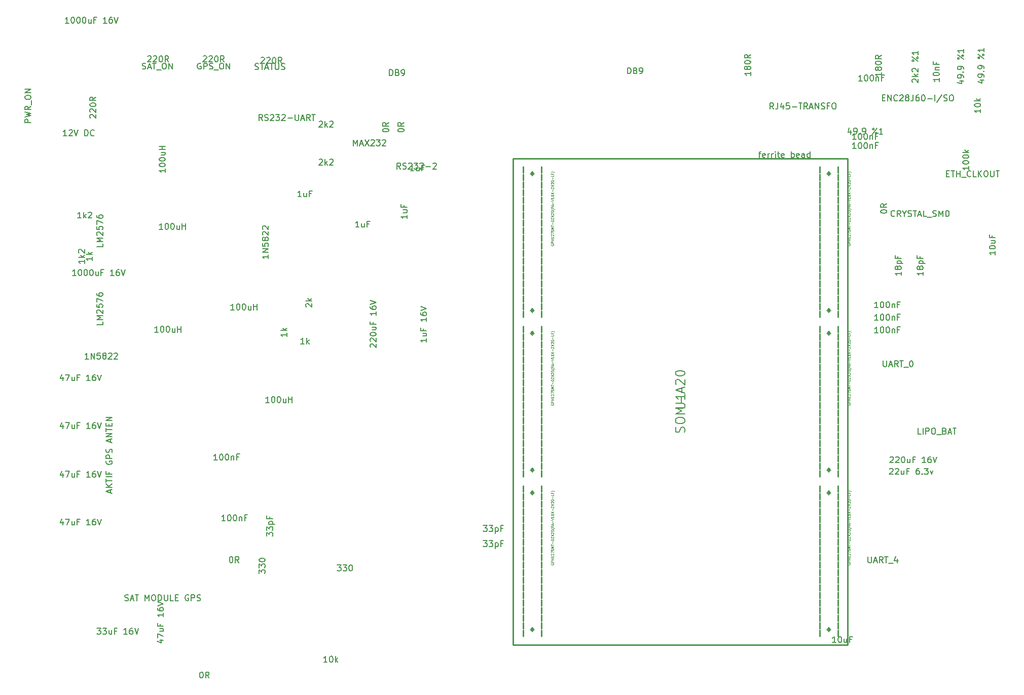
<source format=gbr>
G04 #@! TF.FileFunction,Other,Fab,Top*
%FSLAX46Y46*%
G04 Gerber Fmt 4.6, Leading zero omitted, Abs format (unit mm)*
G04 Created by KiCad (PCBNEW 4.0.2-1.fc23-product) date Thu 28 Jul 2016 11:49:27 AM EEST*
%MOMM*%
G01*
G04 APERTURE LIST*
%ADD10C,0.100000*%
%ADD11C,0.254000*%
%ADD12C,0.127000*%
%ADD13C,0.150000*%
%ADD14C,0.025400*%
G04 APERTURE END LIST*
D10*
D11*
X188468000Y-133350000D02*
X188468000Y-132334000D01*
X188468000Y-134620000D02*
X188468000Y-133604000D01*
X188468000Y-135890000D02*
X188468000Y-134871460D01*
X191516000Y-134620000D02*
X191516000Y-133604000D01*
X191516000Y-135890000D02*
X191516000Y-134871460D01*
X191516000Y-133350000D02*
X191516000Y-132334000D01*
X191516000Y-132080000D02*
X191516000Y-131064000D01*
X191516000Y-130810000D02*
X191516000Y-129794000D01*
X191516000Y-129540000D02*
X191516000Y-128521460D01*
X191516000Y-128270000D02*
X191516000Y-127254000D01*
X191516000Y-127000000D02*
X191516000Y-125984000D01*
X191516000Y-125730000D02*
X191516000Y-124714000D01*
X191516000Y-124460000D02*
X191516000Y-123444000D01*
X191516000Y-123190000D02*
X191516000Y-122171460D01*
X191516000Y-121920000D02*
X191516000Y-120904000D01*
X191516000Y-120650000D02*
X191516000Y-119634000D01*
X191516000Y-119380000D02*
X191516000Y-118364000D01*
X191516000Y-118110000D02*
X191516000Y-117094000D01*
X191516000Y-116840000D02*
X191516000Y-115824000D01*
X191516000Y-115570000D02*
X191516000Y-114554000D01*
X191516000Y-114297460D02*
X191516000Y-113284000D01*
X191516000Y-113030000D02*
X191516000Y-112014000D01*
X191516000Y-111760000D02*
X191516000Y-110744000D01*
X188468000Y-132080000D02*
X188468000Y-131064000D01*
X188468000Y-130810000D02*
X188468000Y-129794000D01*
X188468000Y-129540000D02*
X188468000Y-128521460D01*
X188468000Y-128270000D02*
X188468000Y-127254000D01*
X188468000Y-127000000D02*
X188468000Y-125984000D01*
X188468000Y-125730000D02*
X188468000Y-124714000D01*
X188468000Y-124460000D02*
X188468000Y-123444000D01*
X188468000Y-123190000D02*
X188468000Y-122171460D01*
X188468000Y-121920000D02*
X188468000Y-120904000D01*
X188468000Y-120650000D02*
X188468000Y-119634000D01*
X188468000Y-119380000D02*
X188468000Y-118364000D01*
X188468000Y-118110000D02*
X188468000Y-117094000D01*
X188468000Y-116840000D02*
X188468000Y-115824000D01*
X188468000Y-115570000D02*
X188468000Y-114554000D01*
X188468000Y-114297460D02*
X188468000Y-113284000D01*
X188468000Y-113030000D02*
X188468000Y-112014000D01*
X188468000Y-111760000D02*
X188468000Y-110744000D01*
X193167000Y-137287000D02*
X137287000Y-137287000D01*
X137287000Y-137287000D02*
X137287000Y-56007000D01*
X137287000Y-56007000D02*
X193167000Y-56007000D01*
X193167000Y-56007000D02*
X193167000Y-137287000D01*
X138938000Y-106680000D02*
X138938000Y-105664000D01*
X138938000Y-107950000D02*
X138938000Y-106934000D01*
X138938000Y-109220000D02*
X138938000Y-108204000D01*
X141986000Y-107950000D02*
X141986000Y-106934000D01*
X141986000Y-109220000D02*
X141986000Y-108204000D01*
X141986000Y-106680000D02*
X141986000Y-105664000D01*
X141986000Y-105407460D02*
X141986000Y-104394000D01*
X141986000Y-104140000D02*
X141986000Y-103124000D01*
X141986000Y-102870000D02*
X141986000Y-101854000D01*
X141986000Y-101600000D02*
X141986000Y-100584000D01*
X141986000Y-100330000D02*
X141986000Y-99314000D01*
X141986000Y-99060000D02*
X141986000Y-98044000D01*
X141986000Y-97790000D02*
X141986000Y-96774000D01*
X141986000Y-96520000D02*
X141986000Y-95504000D01*
X141986000Y-95250000D02*
X141986000Y-94234000D01*
X141986000Y-93980000D02*
X141986000Y-92964000D01*
X141986000Y-92710000D02*
X141986000Y-91694000D01*
X141986000Y-91440000D02*
X141986000Y-90424000D01*
X141986000Y-90170000D02*
X141986000Y-89154000D01*
X141986000Y-88900000D02*
X141986000Y-87886540D01*
X141986000Y-87630000D02*
X141986000Y-86614000D01*
X141986000Y-86360000D02*
X141986000Y-85344000D01*
X141986000Y-85090000D02*
X141986000Y-84074000D01*
X138938000Y-105407460D02*
X138938000Y-104394000D01*
X138938000Y-104140000D02*
X138938000Y-103124000D01*
X138938000Y-102870000D02*
X138938000Y-101854000D01*
X138938000Y-101600000D02*
X138938000Y-100584000D01*
X138938000Y-100330000D02*
X138938000Y-99314000D01*
X138938000Y-99060000D02*
X138938000Y-98044000D01*
X138938000Y-97790000D02*
X138938000Y-96774000D01*
X138938000Y-96520000D02*
X138938000Y-95504000D01*
X138938000Y-95250000D02*
X138938000Y-94234000D01*
X138938000Y-93980000D02*
X138938000Y-92964000D01*
X138938000Y-92710000D02*
X138938000Y-91694000D01*
X138938000Y-91440000D02*
X138938000Y-90424000D01*
X138938000Y-90170000D02*
X138938000Y-89154000D01*
X138938000Y-88900000D02*
X138938000Y-87886540D01*
X138938000Y-87630000D02*
X138938000Y-86614000D01*
X138938000Y-86360000D02*
X138938000Y-85344000D01*
X138938000Y-85090000D02*
X138938000Y-84074000D01*
X138938000Y-80010000D02*
X138938000Y-78996540D01*
X138938000Y-81280000D02*
X138938000Y-80264000D01*
X138938000Y-82550000D02*
X138938000Y-81534000D01*
X141986000Y-81280000D02*
X141986000Y-80264000D01*
X141986000Y-82550000D02*
X141986000Y-81534000D01*
X141986000Y-80010000D02*
X141986000Y-78996540D01*
X141986000Y-78740000D02*
X141986000Y-77724000D01*
X141986000Y-77470000D02*
X141986000Y-76454000D01*
X141986000Y-76200000D02*
X141986000Y-75184000D01*
X141986000Y-74930000D02*
X141986000Y-73914000D01*
X141986000Y-73660000D02*
X141986000Y-72644000D01*
X141986000Y-72390000D02*
X141986000Y-71374000D01*
X141986000Y-71122540D02*
X141986000Y-70104000D01*
X141986000Y-69850000D02*
X141986000Y-68834000D01*
X141986000Y-68580000D02*
X141986000Y-67564000D01*
X141986000Y-67310000D02*
X141986000Y-66294000D01*
X141986000Y-66040000D02*
X141986000Y-65024000D01*
X141986000Y-64772540D02*
X141986000Y-63754000D01*
X141986000Y-63500000D02*
X141986000Y-62484000D01*
X141986000Y-62230000D02*
X141986000Y-61214000D01*
X141986000Y-60960000D02*
X141986000Y-59944000D01*
X141986000Y-59690000D02*
X141986000Y-58674000D01*
X141986000Y-58422540D02*
X141986000Y-57404000D01*
X138938000Y-78740000D02*
X138938000Y-77724000D01*
X138938000Y-77470000D02*
X138938000Y-76454000D01*
X138938000Y-76200000D02*
X138938000Y-75184000D01*
X138938000Y-74930000D02*
X138938000Y-73914000D01*
X138938000Y-73660000D02*
X138938000Y-72644000D01*
X138938000Y-72390000D02*
X138938000Y-71374000D01*
X138938000Y-71122540D02*
X138938000Y-70104000D01*
X138938000Y-69850000D02*
X138938000Y-68834000D01*
X138938000Y-68580000D02*
X138938000Y-67564000D01*
X138938000Y-67310000D02*
X138938000Y-66294000D01*
X138938000Y-66040000D02*
X138938000Y-65024000D01*
X138938000Y-64772540D02*
X138938000Y-63754000D01*
X138938000Y-63500000D02*
X138938000Y-62484000D01*
X138938000Y-62230000D02*
X138938000Y-61214000D01*
X138938000Y-60960000D02*
X138938000Y-59944000D01*
X138938000Y-59690000D02*
X138938000Y-58674000D01*
X138938000Y-58422540D02*
X138938000Y-57404000D01*
X188468000Y-106680000D02*
X188468000Y-105664000D01*
X188468000Y-107950000D02*
X188468000Y-106934000D01*
X188468000Y-109220000D02*
X188468000Y-108204000D01*
X191516000Y-107950000D02*
X191516000Y-106934000D01*
X191516000Y-109220000D02*
X191516000Y-108204000D01*
X191516000Y-106680000D02*
X191516000Y-105664000D01*
X191516000Y-105407460D02*
X191516000Y-104394000D01*
X191516000Y-104140000D02*
X191516000Y-103124000D01*
X191516000Y-102870000D02*
X191516000Y-101854000D01*
X191516000Y-101600000D02*
X191516000Y-100584000D01*
X191516000Y-100330000D02*
X191516000Y-99314000D01*
X191516000Y-99060000D02*
X191516000Y-98044000D01*
X191516000Y-97790000D02*
X191516000Y-96774000D01*
X191516000Y-96520000D02*
X191516000Y-95504000D01*
X191516000Y-95250000D02*
X191516000Y-94234000D01*
X191516000Y-93980000D02*
X191516000Y-92964000D01*
X191516000Y-92710000D02*
X191516000Y-91694000D01*
X191516000Y-91440000D02*
X191516000Y-90424000D01*
X191516000Y-90170000D02*
X191516000Y-89154000D01*
X191516000Y-88900000D02*
X191516000Y-87886540D01*
X191516000Y-87630000D02*
X191516000Y-86614000D01*
X191516000Y-86360000D02*
X191516000Y-85344000D01*
X191516000Y-85090000D02*
X191516000Y-84074000D01*
X188468000Y-105407460D02*
X188468000Y-104394000D01*
X188468000Y-104140000D02*
X188468000Y-103124000D01*
X188468000Y-102870000D02*
X188468000Y-101854000D01*
X188468000Y-101600000D02*
X188468000Y-100584000D01*
X188468000Y-100330000D02*
X188468000Y-99314000D01*
X188468000Y-99060000D02*
X188468000Y-98044000D01*
X188468000Y-97790000D02*
X188468000Y-96774000D01*
X188468000Y-96520000D02*
X188468000Y-95504000D01*
X188468000Y-95250000D02*
X188468000Y-94234000D01*
X188468000Y-93980000D02*
X188468000Y-92964000D01*
X188468000Y-92710000D02*
X188468000Y-91694000D01*
X188468000Y-91440000D02*
X188468000Y-90424000D01*
X188468000Y-90170000D02*
X188468000Y-89154000D01*
X188468000Y-88900000D02*
X188468000Y-87886540D01*
X188468000Y-87630000D02*
X188468000Y-86614000D01*
X188468000Y-86360000D02*
X188468000Y-85344000D01*
X188468000Y-85090000D02*
X188468000Y-84074000D01*
X138938000Y-133350000D02*
X138938000Y-132334000D01*
X138938000Y-134620000D02*
X138938000Y-133604000D01*
X138938000Y-135890000D02*
X138938000Y-134871460D01*
X141986000Y-134620000D02*
X141986000Y-133604000D01*
X141986000Y-135890000D02*
X141986000Y-134871460D01*
X141986000Y-133350000D02*
X141986000Y-132334000D01*
X141986000Y-132080000D02*
X141986000Y-131064000D01*
X141986000Y-130810000D02*
X141986000Y-129794000D01*
X141986000Y-129540000D02*
X141986000Y-128521460D01*
X141986000Y-128270000D02*
X141986000Y-127254000D01*
X141986000Y-127000000D02*
X141986000Y-125984000D01*
X141986000Y-125730000D02*
X141986000Y-124714000D01*
X141986000Y-124460000D02*
X141986000Y-123444000D01*
X141986000Y-123190000D02*
X141986000Y-122171460D01*
X141986000Y-121920000D02*
X141986000Y-120904000D01*
X141986000Y-120650000D02*
X141986000Y-119634000D01*
X141986000Y-119380000D02*
X141986000Y-118364000D01*
X141986000Y-118110000D02*
X141986000Y-117094000D01*
X141986000Y-116840000D02*
X141986000Y-115824000D01*
X141986000Y-115570000D02*
X141986000Y-114554000D01*
X141986000Y-114297460D02*
X141986000Y-113284000D01*
X141986000Y-113030000D02*
X141986000Y-112014000D01*
X141986000Y-111760000D02*
X141986000Y-110744000D01*
X138938000Y-132080000D02*
X138938000Y-131064000D01*
X138938000Y-130810000D02*
X138938000Y-129794000D01*
X138938000Y-129540000D02*
X138938000Y-128521460D01*
X138938000Y-128270000D02*
X138938000Y-127254000D01*
X138938000Y-127000000D02*
X138938000Y-125984000D01*
X138938000Y-125730000D02*
X138938000Y-124714000D01*
X138938000Y-124460000D02*
X138938000Y-123444000D01*
X138938000Y-123190000D02*
X138938000Y-122171460D01*
X138938000Y-121920000D02*
X138938000Y-120904000D01*
X138938000Y-120650000D02*
X138938000Y-119634000D01*
X138938000Y-119380000D02*
X138938000Y-118364000D01*
X138938000Y-118110000D02*
X138938000Y-117094000D01*
X138938000Y-116840000D02*
X138938000Y-115824000D01*
X138938000Y-115570000D02*
X138938000Y-114554000D01*
X138938000Y-114297460D02*
X138938000Y-113284000D01*
X138938000Y-113030000D02*
X138938000Y-112014000D01*
X138938000Y-111760000D02*
X138938000Y-110744000D01*
X188468000Y-80010000D02*
X188468000Y-78996540D01*
X188468000Y-81280000D02*
X188468000Y-80264000D01*
X188468000Y-82550000D02*
X188468000Y-81534000D01*
X191516000Y-81280000D02*
X191516000Y-80264000D01*
X191516000Y-82550000D02*
X191516000Y-81534000D01*
X191516000Y-80010000D02*
X191516000Y-78996540D01*
X191516000Y-78740000D02*
X191516000Y-77724000D01*
X191516000Y-77470000D02*
X191516000Y-76454000D01*
X191516000Y-76200000D02*
X191516000Y-75184000D01*
X191516000Y-74930000D02*
X191516000Y-73914000D01*
X191516000Y-73660000D02*
X191516000Y-72644000D01*
X191516000Y-72390000D02*
X191516000Y-71374000D01*
X191516000Y-71122540D02*
X191516000Y-70104000D01*
X191516000Y-69850000D02*
X191516000Y-68834000D01*
X191516000Y-68580000D02*
X191516000Y-67564000D01*
X191516000Y-67310000D02*
X191516000Y-66294000D01*
X191516000Y-66040000D02*
X191516000Y-65024000D01*
X191516000Y-64772540D02*
X191516000Y-63754000D01*
X191516000Y-63500000D02*
X191516000Y-62484000D01*
X191516000Y-62230000D02*
X191516000Y-61214000D01*
X191516000Y-60960000D02*
X191516000Y-59944000D01*
X191516000Y-59690000D02*
X191516000Y-58674000D01*
X191516000Y-58422540D02*
X191516000Y-57404000D01*
X188468000Y-78740000D02*
X188468000Y-77724000D01*
X188468000Y-77470000D02*
X188468000Y-76454000D01*
X188468000Y-76200000D02*
X188468000Y-75184000D01*
X188468000Y-74930000D02*
X188468000Y-73914000D01*
X188468000Y-73660000D02*
X188468000Y-72644000D01*
X188468000Y-72390000D02*
X188468000Y-71374000D01*
X188468000Y-71122540D02*
X188468000Y-70104000D01*
X188468000Y-69850000D02*
X188468000Y-68834000D01*
X188468000Y-68580000D02*
X188468000Y-67564000D01*
X188468000Y-67310000D02*
X188468000Y-66294000D01*
X188468000Y-66040000D02*
X188468000Y-65024000D01*
X188468000Y-64772540D02*
X188468000Y-63754000D01*
X188468000Y-63500000D02*
X188468000Y-62484000D01*
X188468000Y-62230000D02*
X188468000Y-61214000D01*
X188468000Y-60960000D02*
X188468000Y-59944000D01*
X188468000Y-59690000D02*
X188468000Y-58674000D01*
X188468000Y-58422540D02*
X188468000Y-57404000D01*
D12*
X190236263Y-134747000D02*
G75*
G03X190236263Y-134747000I-244263J0D01*
G01*
X189992000Y-135094980D02*
X189992000Y-134396480D01*
X190339980Y-134747000D02*
X189641480Y-134747000D01*
X190236263Y-111887000D02*
G75*
G03X190236263Y-111887000I-244263J0D01*
G01*
X189992000Y-112234980D02*
X189992000Y-111536480D01*
X190339980Y-111887000D02*
X189641480Y-111887000D01*
X140706263Y-108077000D02*
G75*
G03X140706263Y-108077000I-244263J0D01*
G01*
X140462000Y-108424980D02*
X140462000Y-107726480D01*
X140812520Y-108077000D02*
X140114020Y-108077000D01*
X140706263Y-85217000D02*
G75*
G03X140706263Y-85217000I-244263J0D01*
G01*
X140462000Y-85567520D02*
X140462000Y-84869020D01*
X140812520Y-85217000D02*
X140114020Y-85217000D01*
X140706263Y-81407000D02*
G75*
G03X140706263Y-81407000I-244263J0D01*
G01*
X140462000Y-81757520D02*
X140462000Y-81059020D01*
X140812520Y-81407000D02*
X140114020Y-81407000D01*
X140706263Y-58547000D02*
G75*
G03X140706263Y-58547000I-244263J0D01*
G01*
X140462000Y-58897520D02*
X140462000Y-58199020D01*
X140812520Y-58547000D02*
X140114020Y-58547000D01*
X190236263Y-108077000D02*
G75*
G03X190236263Y-108077000I-244263J0D01*
G01*
X189992000Y-108424980D02*
X189992000Y-107726480D01*
X190339980Y-108077000D02*
X189641480Y-108077000D01*
X190236263Y-85217000D02*
G75*
G03X190236263Y-85217000I-244263J0D01*
G01*
X189992000Y-85567520D02*
X189992000Y-84869020D01*
X190339980Y-85217000D02*
X189641480Y-85217000D01*
X140706263Y-134747000D02*
G75*
G03X140706263Y-134747000I-244263J0D01*
G01*
X140462000Y-135094980D02*
X140462000Y-134396480D01*
X140812520Y-134747000D02*
X140114020Y-134747000D01*
X140706263Y-111887000D02*
G75*
G03X140706263Y-111887000I-244263J0D01*
G01*
X140462000Y-112234980D02*
X140462000Y-111536480D01*
X140812520Y-111887000D02*
X140114020Y-111887000D01*
X190236263Y-81407000D02*
G75*
G03X190236263Y-81407000I-244263J0D01*
G01*
X189992000Y-81757520D02*
X189992000Y-81059020D01*
X190339980Y-81407000D02*
X189641480Y-81407000D01*
X190236263Y-58547000D02*
G75*
G03X190236263Y-58547000I-244263J0D01*
G01*
X189992000Y-58897520D02*
X189992000Y-58199020D01*
X190339980Y-58547000D02*
X189641480Y-58547000D01*
D13*
X156368905Y-41854381D02*
X156368905Y-40854381D01*
X156607000Y-40854381D01*
X156749858Y-40902000D01*
X156845096Y-40997238D01*
X156892715Y-41092476D01*
X156940334Y-41282952D01*
X156940334Y-41425810D01*
X156892715Y-41616286D01*
X156845096Y-41711524D01*
X156749858Y-41806762D01*
X156607000Y-41854381D01*
X156368905Y-41854381D01*
X157702239Y-41330571D02*
X157845096Y-41378190D01*
X157892715Y-41425810D01*
X157940334Y-41521048D01*
X157940334Y-41663905D01*
X157892715Y-41759143D01*
X157845096Y-41806762D01*
X157749858Y-41854381D01*
X157368905Y-41854381D01*
X157368905Y-40854381D01*
X157702239Y-40854381D01*
X157797477Y-40902000D01*
X157845096Y-40949619D01*
X157892715Y-41044857D01*
X157892715Y-41140095D01*
X157845096Y-41235333D01*
X157797477Y-41282952D01*
X157702239Y-41330571D01*
X157368905Y-41330571D01*
X158416524Y-41854381D02*
X158607000Y-41854381D01*
X158702239Y-41806762D01*
X158749858Y-41759143D01*
X158845096Y-41616286D01*
X158892715Y-41425810D01*
X158892715Y-41044857D01*
X158845096Y-40949619D01*
X158797477Y-40902000D01*
X158702239Y-40854381D01*
X158511762Y-40854381D01*
X158416524Y-40902000D01*
X158368905Y-40949619D01*
X158321286Y-41044857D01*
X158321286Y-41282952D01*
X158368905Y-41378190D01*
X158416524Y-41425810D01*
X158511762Y-41473429D01*
X158702239Y-41473429D01*
X158797477Y-41425810D01*
X158845096Y-41378190D01*
X158892715Y-41282952D01*
X67766679Y-134537201D02*
X68385727Y-134537201D01*
X68052393Y-134918153D01*
X68195251Y-134918153D01*
X68290489Y-134965772D01*
X68338108Y-135013391D01*
X68385727Y-135108630D01*
X68385727Y-135346725D01*
X68338108Y-135441963D01*
X68290489Y-135489582D01*
X68195251Y-135537201D01*
X67909536Y-135537201D01*
X67814298Y-135489582D01*
X67766679Y-135441963D01*
X68719060Y-134537201D02*
X69338108Y-134537201D01*
X69004774Y-134918153D01*
X69147632Y-134918153D01*
X69242870Y-134965772D01*
X69290489Y-135013391D01*
X69338108Y-135108630D01*
X69338108Y-135346725D01*
X69290489Y-135441963D01*
X69242870Y-135489582D01*
X69147632Y-135537201D01*
X68861917Y-135537201D01*
X68766679Y-135489582D01*
X68719060Y-135441963D01*
X70195251Y-134870534D02*
X70195251Y-135537201D01*
X69766679Y-134870534D02*
X69766679Y-135394344D01*
X69814298Y-135489582D01*
X69909536Y-135537201D01*
X70052394Y-135537201D01*
X70147632Y-135489582D01*
X70195251Y-135441963D01*
X71004775Y-135013391D02*
X70671441Y-135013391D01*
X70671441Y-135537201D02*
X70671441Y-134537201D01*
X71147632Y-134537201D01*
X72814299Y-135537201D02*
X72242870Y-135537201D01*
X72528584Y-135537201D02*
X72528584Y-134537201D01*
X72433346Y-134680058D01*
X72338108Y-134775296D01*
X72242870Y-134822915D01*
X73671442Y-134537201D02*
X73480965Y-134537201D01*
X73385727Y-134584820D01*
X73338108Y-134632439D01*
X73242870Y-134775296D01*
X73195251Y-134965772D01*
X73195251Y-135346725D01*
X73242870Y-135441963D01*
X73290489Y-135489582D01*
X73385727Y-135537201D01*
X73576204Y-135537201D01*
X73671442Y-135489582D01*
X73719061Y-135441963D01*
X73766680Y-135346725D01*
X73766680Y-135108630D01*
X73719061Y-135013391D01*
X73671442Y-134965772D01*
X73576204Y-134918153D01*
X73385727Y-134918153D01*
X73290489Y-134965772D01*
X73242870Y-135013391D01*
X73195251Y-135108630D01*
X74052394Y-134537201D02*
X74385727Y-135537201D01*
X74719061Y-134537201D01*
X122804381Y-86126343D02*
X122804381Y-86697772D01*
X122804381Y-86412058D02*
X121804381Y-86412058D01*
X121947238Y-86507296D01*
X122042476Y-86602534D01*
X122090095Y-86697772D01*
X122137714Y-85269200D02*
X122804381Y-85269200D01*
X122137714Y-85697772D02*
X122661524Y-85697772D01*
X122756762Y-85650153D01*
X122804381Y-85554915D01*
X122804381Y-85412057D01*
X122756762Y-85316819D01*
X122709143Y-85269200D01*
X122280571Y-84459676D02*
X122280571Y-84793010D01*
X122804381Y-84793010D02*
X121804381Y-84793010D01*
X121804381Y-84316819D01*
X122804381Y-82650152D02*
X122804381Y-83221581D01*
X122804381Y-82935867D02*
X121804381Y-82935867D01*
X121947238Y-83031105D01*
X122042476Y-83126343D01*
X122090095Y-83221581D01*
X121804381Y-81793009D02*
X121804381Y-81983486D01*
X121852000Y-82078724D01*
X121899619Y-82126343D01*
X122042476Y-82221581D01*
X122232952Y-82269200D01*
X122613905Y-82269200D01*
X122709143Y-82221581D01*
X122756762Y-82173962D01*
X122804381Y-82078724D01*
X122804381Y-81888247D01*
X122756762Y-81793009D01*
X122709143Y-81745390D01*
X122613905Y-81697771D01*
X122375810Y-81697771D01*
X122280571Y-81745390D01*
X122232952Y-81793009D01*
X122185333Y-81888247D01*
X122185333Y-82078724D01*
X122232952Y-82173962D01*
X122280571Y-82221581D01*
X122375810Y-82269200D01*
X121804381Y-81412057D02*
X122804381Y-81078724D01*
X121804381Y-80745390D01*
X62095429Y-100496714D02*
X62095429Y-101163381D01*
X61857333Y-100115762D02*
X61619238Y-100830048D01*
X62238286Y-100830048D01*
X62524000Y-100163381D02*
X63190667Y-100163381D01*
X62762095Y-101163381D01*
X64000191Y-100496714D02*
X64000191Y-101163381D01*
X63571619Y-100496714D02*
X63571619Y-101020524D01*
X63619238Y-101115762D01*
X63714476Y-101163381D01*
X63857334Y-101163381D01*
X63952572Y-101115762D01*
X64000191Y-101068143D01*
X64809715Y-100639571D02*
X64476381Y-100639571D01*
X64476381Y-101163381D02*
X64476381Y-100163381D01*
X64952572Y-100163381D01*
X66619239Y-101163381D02*
X66047810Y-101163381D01*
X66333524Y-101163381D02*
X66333524Y-100163381D01*
X66238286Y-100306238D01*
X66143048Y-100401476D01*
X66047810Y-100449095D01*
X67476382Y-100163381D02*
X67285905Y-100163381D01*
X67190667Y-100211000D01*
X67143048Y-100258619D01*
X67047810Y-100401476D01*
X67000191Y-100591952D01*
X67000191Y-100972905D01*
X67047810Y-101068143D01*
X67095429Y-101115762D01*
X67190667Y-101163381D01*
X67381144Y-101163381D01*
X67476382Y-101115762D01*
X67524001Y-101068143D01*
X67571620Y-100972905D01*
X67571620Y-100734810D01*
X67524001Y-100639571D01*
X67476382Y-100591952D01*
X67381144Y-100544333D01*
X67190667Y-100544333D01*
X67095429Y-100591952D01*
X67047810Y-100639571D01*
X67000191Y-100734810D01*
X67857334Y-100163381D02*
X68190667Y-101163381D01*
X68524001Y-100163381D01*
X101893762Y-62428381D02*
X101322333Y-62428381D01*
X101608047Y-62428381D02*
X101608047Y-61428381D01*
X101512809Y-61571238D01*
X101417571Y-61666476D01*
X101322333Y-61714095D01*
X102750905Y-61761714D02*
X102750905Y-62428381D01*
X102322333Y-61761714D02*
X102322333Y-62285524D01*
X102369952Y-62380762D01*
X102465190Y-62428381D01*
X102608048Y-62428381D01*
X102703286Y-62380762D01*
X102750905Y-62333143D01*
X103560429Y-61904571D02*
X103227095Y-61904571D01*
X103227095Y-62428381D02*
X103227095Y-61428381D01*
X103703286Y-61428381D01*
X119578381Y-65492238D02*
X119578381Y-66063667D01*
X119578381Y-65777953D02*
X118578381Y-65777953D01*
X118721238Y-65873191D01*
X118816476Y-65968429D01*
X118864095Y-66063667D01*
X118911714Y-64635095D02*
X119578381Y-64635095D01*
X118911714Y-65063667D02*
X119435524Y-65063667D01*
X119530762Y-65016048D01*
X119578381Y-64920810D01*
X119578381Y-64777952D01*
X119530762Y-64682714D01*
X119483143Y-64635095D01*
X119054571Y-63825571D02*
X119054571Y-64158905D01*
X119578381Y-64158905D02*
X118578381Y-64158905D01*
X118578381Y-63682714D01*
X62095429Y-108624714D02*
X62095429Y-109291381D01*
X61857333Y-108243762D02*
X61619238Y-108958048D01*
X62238286Y-108958048D01*
X62524000Y-108291381D02*
X63190667Y-108291381D01*
X62762095Y-109291381D01*
X64000191Y-108624714D02*
X64000191Y-109291381D01*
X63571619Y-108624714D02*
X63571619Y-109148524D01*
X63619238Y-109243762D01*
X63714476Y-109291381D01*
X63857334Y-109291381D01*
X63952572Y-109243762D01*
X64000191Y-109196143D01*
X64809715Y-108767571D02*
X64476381Y-108767571D01*
X64476381Y-109291381D02*
X64476381Y-108291381D01*
X64952572Y-108291381D01*
X66619239Y-109291381D02*
X66047810Y-109291381D01*
X66333524Y-109291381D02*
X66333524Y-108291381D01*
X66238286Y-108434238D01*
X66143048Y-108529476D01*
X66047810Y-108577095D01*
X67476382Y-108291381D02*
X67285905Y-108291381D01*
X67190667Y-108339000D01*
X67143048Y-108386619D01*
X67047810Y-108529476D01*
X67000191Y-108719952D01*
X67000191Y-109100905D01*
X67047810Y-109196143D01*
X67095429Y-109243762D01*
X67190667Y-109291381D01*
X67381144Y-109291381D01*
X67476382Y-109243762D01*
X67524001Y-109196143D01*
X67571620Y-109100905D01*
X67571620Y-108862810D01*
X67524001Y-108767571D01*
X67476382Y-108719952D01*
X67381144Y-108672333D01*
X67190667Y-108672333D01*
X67095429Y-108719952D01*
X67047810Y-108767571D01*
X67000191Y-108862810D01*
X67857334Y-108291381D02*
X68190667Y-109291381D01*
X68524001Y-108291381D01*
X62095429Y-92495714D02*
X62095429Y-93162381D01*
X61857333Y-92114762D02*
X61619238Y-92829048D01*
X62238286Y-92829048D01*
X62524000Y-92162381D02*
X63190667Y-92162381D01*
X62762095Y-93162381D01*
X64000191Y-92495714D02*
X64000191Y-93162381D01*
X63571619Y-92495714D02*
X63571619Y-93019524D01*
X63619238Y-93114762D01*
X63714476Y-93162381D01*
X63857334Y-93162381D01*
X63952572Y-93114762D01*
X64000191Y-93067143D01*
X64809715Y-92638571D02*
X64476381Y-92638571D01*
X64476381Y-93162381D02*
X64476381Y-92162381D01*
X64952572Y-92162381D01*
X66619239Y-93162381D02*
X66047810Y-93162381D01*
X66333524Y-93162381D02*
X66333524Y-92162381D01*
X66238286Y-92305238D01*
X66143048Y-92400476D01*
X66047810Y-92448095D01*
X67476382Y-92162381D02*
X67285905Y-92162381D01*
X67190667Y-92210000D01*
X67143048Y-92257619D01*
X67047810Y-92400476D01*
X67000191Y-92590952D01*
X67000191Y-92971905D01*
X67047810Y-93067143D01*
X67095429Y-93114762D01*
X67190667Y-93162381D01*
X67381144Y-93162381D01*
X67476382Y-93114762D01*
X67524001Y-93067143D01*
X67571620Y-92971905D01*
X67571620Y-92733810D01*
X67524001Y-92638571D01*
X67476382Y-92590952D01*
X67381144Y-92543333D01*
X67190667Y-92543333D01*
X67095429Y-92590952D01*
X67047810Y-92638571D01*
X67000191Y-92733810D01*
X67857334Y-92162381D02*
X68190667Y-93162381D01*
X68524001Y-92162381D01*
X62095429Y-116625714D02*
X62095429Y-117292381D01*
X61857333Y-116244762D02*
X61619238Y-116959048D01*
X62238286Y-116959048D01*
X62524000Y-116292381D02*
X63190667Y-116292381D01*
X62762095Y-117292381D01*
X64000191Y-116625714D02*
X64000191Y-117292381D01*
X63571619Y-116625714D02*
X63571619Y-117149524D01*
X63619238Y-117244762D01*
X63714476Y-117292381D01*
X63857334Y-117292381D01*
X63952572Y-117244762D01*
X64000191Y-117197143D01*
X64809715Y-116768571D02*
X64476381Y-116768571D01*
X64476381Y-117292381D02*
X64476381Y-116292381D01*
X64952572Y-116292381D01*
X66619239Y-117292381D02*
X66047810Y-117292381D01*
X66333524Y-117292381D02*
X66333524Y-116292381D01*
X66238286Y-116435238D01*
X66143048Y-116530476D01*
X66047810Y-116578095D01*
X67476382Y-116292381D02*
X67285905Y-116292381D01*
X67190667Y-116340000D01*
X67143048Y-116387619D01*
X67047810Y-116530476D01*
X67000191Y-116720952D01*
X67000191Y-117101905D01*
X67047810Y-117197143D01*
X67095429Y-117244762D01*
X67190667Y-117292381D01*
X67381144Y-117292381D01*
X67476382Y-117244762D01*
X67524001Y-117197143D01*
X67571620Y-117101905D01*
X67571620Y-116863810D01*
X67524001Y-116768571D01*
X67476382Y-116720952D01*
X67381144Y-116673333D01*
X67190667Y-116673333D01*
X67095429Y-116720952D01*
X67047810Y-116768571D01*
X67000191Y-116863810D01*
X67857334Y-116292381D02*
X68190667Y-117292381D01*
X68524001Y-116292381D01*
X111545762Y-67508381D02*
X110974333Y-67508381D01*
X111260047Y-67508381D02*
X111260047Y-66508381D01*
X111164809Y-66651238D01*
X111069571Y-66746476D01*
X110974333Y-66794095D01*
X112402905Y-66841714D02*
X112402905Y-67508381D01*
X111974333Y-66841714D02*
X111974333Y-67365524D01*
X112021952Y-67460762D01*
X112117190Y-67508381D01*
X112260048Y-67508381D01*
X112355286Y-67460762D01*
X112402905Y-67413143D01*
X113212429Y-66984571D02*
X112879095Y-66984571D01*
X112879095Y-67508381D02*
X112879095Y-66508381D01*
X113355286Y-66508381D01*
X120689762Y-58110381D02*
X120118333Y-58110381D01*
X120404047Y-58110381D02*
X120404047Y-57110381D01*
X120308809Y-57253238D01*
X120213571Y-57348476D01*
X120118333Y-57396095D01*
X121546905Y-57443714D02*
X121546905Y-58110381D01*
X121118333Y-57443714D02*
X121118333Y-57967524D01*
X121165952Y-58062762D01*
X121261190Y-58110381D01*
X121404048Y-58110381D01*
X121499286Y-58062762D01*
X121546905Y-58015143D01*
X122356429Y-57586571D02*
X122023095Y-57586571D01*
X122023095Y-58110381D02*
X122023095Y-57110381D01*
X122499286Y-57110381D01*
X191178632Y-136934201D02*
X190607203Y-136934201D01*
X190892917Y-136934201D02*
X190892917Y-135934201D01*
X190797679Y-136077058D01*
X190702441Y-136172296D01*
X190607203Y-136219915D01*
X191797679Y-135934201D02*
X191892918Y-135934201D01*
X191988156Y-135981820D01*
X192035775Y-136029439D01*
X192083394Y-136124677D01*
X192131013Y-136315153D01*
X192131013Y-136553249D01*
X192083394Y-136743725D01*
X192035775Y-136838963D01*
X191988156Y-136886582D01*
X191892918Y-136934201D01*
X191797679Y-136934201D01*
X191702441Y-136886582D01*
X191654822Y-136838963D01*
X191607203Y-136743725D01*
X191559584Y-136553249D01*
X191559584Y-136315153D01*
X191607203Y-136124677D01*
X191654822Y-136029439D01*
X191702441Y-135981820D01*
X191797679Y-135934201D01*
X192988156Y-136267534D02*
X192988156Y-136934201D01*
X192559584Y-136267534D02*
X192559584Y-136791344D01*
X192607203Y-136886582D01*
X192702441Y-136934201D01*
X192845299Y-136934201D01*
X192940537Y-136886582D01*
X192988156Y-136838963D01*
X193797680Y-136410391D02*
X193464346Y-136410391D01*
X193464346Y-136934201D02*
X193464346Y-135934201D01*
X193940537Y-135934201D01*
X200140702Y-107921799D02*
X200188321Y-107874180D01*
X200283559Y-107826561D01*
X200521655Y-107826561D01*
X200616893Y-107874180D01*
X200664512Y-107921799D01*
X200712131Y-108017037D01*
X200712131Y-108112275D01*
X200664512Y-108255132D01*
X200093083Y-108826561D01*
X200712131Y-108826561D01*
X201093083Y-107921799D02*
X201140702Y-107874180D01*
X201235940Y-107826561D01*
X201474036Y-107826561D01*
X201569274Y-107874180D01*
X201616893Y-107921799D01*
X201664512Y-108017037D01*
X201664512Y-108112275D01*
X201616893Y-108255132D01*
X201045464Y-108826561D01*
X201664512Y-108826561D01*
X202521655Y-108159894D02*
X202521655Y-108826561D01*
X202093083Y-108159894D02*
X202093083Y-108683704D01*
X202140702Y-108778942D01*
X202235940Y-108826561D01*
X202378798Y-108826561D01*
X202474036Y-108778942D01*
X202521655Y-108731323D01*
X203331179Y-108302751D02*
X202997845Y-108302751D01*
X202997845Y-108826561D02*
X202997845Y-107826561D01*
X203474036Y-107826561D01*
X205045465Y-107826561D02*
X204854988Y-107826561D01*
X204759750Y-107874180D01*
X204712131Y-107921799D01*
X204616893Y-108064656D01*
X204569274Y-108255132D01*
X204569274Y-108636085D01*
X204616893Y-108731323D01*
X204664512Y-108778942D01*
X204759750Y-108826561D01*
X204950227Y-108826561D01*
X205045465Y-108778942D01*
X205093084Y-108731323D01*
X205140703Y-108636085D01*
X205140703Y-108397990D01*
X205093084Y-108302751D01*
X205045465Y-108255132D01*
X204950227Y-108207513D01*
X204759750Y-108207513D01*
X204664512Y-108255132D01*
X204616893Y-108302751D01*
X204569274Y-108397990D01*
X205569274Y-108731323D02*
X205616893Y-108778942D01*
X205569274Y-108826561D01*
X205521655Y-108778942D01*
X205569274Y-108731323D01*
X205569274Y-108826561D01*
X205950226Y-107826561D02*
X206569274Y-107826561D01*
X206235940Y-108207513D01*
X206378798Y-108207513D01*
X206474036Y-108255132D01*
X206521655Y-108302751D01*
X206569274Y-108397990D01*
X206569274Y-108636085D01*
X206521655Y-108731323D01*
X206474036Y-108778942D01*
X206378798Y-108826561D01*
X206093083Y-108826561D01*
X205997845Y-108778942D01*
X205950226Y-108731323D01*
X206902607Y-108159894D02*
X207140702Y-108826561D01*
X207378798Y-108159894D01*
X200208047Y-105973619D02*
X200255666Y-105926000D01*
X200350904Y-105878381D01*
X200589000Y-105878381D01*
X200684238Y-105926000D01*
X200731857Y-105973619D01*
X200779476Y-106068857D01*
X200779476Y-106164095D01*
X200731857Y-106306952D01*
X200160428Y-106878381D01*
X200779476Y-106878381D01*
X201160428Y-105973619D02*
X201208047Y-105926000D01*
X201303285Y-105878381D01*
X201541381Y-105878381D01*
X201636619Y-105926000D01*
X201684238Y-105973619D01*
X201731857Y-106068857D01*
X201731857Y-106164095D01*
X201684238Y-106306952D01*
X201112809Y-106878381D01*
X201731857Y-106878381D01*
X202350904Y-105878381D02*
X202446143Y-105878381D01*
X202541381Y-105926000D01*
X202589000Y-105973619D01*
X202636619Y-106068857D01*
X202684238Y-106259333D01*
X202684238Y-106497429D01*
X202636619Y-106687905D01*
X202589000Y-106783143D01*
X202541381Y-106830762D01*
X202446143Y-106878381D01*
X202350904Y-106878381D01*
X202255666Y-106830762D01*
X202208047Y-106783143D01*
X202160428Y-106687905D01*
X202112809Y-106497429D01*
X202112809Y-106259333D01*
X202160428Y-106068857D01*
X202208047Y-105973619D01*
X202255666Y-105926000D01*
X202350904Y-105878381D01*
X203541381Y-106211714D02*
X203541381Y-106878381D01*
X203112809Y-106211714D02*
X203112809Y-106735524D01*
X203160428Y-106830762D01*
X203255666Y-106878381D01*
X203398524Y-106878381D01*
X203493762Y-106830762D01*
X203541381Y-106783143D01*
X204350905Y-106354571D02*
X204017571Y-106354571D01*
X204017571Y-106878381D02*
X204017571Y-105878381D01*
X204493762Y-105878381D01*
X206160429Y-106878381D02*
X205589000Y-106878381D01*
X205874714Y-106878381D02*
X205874714Y-105878381D01*
X205779476Y-106021238D01*
X205684238Y-106116476D01*
X205589000Y-106164095D01*
X207017572Y-105878381D02*
X206827095Y-105878381D01*
X206731857Y-105926000D01*
X206684238Y-105973619D01*
X206589000Y-106116476D01*
X206541381Y-106306952D01*
X206541381Y-106687905D01*
X206589000Y-106783143D01*
X206636619Y-106830762D01*
X206731857Y-106878381D01*
X206922334Y-106878381D01*
X207017572Y-106830762D01*
X207065191Y-106783143D01*
X207112810Y-106687905D01*
X207112810Y-106449810D01*
X207065191Y-106354571D01*
X207017572Y-106306952D01*
X206922334Y-106259333D01*
X206731857Y-106259333D01*
X206636619Y-106306952D01*
X206589000Y-106354571D01*
X206541381Y-106449810D01*
X207398524Y-105878381D02*
X207731857Y-106878381D01*
X208065191Y-105878381D01*
X64258346Y-75593201D02*
X63686917Y-75593201D01*
X63972631Y-75593201D02*
X63972631Y-74593201D01*
X63877393Y-74736058D01*
X63782155Y-74831296D01*
X63686917Y-74878915D01*
X64877393Y-74593201D02*
X64972632Y-74593201D01*
X65067870Y-74640820D01*
X65115489Y-74688439D01*
X65163108Y-74783677D01*
X65210727Y-74974153D01*
X65210727Y-75212249D01*
X65163108Y-75402725D01*
X65115489Y-75497963D01*
X65067870Y-75545582D01*
X64972632Y-75593201D01*
X64877393Y-75593201D01*
X64782155Y-75545582D01*
X64734536Y-75497963D01*
X64686917Y-75402725D01*
X64639298Y-75212249D01*
X64639298Y-74974153D01*
X64686917Y-74783677D01*
X64734536Y-74688439D01*
X64782155Y-74640820D01*
X64877393Y-74593201D01*
X65829774Y-74593201D02*
X65925013Y-74593201D01*
X66020251Y-74640820D01*
X66067870Y-74688439D01*
X66115489Y-74783677D01*
X66163108Y-74974153D01*
X66163108Y-75212249D01*
X66115489Y-75402725D01*
X66067870Y-75497963D01*
X66020251Y-75545582D01*
X65925013Y-75593201D01*
X65829774Y-75593201D01*
X65734536Y-75545582D01*
X65686917Y-75497963D01*
X65639298Y-75402725D01*
X65591679Y-75212249D01*
X65591679Y-74974153D01*
X65639298Y-74783677D01*
X65686917Y-74688439D01*
X65734536Y-74640820D01*
X65829774Y-74593201D01*
X66782155Y-74593201D02*
X66877394Y-74593201D01*
X66972632Y-74640820D01*
X67020251Y-74688439D01*
X67067870Y-74783677D01*
X67115489Y-74974153D01*
X67115489Y-75212249D01*
X67067870Y-75402725D01*
X67020251Y-75497963D01*
X66972632Y-75545582D01*
X66877394Y-75593201D01*
X66782155Y-75593201D01*
X66686917Y-75545582D01*
X66639298Y-75497963D01*
X66591679Y-75402725D01*
X66544060Y-75212249D01*
X66544060Y-74974153D01*
X66591679Y-74783677D01*
X66639298Y-74688439D01*
X66686917Y-74640820D01*
X66782155Y-74593201D01*
X67972632Y-74926534D02*
X67972632Y-75593201D01*
X67544060Y-74926534D02*
X67544060Y-75450344D01*
X67591679Y-75545582D01*
X67686917Y-75593201D01*
X67829775Y-75593201D01*
X67925013Y-75545582D01*
X67972632Y-75497963D01*
X68782156Y-75069391D02*
X68448822Y-75069391D01*
X68448822Y-75593201D02*
X68448822Y-74593201D01*
X68925013Y-74593201D01*
X70591680Y-75593201D02*
X70020251Y-75593201D01*
X70305965Y-75593201D02*
X70305965Y-74593201D01*
X70210727Y-74736058D01*
X70115489Y-74831296D01*
X70020251Y-74878915D01*
X71448823Y-74593201D02*
X71258346Y-74593201D01*
X71163108Y-74640820D01*
X71115489Y-74688439D01*
X71020251Y-74831296D01*
X70972632Y-75021772D01*
X70972632Y-75402725D01*
X71020251Y-75497963D01*
X71067870Y-75545582D01*
X71163108Y-75593201D01*
X71353585Y-75593201D01*
X71448823Y-75545582D01*
X71496442Y-75497963D01*
X71544061Y-75402725D01*
X71544061Y-75164630D01*
X71496442Y-75069391D01*
X71448823Y-75021772D01*
X71353585Y-74974153D01*
X71163108Y-74974153D01*
X71067870Y-75021772D01*
X71020251Y-75069391D01*
X70972632Y-75164630D01*
X71829775Y-74593201D02*
X72163108Y-75593201D01*
X72496442Y-74593201D01*
X113466619Y-87573953D02*
X113419000Y-87526334D01*
X113371381Y-87431096D01*
X113371381Y-87193000D01*
X113419000Y-87097762D01*
X113466619Y-87050143D01*
X113561857Y-87002524D01*
X113657095Y-87002524D01*
X113799952Y-87050143D01*
X114371381Y-87621572D01*
X114371381Y-87002524D01*
X113466619Y-86621572D02*
X113419000Y-86573953D01*
X113371381Y-86478715D01*
X113371381Y-86240619D01*
X113419000Y-86145381D01*
X113466619Y-86097762D01*
X113561857Y-86050143D01*
X113657095Y-86050143D01*
X113799952Y-86097762D01*
X114371381Y-86669191D01*
X114371381Y-86050143D01*
X113371381Y-85431096D02*
X113371381Y-85335857D01*
X113419000Y-85240619D01*
X113466619Y-85193000D01*
X113561857Y-85145381D01*
X113752333Y-85097762D01*
X113990429Y-85097762D01*
X114180905Y-85145381D01*
X114276143Y-85193000D01*
X114323762Y-85240619D01*
X114371381Y-85335857D01*
X114371381Y-85431096D01*
X114323762Y-85526334D01*
X114276143Y-85573953D01*
X114180905Y-85621572D01*
X113990429Y-85669191D01*
X113752333Y-85669191D01*
X113561857Y-85621572D01*
X113466619Y-85573953D01*
X113419000Y-85526334D01*
X113371381Y-85431096D01*
X113704714Y-84240619D02*
X114371381Y-84240619D01*
X113704714Y-84669191D02*
X114228524Y-84669191D01*
X114323762Y-84621572D01*
X114371381Y-84526334D01*
X114371381Y-84383476D01*
X114323762Y-84288238D01*
X114276143Y-84240619D01*
X113847571Y-83431095D02*
X113847571Y-83764429D01*
X114371381Y-83764429D02*
X113371381Y-83764429D01*
X113371381Y-83288238D01*
X114371381Y-81621571D02*
X114371381Y-82193000D01*
X114371381Y-81907286D02*
X113371381Y-81907286D01*
X113514238Y-82002524D01*
X113609476Y-82097762D01*
X113657095Y-82193000D01*
X113371381Y-80764428D02*
X113371381Y-80954905D01*
X113419000Y-81050143D01*
X113466619Y-81097762D01*
X113609476Y-81193000D01*
X113799952Y-81240619D01*
X114180905Y-81240619D01*
X114276143Y-81193000D01*
X114323762Y-81145381D01*
X114371381Y-81050143D01*
X114371381Y-80859666D01*
X114323762Y-80764428D01*
X114276143Y-80716809D01*
X114180905Y-80669190D01*
X113942810Y-80669190D01*
X113847571Y-80716809D01*
X113799952Y-80764428D01*
X113752333Y-80859666D01*
X113752333Y-81050143D01*
X113799952Y-81145381D01*
X113847571Y-81193000D01*
X113942810Y-81240619D01*
X113371381Y-80383476D02*
X114371381Y-80050143D01*
X113371381Y-79716809D01*
X194540381Y-54368381D02*
X193968952Y-54368381D01*
X194254666Y-54368381D02*
X194254666Y-53368381D01*
X194159428Y-53511238D01*
X194064190Y-53606476D01*
X193968952Y-53654095D01*
X195159428Y-53368381D02*
X195254667Y-53368381D01*
X195349905Y-53416000D01*
X195397524Y-53463619D01*
X195445143Y-53558857D01*
X195492762Y-53749333D01*
X195492762Y-53987429D01*
X195445143Y-54177905D01*
X195397524Y-54273143D01*
X195349905Y-54320762D01*
X195254667Y-54368381D01*
X195159428Y-54368381D01*
X195064190Y-54320762D01*
X195016571Y-54273143D01*
X194968952Y-54177905D01*
X194921333Y-53987429D01*
X194921333Y-53749333D01*
X194968952Y-53558857D01*
X195016571Y-53463619D01*
X195064190Y-53416000D01*
X195159428Y-53368381D01*
X196111809Y-53368381D02*
X196207048Y-53368381D01*
X196302286Y-53416000D01*
X196349905Y-53463619D01*
X196397524Y-53558857D01*
X196445143Y-53749333D01*
X196445143Y-53987429D01*
X196397524Y-54177905D01*
X196349905Y-54273143D01*
X196302286Y-54320762D01*
X196207048Y-54368381D01*
X196111809Y-54368381D01*
X196016571Y-54320762D01*
X195968952Y-54273143D01*
X195921333Y-54177905D01*
X195873714Y-53987429D01*
X195873714Y-53749333D01*
X195921333Y-53558857D01*
X195968952Y-53463619D01*
X196016571Y-53416000D01*
X196111809Y-53368381D01*
X196873714Y-53701714D02*
X196873714Y-54368381D01*
X196873714Y-53796952D02*
X196921333Y-53749333D01*
X197016571Y-53701714D01*
X197159429Y-53701714D01*
X197254667Y-53749333D01*
X197302286Y-53844571D01*
X197302286Y-54368381D01*
X198111810Y-53844571D02*
X197778476Y-53844571D01*
X197778476Y-54368381D02*
X197778476Y-53368381D01*
X198254667Y-53368381D01*
X202060381Y-74985428D02*
X202060381Y-75556857D01*
X202060381Y-75271143D02*
X201060381Y-75271143D01*
X201203238Y-75366381D01*
X201298476Y-75461619D01*
X201346095Y-75556857D01*
X201488952Y-74414000D02*
X201441333Y-74509238D01*
X201393714Y-74556857D01*
X201298476Y-74604476D01*
X201250857Y-74604476D01*
X201155619Y-74556857D01*
X201108000Y-74509238D01*
X201060381Y-74414000D01*
X201060381Y-74223523D01*
X201108000Y-74128285D01*
X201155619Y-74080666D01*
X201250857Y-74033047D01*
X201298476Y-74033047D01*
X201393714Y-74080666D01*
X201441333Y-74128285D01*
X201488952Y-74223523D01*
X201488952Y-74414000D01*
X201536571Y-74509238D01*
X201584190Y-74556857D01*
X201679429Y-74604476D01*
X201869905Y-74604476D01*
X201965143Y-74556857D01*
X202012762Y-74509238D01*
X202060381Y-74414000D01*
X202060381Y-74223523D01*
X202012762Y-74128285D01*
X201965143Y-74080666D01*
X201869905Y-74033047D01*
X201679429Y-74033047D01*
X201584190Y-74080666D01*
X201536571Y-74128285D01*
X201488952Y-74223523D01*
X201393714Y-73604476D02*
X202393714Y-73604476D01*
X201441333Y-73604476D02*
X201393714Y-73509238D01*
X201393714Y-73318761D01*
X201441333Y-73223523D01*
X201488952Y-73175904D01*
X201584190Y-73128285D01*
X201869905Y-73128285D01*
X201965143Y-73175904D01*
X202012762Y-73223523D01*
X202060381Y-73318761D01*
X202060381Y-73509238D01*
X202012762Y-73604476D01*
X201536571Y-72366380D02*
X201536571Y-72699714D01*
X202060381Y-72699714D02*
X201060381Y-72699714D01*
X201060381Y-72223523D01*
X205743381Y-74985428D02*
X205743381Y-75556857D01*
X205743381Y-75271143D02*
X204743381Y-75271143D01*
X204886238Y-75366381D01*
X204981476Y-75461619D01*
X205029095Y-75556857D01*
X205171952Y-74414000D02*
X205124333Y-74509238D01*
X205076714Y-74556857D01*
X204981476Y-74604476D01*
X204933857Y-74604476D01*
X204838619Y-74556857D01*
X204791000Y-74509238D01*
X204743381Y-74414000D01*
X204743381Y-74223523D01*
X204791000Y-74128285D01*
X204838619Y-74080666D01*
X204933857Y-74033047D01*
X204981476Y-74033047D01*
X205076714Y-74080666D01*
X205124333Y-74128285D01*
X205171952Y-74223523D01*
X205171952Y-74414000D01*
X205219571Y-74509238D01*
X205267190Y-74556857D01*
X205362429Y-74604476D01*
X205552905Y-74604476D01*
X205648143Y-74556857D01*
X205695762Y-74509238D01*
X205743381Y-74414000D01*
X205743381Y-74223523D01*
X205695762Y-74128285D01*
X205648143Y-74080666D01*
X205552905Y-74033047D01*
X205362429Y-74033047D01*
X205267190Y-74080666D01*
X205219571Y-74128285D01*
X205171952Y-74223523D01*
X205076714Y-73604476D02*
X206076714Y-73604476D01*
X205124333Y-73604476D02*
X205076714Y-73509238D01*
X205076714Y-73318761D01*
X205124333Y-73223523D01*
X205171952Y-73175904D01*
X205267190Y-73128285D01*
X205552905Y-73128285D01*
X205648143Y-73175904D01*
X205695762Y-73223523D01*
X205743381Y-73318761D01*
X205743381Y-73509238D01*
X205695762Y-73604476D01*
X205219571Y-72366380D02*
X205219571Y-72699714D01*
X205743381Y-72699714D02*
X204743381Y-72699714D01*
X204743381Y-72223523D01*
X198223381Y-85165881D02*
X197651952Y-85165881D01*
X197937666Y-85165881D02*
X197937666Y-84165881D01*
X197842428Y-84308738D01*
X197747190Y-84403976D01*
X197651952Y-84451595D01*
X198842428Y-84165881D02*
X198937667Y-84165881D01*
X199032905Y-84213500D01*
X199080524Y-84261119D01*
X199128143Y-84356357D01*
X199175762Y-84546833D01*
X199175762Y-84784929D01*
X199128143Y-84975405D01*
X199080524Y-85070643D01*
X199032905Y-85118262D01*
X198937667Y-85165881D01*
X198842428Y-85165881D01*
X198747190Y-85118262D01*
X198699571Y-85070643D01*
X198651952Y-84975405D01*
X198604333Y-84784929D01*
X198604333Y-84546833D01*
X198651952Y-84356357D01*
X198699571Y-84261119D01*
X198747190Y-84213500D01*
X198842428Y-84165881D01*
X199794809Y-84165881D02*
X199890048Y-84165881D01*
X199985286Y-84213500D01*
X200032905Y-84261119D01*
X200080524Y-84356357D01*
X200128143Y-84546833D01*
X200128143Y-84784929D01*
X200080524Y-84975405D01*
X200032905Y-85070643D01*
X199985286Y-85118262D01*
X199890048Y-85165881D01*
X199794809Y-85165881D01*
X199699571Y-85118262D01*
X199651952Y-85070643D01*
X199604333Y-84975405D01*
X199556714Y-84784929D01*
X199556714Y-84546833D01*
X199604333Y-84356357D01*
X199651952Y-84261119D01*
X199699571Y-84213500D01*
X199794809Y-84165881D01*
X200556714Y-84499214D02*
X200556714Y-85165881D01*
X200556714Y-84594452D02*
X200604333Y-84546833D01*
X200699571Y-84499214D01*
X200842429Y-84499214D01*
X200937667Y-84546833D01*
X200985286Y-84642071D01*
X200985286Y-85165881D01*
X201794810Y-84642071D02*
X201461476Y-84642071D01*
X201461476Y-85165881D02*
X201461476Y-84165881D01*
X201937667Y-84165881D01*
X194540381Y-52835381D02*
X193968952Y-52835381D01*
X194254666Y-52835381D02*
X194254666Y-51835381D01*
X194159428Y-51978238D01*
X194064190Y-52073476D01*
X193968952Y-52121095D01*
X195159428Y-51835381D02*
X195254667Y-51835381D01*
X195349905Y-51883000D01*
X195397524Y-51930619D01*
X195445143Y-52025857D01*
X195492762Y-52216333D01*
X195492762Y-52454429D01*
X195445143Y-52644905D01*
X195397524Y-52740143D01*
X195349905Y-52787762D01*
X195254667Y-52835381D01*
X195159428Y-52835381D01*
X195064190Y-52787762D01*
X195016571Y-52740143D01*
X194968952Y-52644905D01*
X194921333Y-52454429D01*
X194921333Y-52216333D01*
X194968952Y-52025857D01*
X195016571Y-51930619D01*
X195064190Y-51883000D01*
X195159428Y-51835381D01*
X196111809Y-51835381D02*
X196207048Y-51835381D01*
X196302286Y-51883000D01*
X196349905Y-51930619D01*
X196397524Y-52025857D01*
X196445143Y-52216333D01*
X196445143Y-52454429D01*
X196397524Y-52644905D01*
X196349905Y-52740143D01*
X196302286Y-52787762D01*
X196207048Y-52835381D01*
X196111809Y-52835381D01*
X196016571Y-52787762D01*
X195968952Y-52740143D01*
X195921333Y-52644905D01*
X195873714Y-52454429D01*
X195873714Y-52216333D01*
X195921333Y-52025857D01*
X195968952Y-51930619D01*
X196016571Y-51883000D01*
X196111809Y-51835381D01*
X196873714Y-52168714D02*
X196873714Y-52835381D01*
X196873714Y-52263952D02*
X196921333Y-52216333D01*
X197016571Y-52168714D01*
X197159429Y-52168714D01*
X197254667Y-52216333D01*
X197302286Y-52311571D01*
X197302286Y-52835381D01*
X198111810Y-52311571D02*
X197778476Y-52311571D01*
X197778476Y-52835381D02*
X197778476Y-51835381D01*
X198254667Y-51835381D01*
X198223381Y-83070381D02*
X197651952Y-83070381D01*
X197937666Y-83070381D02*
X197937666Y-82070381D01*
X197842428Y-82213238D01*
X197747190Y-82308476D01*
X197651952Y-82356095D01*
X198842428Y-82070381D02*
X198937667Y-82070381D01*
X199032905Y-82118000D01*
X199080524Y-82165619D01*
X199128143Y-82260857D01*
X199175762Y-82451333D01*
X199175762Y-82689429D01*
X199128143Y-82879905D01*
X199080524Y-82975143D01*
X199032905Y-83022762D01*
X198937667Y-83070381D01*
X198842428Y-83070381D01*
X198747190Y-83022762D01*
X198699571Y-82975143D01*
X198651952Y-82879905D01*
X198604333Y-82689429D01*
X198604333Y-82451333D01*
X198651952Y-82260857D01*
X198699571Y-82165619D01*
X198747190Y-82118000D01*
X198842428Y-82070381D01*
X199794809Y-82070381D02*
X199890048Y-82070381D01*
X199985286Y-82118000D01*
X200032905Y-82165619D01*
X200080524Y-82260857D01*
X200128143Y-82451333D01*
X200128143Y-82689429D01*
X200080524Y-82879905D01*
X200032905Y-82975143D01*
X199985286Y-83022762D01*
X199890048Y-83070381D01*
X199794809Y-83070381D01*
X199699571Y-83022762D01*
X199651952Y-82975143D01*
X199604333Y-82879905D01*
X199556714Y-82689429D01*
X199556714Y-82451333D01*
X199604333Y-82260857D01*
X199651952Y-82165619D01*
X199699571Y-82118000D01*
X199794809Y-82070381D01*
X200556714Y-82403714D02*
X200556714Y-83070381D01*
X200556714Y-82498952D02*
X200604333Y-82451333D01*
X200699571Y-82403714D01*
X200842429Y-82403714D01*
X200937667Y-82451333D01*
X200985286Y-82546571D01*
X200985286Y-83070381D01*
X201794810Y-82546571D02*
X201461476Y-82546571D01*
X201461476Y-83070381D02*
X201461476Y-82070381D01*
X201937667Y-82070381D01*
X198223381Y-80974881D02*
X197651952Y-80974881D01*
X197937666Y-80974881D02*
X197937666Y-79974881D01*
X197842428Y-80117738D01*
X197747190Y-80212976D01*
X197651952Y-80260595D01*
X198842428Y-79974881D02*
X198937667Y-79974881D01*
X199032905Y-80022500D01*
X199080524Y-80070119D01*
X199128143Y-80165357D01*
X199175762Y-80355833D01*
X199175762Y-80593929D01*
X199128143Y-80784405D01*
X199080524Y-80879643D01*
X199032905Y-80927262D01*
X198937667Y-80974881D01*
X198842428Y-80974881D01*
X198747190Y-80927262D01*
X198699571Y-80879643D01*
X198651952Y-80784405D01*
X198604333Y-80593929D01*
X198604333Y-80355833D01*
X198651952Y-80165357D01*
X198699571Y-80070119D01*
X198747190Y-80022500D01*
X198842428Y-79974881D01*
X199794809Y-79974881D02*
X199890048Y-79974881D01*
X199985286Y-80022500D01*
X200032905Y-80070119D01*
X200080524Y-80165357D01*
X200128143Y-80355833D01*
X200128143Y-80593929D01*
X200080524Y-80784405D01*
X200032905Y-80879643D01*
X199985286Y-80927262D01*
X199890048Y-80974881D01*
X199794809Y-80974881D01*
X199699571Y-80927262D01*
X199651952Y-80879643D01*
X199604333Y-80784405D01*
X199556714Y-80593929D01*
X199556714Y-80355833D01*
X199604333Y-80165357D01*
X199651952Y-80070119D01*
X199699571Y-80022500D01*
X199794809Y-79974881D01*
X200556714Y-80308214D02*
X200556714Y-80974881D01*
X200556714Y-80403452D02*
X200604333Y-80355833D01*
X200699571Y-80308214D01*
X200842429Y-80308214D01*
X200937667Y-80355833D01*
X200985286Y-80451071D01*
X200985286Y-80974881D01*
X201794810Y-80451071D02*
X201461476Y-80451071D01*
X201461476Y-80974881D02*
X201461476Y-79974881D01*
X201937667Y-79974881D01*
X217792561Y-71528488D02*
X217792561Y-72099917D01*
X217792561Y-71814203D02*
X216792561Y-71814203D01*
X216935418Y-71909441D01*
X217030656Y-72004679D01*
X217078275Y-72099917D01*
X216792561Y-70909441D02*
X216792561Y-70814202D01*
X216840180Y-70718964D01*
X216887799Y-70671345D01*
X216983037Y-70623726D01*
X217173513Y-70576107D01*
X217411609Y-70576107D01*
X217602085Y-70623726D01*
X217697323Y-70671345D01*
X217744942Y-70718964D01*
X217792561Y-70814202D01*
X217792561Y-70909441D01*
X217744942Y-71004679D01*
X217697323Y-71052298D01*
X217602085Y-71099917D01*
X217411609Y-71147536D01*
X217173513Y-71147536D01*
X216983037Y-71099917D01*
X216887799Y-71052298D01*
X216840180Y-71004679D01*
X216792561Y-70909441D01*
X217125894Y-69718964D02*
X217792561Y-69718964D01*
X217125894Y-70147536D02*
X217649704Y-70147536D01*
X217744942Y-70099917D01*
X217792561Y-70004679D01*
X217792561Y-69861821D01*
X217744942Y-69766583D01*
X217697323Y-69718964D01*
X217268751Y-68909440D02*
X217268751Y-69242774D01*
X217792561Y-69242774D02*
X216792561Y-69242774D01*
X216792561Y-68766583D01*
X208427581Y-42575028D02*
X208427581Y-43146457D01*
X208427581Y-42860743D02*
X207427581Y-42860743D01*
X207570438Y-42955981D01*
X207665676Y-43051219D01*
X207713295Y-43146457D01*
X207427581Y-41955981D02*
X207427581Y-41860742D01*
X207475200Y-41765504D01*
X207522819Y-41717885D01*
X207618057Y-41670266D01*
X207808533Y-41622647D01*
X208046629Y-41622647D01*
X208237105Y-41670266D01*
X208332343Y-41717885D01*
X208379962Y-41765504D01*
X208427581Y-41860742D01*
X208427581Y-41955981D01*
X208379962Y-42051219D01*
X208332343Y-42098838D01*
X208237105Y-42146457D01*
X208046629Y-42194076D01*
X207808533Y-42194076D01*
X207618057Y-42146457D01*
X207522819Y-42098838D01*
X207475200Y-42051219D01*
X207427581Y-41955981D01*
X207760914Y-41194076D02*
X208427581Y-41194076D01*
X207856152Y-41194076D02*
X207808533Y-41146457D01*
X207760914Y-41051219D01*
X207760914Y-40908361D01*
X207808533Y-40813123D01*
X207903771Y-40765504D01*
X208427581Y-40765504D01*
X207903771Y-39955980D02*
X207903771Y-40289314D01*
X208427581Y-40289314D02*
X207427581Y-40289314D01*
X207427581Y-39813123D01*
X195556381Y-43056381D02*
X194984952Y-43056381D01*
X195270666Y-43056381D02*
X195270666Y-42056381D01*
X195175428Y-42199238D01*
X195080190Y-42294476D01*
X194984952Y-42342095D01*
X196175428Y-42056381D02*
X196270667Y-42056381D01*
X196365905Y-42104000D01*
X196413524Y-42151619D01*
X196461143Y-42246857D01*
X196508762Y-42437333D01*
X196508762Y-42675429D01*
X196461143Y-42865905D01*
X196413524Y-42961143D01*
X196365905Y-43008762D01*
X196270667Y-43056381D01*
X196175428Y-43056381D01*
X196080190Y-43008762D01*
X196032571Y-42961143D01*
X195984952Y-42865905D01*
X195937333Y-42675429D01*
X195937333Y-42437333D01*
X195984952Y-42246857D01*
X196032571Y-42151619D01*
X196080190Y-42104000D01*
X196175428Y-42056381D01*
X197127809Y-42056381D02*
X197223048Y-42056381D01*
X197318286Y-42104000D01*
X197365905Y-42151619D01*
X197413524Y-42246857D01*
X197461143Y-42437333D01*
X197461143Y-42675429D01*
X197413524Y-42865905D01*
X197365905Y-42961143D01*
X197318286Y-43008762D01*
X197223048Y-43056381D01*
X197127809Y-43056381D01*
X197032571Y-43008762D01*
X196984952Y-42961143D01*
X196937333Y-42865905D01*
X196889714Y-42675429D01*
X196889714Y-42437333D01*
X196937333Y-42246857D01*
X196984952Y-42151619D01*
X197032571Y-42104000D01*
X197127809Y-42056381D01*
X197889714Y-42389714D02*
X197889714Y-43056381D01*
X197889714Y-42484952D02*
X197937333Y-42437333D01*
X198032571Y-42389714D01*
X198175429Y-42389714D01*
X198270667Y-42437333D01*
X198318286Y-42532571D01*
X198318286Y-43056381D01*
X199127810Y-42532571D02*
X198794476Y-42532571D01*
X198794476Y-43056381D02*
X198794476Y-42056381D01*
X199270667Y-42056381D01*
X62706500Y-52237901D02*
X62135071Y-52237901D01*
X62420785Y-52237901D02*
X62420785Y-51237901D01*
X62325547Y-51380758D01*
X62230309Y-51475996D01*
X62135071Y-51523615D01*
X63087452Y-51333139D02*
X63135071Y-51285520D01*
X63230309Y-51237901D01*
X63468405Y-51237901D01*
X63563643Y-51285520D01*
X63611262Y-51333139D01*
X63658881Y-51428377D01*
X63658881Y-51523615D01*
X63611262Y-51666472D01*
X63039833Y-52237901D01*
X63658881Y-52237901D01*
X63944595Y-51237901D02*
X64277928Y-52237901D01*
X64611262Y-51237901D01*
X65706500Y-52237901D02*
X65706500Y-51237901D01*
X65944595Y-51237901D01*
X66087453Y-51285520D01*
X66182691Y-51380758D01*
X66230310Y-51475996D01*
X66277929Y-51666472D01*
X66277929Y-51809330D01*
X66230310Y-51999806D01*
X66182691Y-52095044D01*
X66087453Y-52190282D01*
X65944595Y-52237901D01*
X65706500Y-52237901D01*
X67277929Y-52142663D02*
X67230310Y-52190282D01*
X67087453Y-52237901D01*
X66992215Y-52237901D01*
X66849357Y-52190282D01*
X66754119Y-52095044D01*
X66706500Y-51999806D01*
X66658881Y-51809330D01*
X66658881Y-51666472D01*
X66706500Y-51475996D01*
X66754119Y-51380758D01*
X66849357Y-51285520D01*
X66992215Y-51237901D01*
X67087453Y-51237901D01*
X67230310Y-51285520D01*
X67277929Y-51333139D01*
X66346643Y-89530381D02*
X65775214Y-89530381D01*
X66060928Y-89530381D02*
X66060928Y-88530381D01*
X65965690Y-88673238D01*
X65870452Y-88768476D01*
X65775214Y-88816095D01*
X66775214Y-89530381D02*
X66775214Y-88530381D01*
X67346643Y-89530381D01*
X67346643Y-88530381D01*
X68299024Y-88530381D02*
X67822833Y-88530381D01*
X67775214Y-89006571D01*
X67822833Y-88958952D01*
X67918071Y-88911333D01*
X68156167Y-88911333D01*
X68251405Y-88958952D01*
X68299024Y-89006571D01*
X68346643Y-89101810D01*
X68346643Y-89339905D01*
X68299024Y-89435143D01*
X68251405Y-89482762D01*
X68156167Y-89530381D01*
X67918071Y-89530381D01*
X67822833Y-89482762D01*
X67775214Y-89435143D01*
X68918071Y-88958952D02*
X68822833Y-88911333D01*
X68775214Y-88863714D01*
X68727595Y-88768476D01*
X68727595Y-88720857D01*
X68775214Y-88625619D01*
X68822833Y-88578000D01*
X68918071Y-88530381D01*
X69108548Y-88530381D01*
X69203786Y-88578000D01*
X69251405Y-88625619D01*
X69299024Y-88720857D01*
X69299024Y-88768476D01*
X69251405Y-88863714D01*
X69203786Y-88911333D01*
X69108548Y-88958952D01*
X68918071Y-88958952D01*
X68822833Y-89006571D01*
X68775214Y-89054190D01*
X68727595Y-89149429D01*
X68727595Y-89339905D01*
X68775214Y-89435143D01*
X68822833Y-89482762D01*
X68918071Y-89530381D01*
X69108548Y-89530381D01*
X69203786Y-89482762D01*
X69251405Y-89435143D01*
X69299024Y-89339905D01*
X69299024Y-89149429D01*
X69251405Y-89054190D01*
X69203786Y-89006571D01*
X69108548Y-88958952D01*
X69679976Y-88625619D02*
X69727595Y-88578000D01*
X69822833Y-88530381D01*
X70060929Y-88530381D01*
X70156167Y-88578000D01*
X70203786Y-88625619D01*
X70251405Y-88720857D01*
X70251405Y-88816095D01*
X70203786Y-88958952D01*
X69632357Y-89530381D01*
X70251405Y-89530381D01*
X70632357Y-88625619D02*
X70679976Y-88578000D01*
X70775214Y-88530381D01*
X71013310Y-88530381D01*
X71108548Y-88578000D01*
X71156167Y-88625619D01*
X71203786Y-88720857D01*
X71203786Y-88816095D01*
X71156167Y-88958952D01*
X70584738Y-89530381D01*
X71203786Y-89530381D01*
X96388381Y-72146857D02*
X96388381Y-72718286D01*
X96388381Y-72432572D02*
X95388381Y-72432572D01*
X95531238Y-72527810D01*
X95626476Y-72623048D01*
X95674095Y-72718286D01*
X96388381Y-71718286D02*
X95388381Y-71718286D01*
X96388381Y-71146857D01*
X95388381Y-71146857D01*
X95388381Y-70194476D02*
X95388381Y-70670667D01*
X95864571Y-70718286D01*
X95816952Y-70670667D01*
X95769333Y-70575429D01*
X95769333Y-70337333D01*
X95816952Y-70242095D01*
X95864571Y-70194476D01*
X95959810Y-70146857D01*
X96197905Y-70146857D01*
X96293143Y-70194476D01*
X96340762Y-70242095D01*
X96388381Y-70337333D01*
X96388381Y-70575429D01*
X96340762Y-70670667D01*
X96293143Y-70718286D01*
X95816952Y-69575429D02*
X95769333Y-69670667D01*
X95721714Y-69718286D01*
X95626476Y-69765905D01*
X95578857Y-69765905D01*
X95483619Y-69718286D01*
X95436000Y-69670667D01*
X95388381Y-69575429D01*
X95388381Y-69384952D01*
X95436000Y-69289714D01*
X95483619Y-69242095D01*
X95578857Y-69194476D01*
X95626476Y-69194476D01*
X95721714Y-69242095D01*
X95769333Y-69289714D01*
X95816952Y-69384952D01*
X95816952Y-69575429D01*
X95864571Y-69670667D01*
X95912190Y-69718286D01*
X96007429Y-69765905D01*
X96197905Y-69765905D01*
X96293143Y-69718286D01*
X96340762Y-69670667D01*
X96388381Y-69575429D01*
X96388381Y-69384952D01*
X96340762Y-69289714D01*
X96293143Y-69242095D01*
X96197905Y-69194476D01*
X96007429Y-69194476D01*
X95912190Y-69242095D01*
X95864571Y-69289714D01*
X95816952Y-69384952D01*
X95483619Y-68813524D02*
X95436000Y-68765905D01*
X95388381Y-68670667D01*
X95388381Y-68432571D01*
X95436000Y-68337333D01*
X95483619Y-68289714D01*
X95578857Y-68242095D01*
X95674095Y-68242095D01*
X95816952Y-68289714D01*
X96388381Y-68861143D01*
X96388381Y-68242095D01*
X95483619Y-67861143D02*
X95436000Y-67813524D01*
X95388381Y-67718286D01*
X95388381Y-67480190D01*
X95436000Y-67384952D01*
X95483619Y-67337333D01*
X95578857Y-67289714D01*
X95674095Y-67289714D01*
X95816952Y-67337333D01*
X96388381Y-67908762D01*
X96388381Y-67289714D01*
X75327190Y-41044762D02*
X75470047Y-41092381D01*
X75708143Y-41092381D01*
X75803381Y-41044762D01*
X75851000Y-40997143D01*
X75898619Y-40901905D01*
X75898619Y-40806667D01*
X75851000Y-40711429D01*
X75803381Y-40663810D01*
X75708143Y-40616190D01*
X75517666Y-40568571D01*
X75422428Y-40520952D01*
X75374809Y-40473333D01*
X75327190Y-40378095D01*
X75327190Y-40282857D01*
X75374809Y-40187619D01*
X75422428Y-40140000D01*
X75517666Y-40092381D01*
X75755762Y-40092381D01*
X75898619Y-40140000D01*
X76279571Y-40806667D02*
X76755762Y-40806667D01*
X76184333Y-41092381D02*
X76517666Y-40092381D01*
X76851000Y-41092381D01*
X77041476Y-40092381D02*
X77612905Y-40092381D01*
X77327190Y-41092381D02*
X77327190Y-40092381D01*
X77708143Y-41187619D02*
X78470048Y-41187619D01*
X78898619Y-40092381D02*
X79089096Y-40092381D01*
X79184334Y-40140000D01*
X79279572Y-40235238D01*
X79327191Y-40425714D01*
X79327191Y-40759048D01*
X79279572Y-40949524D01*
X79184334Y-41044762D01*
X79089096Y-41092381D01*
X78898619Y-41092381D01*
X78803381Y-41044762D01*
X78708143Y-40949524D01*
X78660524Y-40759048D01*
X78660524Y-40425714D01*
X78708143Y-40235238D01*
X78803381Y-40140000D01*
X78898619Y-40092381D01*
X79755762Y-41092381D02*
X79755762Y-40092381D01*
X80327191Y-41092381D01*
X80327191Y-40092381D01*
X85106143Y-40140000D02*
X85010905Y-40092381D01*
X84868048Y-40092381D01*
X84725190Y-40140000D01*
X84629952Y-40235238D01*
X84582333Y-40330476D01*
X84534714Y-40520952D01*
X84534714Y-40663810D01*
X84582333Y-40854286D01*
X84629952Y-40949524D01*
X84725190Y-41044762D01*
X84868048Y-41092381D01*
X84963286Y-41092381D01*
X85106143Y-41044762D01*
X85153762Y-40997143D01*
X85153762Y-40663810D01*
X84963286Y-40663810D01*
X85582333Y-41092381D02*
X85582333Y-40092381D01*
X85963286Y-40092381D01*
X86058524Y-40140000D01*
X86106143Y-40187619D01*
X86153762Y-40282857D01*
X86153762Y-40425714D01*
X86106143Y-40520952D01*
X86058524Y-40568571D01*
X85963286Y-40616190D01*
X85582333Y-40616190D01*
X86534714Y-41044762D02*
X86677571Y-41092381D01*
X86915667Y-41092381D01*
X87010905Y-41044762D01*
X87058524Y-40997143D01*
X87106143Y-40901905D01*
X87106143Y-40806667D01*
X87058524Y-40711429D01*
X87010905Y-40663810D01*
X86915667Y-40616190D01*
X86725190Y-40568571D01*
X86629952Y-40520952D01*
X86582333Y-40473333D01*
X86534714Y-40378095D01*
X86534714Y-40282857D01*
X86582333Y-40187619D01*
X86629952Y-40140000D01*
X86725190Y-40092381D01*
X86963286Y-40092381D01*
X87106143Y-40140000D01*
X87296619Y-41187619D02*
X88058524Y-41187619D01*
X88487095Y-40092381D02*
X88677572Y-40092381D01*
X88772810Y-40140000D01*
X88868048Y-40235238D01*
X88915667Y-40425714D01*
X88915667Y-40759048D01*
X88868048Y-40949524D01*
X88772810Y-41044762D01*
X88677572Y-41092381D01*
X88487095Y-41092381D01*
X88391857Y-41044762D01*
X88296619Y-40949524D01*
X88249000Y-40759048D01*
X88249000Y-40425714D01*
X88296619Y-40235238D01*
X88391857Y-40140000D01*
X88487095Y-40092381D01*
X89344238Y-41092381D02*
X89344238Y-40092381D01*
X89915667Y-41092381D01*
X89915667Y-40092381D01*
X56713381Y-50005905D02*
X55713381Y-50005905D01*
X55713381Y-49624952D01*
X55761000Y-49529714D01*
X55808619Y-49482095D01*
X55903857Y-49434476D01*
X56046714Y-49434476D01*
X56141952Y-49482095D01*
X56189571Y-49529714D01*
X56237190Y-49624952D01*
X56237190Y-50005905D01*
X55713381Y-49101143D02*
X56713381Y-48863048D01*
X55999095Y-48672571D01*
X56713381Y-48482095D01*
X55713381Y-48244000D01*
X56713381Y-47291619D02*
X56237190Y-47624953D01*
X56713381Y-47863048D02*
X55713381Y-47863048D01*
X55713381Y-47482095D01*
X55761000Y-47386857D01*
X55808619Y-47339238D01*
X55903857Y-47291619D01*
X56046714Y-47291619D01*
X56141952Y-47339238D01*
X56189571Y-47386857D01*
X56237190Y-47482095D01*
X56237190Y-47863048D01*
X56808619Y-47101143D02*
X56808619Y-46339238D01*
X55713381Y-45910667D02*
X55713381Y-45720190D01*
X55761000Y-45624952D01*
X55856238Y-45529714D01*
X56046714Y-45482095D01*
X56380048Y-45482095D01*
X56570524Y-45529714D01*
X56665762Y-45624952D01*
X56713381Y-45720190D01*
X56713381Y-45910667D01*
X56665762Y-46005905D01*
X56570524Y-46101143D01*
X56380048Y-46148762D01*
X56046714Y-46148762D01*
X55856238Y-46101143D01*
X55761000Y-46005905D01*
X55713381Y-45910667D01*
X56713381Y-45053524D02*
X55713381Y-45053524D01*
X56713381Y-44482095D01*
X55713381Y-44482095D01*
X94170809Y-41108262D02*
X94313666Y-41155881D01*
X94551762Y-41155881D01*
X94647000Y-41108262D01*
X94694619Y-41060643D01*
X94742238Y-40965405D01*
X94742238Y-40870167D01*
X94694619Y-40774929D01*
X94647000Y-40727310D01*
X94551762Y-40679690D01*
X94361285Y-40632071D01*
X94266047Y-40584452D01*
X94218428Y-40536833D01*
X94170809Y-40441595D01*
X94170809Y-40346357D01*
X94218428Y-40251119D01*
X94266047Y-40203500D01*
X94361285Y-40155881D01*
X94599381Y-40155881D01*
X94742238Y-40203500D01*
X95027952Y-40155881D02*
X95599381Y-40155881D01*
X95313666Y-41155881D02*
X95313666Y-40155881D01*
X95885095Y-40870167D02*
X96361286Y-40870167D01*
X95789857Y-41155881D02*
X96123190Y-40155881D01*
X96456524Y-41155881D01*
X96647000Y-40155881D02*
X97218429Y-40155881D01*
X96932714Y-41155881D02*
X96932714Y-40155881D01*
X97551762Y-40155881D02*
X97551762Y-40965405D01*
X97599381Y-41060643D01*
X97647000Y-41108262D01*
X97742238Y-41155881D01*
X97932715Y-41155881D01*
X98027953Y-41108262D01*
X98075572Y-41060643D01*
X98123191Y-40965405D01*
X98123191Y-40155881D01*
X98551762Y-41108262D02*
X98694619Y-41155881D01*
X98932715Y-41155881D01*
X99027953Y-41108262D01*
X99075572Y-41060643D01*
X99123191Y-40965405D01*
X99123191Y-40870167D01*
X99075572Y-40774929D01*
X99027953Y-40727310D01*
X98932715Y-40679690D01*
X98742238Y-40632071D01*
X98647000Y-40584452D01*
X98599381Y-40536833D01*
X98551762Y-40441595D01*
X98551762Y-40346357D01*
X98599381Y-40251119D01*
X98647000Y-40203500D01*
X98742238Y-40155881D01*
X98980334Y-40155881D01*
X99123191Y-40203500D01*
X198946238Y-45885571D02*
X199279572Y-45885571D01*
X199422429Y-46409381D02*
X198946238Y-46409381D01*
X198946238Y-45409381D01*
X199422429Y-45409381D01*
X199851000Y-46409381D02*
X199851000Y-45409381D01*
X200422429Y-46409381D01*
X200422429Y-45409381D01*
X201470048Y-46314143D02*
X201422429Y-46361762D01*
X201279572Y-46409381D01*
X201184334Y-46409381D01*
X201041476Y-46361762D01*
X200946238Y-46266524D01*
X200898619Y-46171286D01*
X200851000Y-45980810D01*
X200851000Y-45837952D01*
X200898619Y-45647476D01*
X200946238Y-45552238D01*
X201041476Y-45457000D01*
X201184334Y-45409381D01*
X201279572Y-45409381D01*
X201422429Y-45457000D01*
X201470048Y-45504619D01*
X201851000Y-45504619D02*
X201898619Y-45457000D01*
X201993857Y-45409381D01*
X202231953Y-45409381D01*
X202327191Y-45457000D01*
X202374810Y-45504619D01*
X202422429Y-45599857D01*
X202422429Y-45695095D01*
X202374810Y-45837952D01*
X201803381Y-46409381D01*
X202422429Y-46409381D01*
X202993857Y-45837952D02*
X202898619Y-45790333D01*
X202851000Y-45742714D01*
X202803381Y-45647476D01*
X202803381Y-45599857D01*
X202851000Y-45504619D01*
X202898619Y-45457000D01*
X202993857Y-45409381D01*
X203184334Y-45409381D01*
X203279572Y-45457000D01*
X203327191Y-45504619D01*
X203374810Y-45599857D01*
X203374810Y-45647476D01*
X203327191Y-45742714D01*
X203279572Y-45790333D01*
X203184334Y-45837952D01*
X202993857Y-45837952D01*
X202898619Y-45885571D01*
X202851000Y-45933190D01*
X202803381Y-46028429D01*
X202803381Y-46218905D01*
X202851000Y-46314143D01*
X202898619Y-46361762D01*
X202993857Y-46409381D01*
X203184334Y-46409381D01*
X203279572Y-46361762D01*
X203327191Y-46314143D01*
X203374810Y-46218905D01*
X203374810Y-46028429D01*
X203327191Y-45933190D01*
X203279572Y-45885571D01*
X203184334Y-45837952D01*
X204089096Y-45409381D02*
X204089096Y-46123667D01*
X204041476Y-46266524D01*
X203946238Y-46361762D01*
X203803381Y-46409381D01*
X203708143Y-46409381D01*
X204993858Y-45409381D02*
X204803381Y-45409381D01*
X204708143Y-45457000D01*
X204660524Y-45504619D01*
X204565286Y-45647476D01*
X204517667Y-45837952D01*
X204517667Y-46218905D01*
X204565286Y-46314143D01*
X204612905Y-46361762D01*
X204708143Y-46409381D01*
X204898620Y-46409381D01*
X204993858Y-46361762D01*
X205041477Y-46314143D01*
X205089096Y-46218905D01*
X205089096Y-45980810D01*
X205041477Y-45885571D01*
X204993858Y-45837952D01*
X204898620Y-45790333D01*
X204708143Y-45790333D01*
X204612905Y-45837952D01*
X204565286Y-45885571D01*
X204517667Y-45980810D01*
X205708143Y-45409381D02*
X205803382Y-45409381D01*
X205898620Y-45457000D01*
X205946239Y-45504619D01*
X205993858Y-45599857D01*
X206041477Y-45790333D01*
X206041477Y-46028429D01*
X205993858Y-46218905D01*
X205946239Y-46314143D01*
X205898620Y-46361762D01*
X205803382Y-46409381D01*
X205708143Y-46409381D01*
X205612905Y-46361762D01*
X205565286Y-46314143D01*
X205517667Y-46218905D01*
X205470048Y-46028429D01*
X205470048Y-45790333D01*
X205517667Y-45599857D01*
X205565286Y-45504619D01*
X205612905Y-45457000D01*
X205708143Y-45409381D01*
X206470048Y-46028429D02*
X207231953Y-46028429D01*
X207708143Y-46409381D02*
X207708143Y-45409381D01*
X208898619Y-45361762D02*
X208041476Y-46647476D01*
X209184333Y-46361762D02*
X209327190Y-46409381D01*
X209565286Y-46409381D01*
X209660524Y-46361762D01*
X209708143Y-46314143D01*
X209755762Y-46218905D01*
X209755762Y-46123667D01*
X209708143Y-46028429D01*
X209660524Y-45980810D01*
X209565286Y-45933190D01*
X209374809Y-45885571D01*
X209279571Y-45837952D01*
X209231952Y-45790333D01*
X209184333Y-45695095D01*
X209184333Y-45599857D01*
X209231952Y-45504619D01*
X209279571Y-45457000D01*
X209374809Y-45409381D01*
X209612905Y-45409381D01*
X209755762Y-45457000D01*
X210374809Y-45409381D02*
X210565286Y-45409381D01*
X210660524Y-45457000D01*
X210755762Y-45552238D01*
X210803381Y-45742714D01*
X210803381Y-46076048D01*
X210755762Y-46266524D01*
X210660524Y-46361762D01*
X210565286Y-46409381D01*
X210374809Y-46409381D01*
X210279571Y-46361762D01*
X210184333Y-46266524D01*
X210136714Y-46076048D01*
X210136714Y-45742714D01*
X210184333Y-45552238D01*
X210279571Y-45457000D01*
X210374809Y-45409381D01*
X116617905Y-42171881D02*
X116617905Y-41171881D01*
X116856000Y-41171881D01*
X116998858Y-41219500D01*
X117094096Y-41314738D01*
X117141715Y-41409976D01*
X117189334Y-41600452D01*
X117189334Y-41743310D01*
X117141715Y-41933786D01*
X117094096Y-42029024D01*
X116998858Y-42124262D01*
X116856000Y-42171881D01*
X116617905Y-42171881D01*
X117951239Y-41648071D02*
X118094096Y-41695690D01*
X118141715Y-41743310D01*
X118189334Y-41838548D01*
X118189334Y-41981405D01*
X118141715Y-42076643D01*
X118094096Y-42124262D01*
X117998858Y-42171881D01*
X117617905Y-42171881D01*
X117617905Y-41171881D01*
X117951239Y-41171881D01*
X118046477Y-41219500D01*
X118094096Y-41267119D01*
X118141715Y-41362357D01*
X118141715Y-41457595D01*
X118094096Y-41552833D01*
X118046477Y-41600452D01*
X117951239Y-41648071D01*
X117617905Y-41648071D01*
X118665524Y-42171881D02*
X118856000Y-42171881D01*
X118951239Y-42124262D01*
X118998858Y-42076643D01*
X119094096Y-41933786D01*
X119141715Y-41743310D01*
X119141715Y-41362357D01*
X119094096Y-41267119D01*
X119046477Y-41219500D01*
X118951239Y-41171881D01*
X118760762Y-41171881D01*
X118665524Y-41219500D01*
X118617905Y-41267119D01*
X118570286Y-41362357D01*
X118570286Y-41600452D01*
X118617905Y-41695690D01*
X118665524Y-41743310D01*
X118760762Y-41790929D01*
X118951239Y-41790929D01*
X119046477Y-41743310D01*
X119094096Y-41695690D01*
X119141715Y-41600452D01*
X90686143Y-81328521D02*
X90114714Y-81328521D01*
X90400428Y-81328521D02*
X90400428Y-80328521D01*
X90305190Y-80471378D01*
X90209952Y-80566616D01*
X90114714Y-80614235D01*
X91305190Y-80328521D02*
X91400429Y-80328521D01*
X91495667Y-80376140D01*
X91543286Y-80423759D01*
X91590905Y-80518997D01*
X91638524Y-80709473D01*
X91638524Y-80947569D01*
X91590905Y-81138045D01*
X91543286Y-81233283D01*
X91495667Y-81280902D01*
X91400429Y-81328521D01*
X91305190Y-81328521D01*
X91209952Y-81280902D01*
X91162333Y-81233283D01*
X91114714Y-81138045D01*
X91067095Y-80947569D01*
X91067095Y-80709473D01*
X91114714Y-80518997D01*
X91162333Y-80423759D01*
X91209952Y-80376140D01*
X91305190Y-80328521D01*
X92257571Y-80328521D02*
X92352810Y-80328521D01*
X92448048Y-80376140D01*
X92495667Y-80423759D01*
X92543286Y-80518997D01*
X92590905Y-80709473D01*
X92590905Y-80947569D01*
X92543286Y-81138045D01*
X92495667Y-81233283D01*
X92448048Y-81280902D01*
X92352810Y-81328521D01*
X92257571Y-81328521D01*
X92162333Y-81280902D01*
X92114714Y-81233283D01*
X92067095Y-81138045D01*
X92019476Y-80947569D01*
X92019476Y-80709473D01*
X92067095Y-80518997D01*
X92114714Y-80423759D01*
X92162333Y-80376140D01*
X92257571Y-80328521D01*
X93448048Y-80661854D02*
X93448048Y-81328521D01*
X93019476Y-80661854D02*
X93019476Y-81185664D01*
X93067095Y-81280902D01*
X93162333Y-81328521D01*
X93305191Y-81328521D01*
X93400429Y-81280902D01*
X93448048Y-81233283D01*
X93924238Y-81328521D02*
X93924238Y-80328521D01*
X93924238Y-80804711D02*
X94495667Y-80804711D01*
X94495667Y-81328521D02*
X94495667Y-80328521D01*
X79169521Y-57776857D02*
X79169521Y-58348286D01*
X79169521Y-58062572D02*
X78169521Y-58062572D01*
X78312378Y-58157810D01*
X78407616Y-58253048D01*
X78455235Y-58348286D01*
X78169521Y-57157810D02*
X78169521Y-57062571D01*
X78217140Y-56967333D01*
X78264759Y-56919714D01*
X78359997Y-56872095D01*
X78550473Y-56824476D01*
X78788569Y-56824476D01*
X78979045Y-56872095D01*
X79074283Y-56919714D01*
X79121902Y-56967333D01*
X79169521Y-57062571D01*
X79169521Y-57157810D01*
X79121902Y-57253048D01*
X79074283Y-57300667D01*
X78979045Y-57348286D01*
X78788569Y-57395905D01*
X78550473Y-57395905D01*
X78359997Y-57348286D01*
X78264759Y-57300667D01*
X78217140Y-57253048D01*
X78169521Y-57157810D01*
X78169521Y-56205429D02*
X78169521Y-56110190D01*
X78217140Y-56014952D01*
X78264759Y-55967333D01*
X78359997Y-55919714D01*
X78550473Y-55872095D01*
X78788569Y-55872095D01*
X78979045Y-55919714D01*
X79074283Y-55967333D01*
X79121902Y-56014952D01*
X79169521Y-56110190D01*
X79169521Y-56205429D01*
X79121902Y-56300667D01*
X79074283Y-56348286D01*
X78979045Y-56395905D01*
X78788569Y-56443524D01*
X78550473Y-56443524D01*
X78359997Y-56395905D01*
X78264759Y-56348286D01*
X78217140Y-56300667D01*
X78169521Y-56205429D01*
X78502854Y-55014952D02*
X79169521Y-55014952D01*
X78502854Y-55443524D02*
X79026664Y-55443524D01*
X79121902Y-55395905D01*
X79169521Y-55300667D01*
X79169521Y-55157809D01*
X79121902Y-55062571D01*
X79074283Y-55014952D01*
X79169521Y-54538762D02*
X78169521Y-54538762D01*
X78645711Y-54538762D02*
X78645711Y-53967333D01*
X79169521Y-53967333D02*
X78169521Y-53967333D01*
X78748143Y-67866521D02*
X78176714Y-67866521D01*
X78462428Y-67866521D02*
X78462428Y-66866521D01*
X78367190Y-67009378D01*
X78271952Y-67104616D01*
X78176714Y-67152235D01*
X79367190Y-66866521D02*
X79462429Y-66866521D01*
X79557667Y-66914140D01*
X79605286Y-66961759D01*
X79652905Y-67056997D01*
X79700524Y-67247473D01*
X79700524Y-67485569D01*
X79652905Y-67676045D01*
X79605286Y-67771283D01*
X79557667Y-67818902D01*
X79462429Y-67866521D01*
X79367190Y-67866521D01*
X79271952Y-67818902D01*
X79224333Y-67771283D01*
X79176714Y-67676045D01*
X79129095Y-67485569D01*
X79129095Y-67247473D01*
X79176714Y-67056997D01*
X79224333Y-66961759D01*
X79271952Y-66914140D01*
X79367190Y-66866521D01*
X80319571Y-66866521D02*
X80414810Y-66866521D01*
X80510048Y-66914140D01*
X80557667Y-66961759D01*
X80605286Y-67056997D01*
X80652905Y-67247473D01*
X80652905Y-67485569D01*
X80605286Y-67676045D01*
X80557667Y-67771283D01*
X80510048Y-67818902D01*
X80414810Y-67866521D01*
X80319571Y-67866521D01*
X80224333Y-67818902D01*
X80176714Y-67771283D01*
X80129095Y-67676045D01*
X80081476Y-67485569D01*
X80081476Y-67247473D01*
X80129095Y-67056997D01*
X80176714Y-66961759D01*
X80224333Y-66914140D01*
X80319571Y-66866521D01*
X81510048Y-67199854D02*
X81510048Y-67866521D01*
X81081476Y-67199854D02*
X81081476Y-67723664D01*
X81129095Y-67818902D01*
X81224333Y-67866521D01*
X81367191Y-67866521D01*
X81462429Y-67818902D01*
X81510048Y-67771283D01*
X81986238Y-67866521D02*
X81986238Y-66866521D01*
X81986238Y-67342711D02*
X82557667Y-67342711D01*
X82557667Y-67866521D02*
X82557667Y-66866521D01*
X77986143Y-85057241D02*
X77414714Y-85057241D01*
X77700428Y-85057241D02*
X77700428Y-84057241D01*
X77605190Y-84200098D01*
X77509952Y-84295336D01*
X77414714Y-84342955D01*
X78605190Y-84057241D02*
X78700429Y-84057241D01*
X78795667Y-84104860D01*
X78843286Y-84152479D01*
X78890905Y-84247717D01*
X78938524Y-84438193D01*
X78938524Y-84676289D01*
X78890905Y-84866765D01*
X78843286Y-84962003D01*
X78795667Y-85009622D01*
X78700429Y-85057241D01*
X78605190Y-85057241D01*
X78509952Y-85009622D01*
X78462333Y-84962003D01*
X78414714Y-84866765D01*
X78367095Y-84676289D01*
X78367095Y-84438193D01*
X78414714Y-84247717D01*
X78462333Y-84152479D01*
X78509952Y-84104860D01*
X78605190Y-84057241D01*
X79557571Y-84057241D02*
X79652810Y-84057241D01*
X79748048Y-84104860D01*
X79795667Y-84152479D01*
X79843286Y-84247717D01*
X79890905Y-84438193D01*
X79890905Y-84676289D01*
X79843286Y-84866765D01*
X79795667Y-84962003D01*
X79748048Y-85009622D01*
X79652810Y-85057241D01*
X79557571Y-85057241D01*
X79462333Y-85009622D01*
X79414714Y-84962003D01*
X79367095Y-84866765D01*
X79319476Y-84676289D01*
X79319476Y-84438193D01*
X79367095Y-84247717D01*
X79414714Y-84152479D01*
X79462333Y-84104860D01*
X79557571Y-84057241D01*
X80748048Y-84390574D02*
X80748048Y-85057241D01*
X80319476Y-84390574D02*
X80319476Y-84914384D01*
X80367095Y-85009622D01*
X80462333Y-85057241D01*
X80605191Y-85057241D01*
X80700429Y-85009622D01*
X80748048Y-84962003D01*
X81224238Y-85057241D02*
X81224238Y-84057241D01*
X81224238Y-84533431D02*
X81795667Y-84533431D01*
X81795667Y-85057241D02*
X81795667Y-84057241D01*
X178268856Y-55195814D02*
X178649808Y-55195814D01*
X178411713Y-55862481D02*
X178411713Y-55005338D01*
X178459332Y-54910100D01*
X178554570Y-54862481D01*
X178649808Y-54862481D01*
X179364095Y-55814862D02*
X179268857Y-55862481D01*
X179078380Y-55862481D01*
X178983142Y-55814862D01*
X178935523Y-55719624D01*
X178935523Y-55338671D01*
X178983142Y-55243433D01*
X179078380Y-55195814D01*
X179268857Y-55195814D01*
X179364095Y-55243433D01*
X179411714Y-55338671D01*
X179411714Y-55433910D01*
X178935523Y-55529148D01*
X179840285Y-55862481D02*
X179840285Y-55195814D01*
X179840285Y-55386290D02*
X179887904Y-55291052D01*
X179935523Y-55243433D01*
X180030761Y-55195814D01*
X180126000Y-55195814D01*
X180459333Y-55862481D02*
X180459333Y-55195814D01*
X180459333Y-55386290D02*
X180506952Y-55291052D01*
X180554571Y-55243433D01*
X180649809Y-55195814D01*
X180745048Y-55195814D01*
X181078381Y-55862481D02*
X181078381Y-55195814D01*
X181078381Y-54862481D02*
X181030762Y-54910100D01*
X181078381Y-54957719D01*
X181126000Y-54910100D01*
X181078381Y-54862481D01*
X181078381Y-54957719D01*
X181411714Y-55195814D02*
X181792666Y-55195814D01*
X181554571Y-54862481D02*
X181554571Y-55719624D01*
X181602190Y-55814862D01*
X181697428Y-55862481D01*
X181792666Y-55862481D01*
X182506953Y-55814862D02*
X182411715Y-55862481D01*
X182221238Y-55862481D01*
X182126000Y-55814862D01*
X182078381Y-55719624D01*
X182078381Y-55338671D01*
X182126000Y-55243433D01*
X182221238Y-55195814D01*
X182411715Y-55195814D01*
X182506953Y-55243433D01*
X182554572Y-55338671D01*
X182554572Y-55433910D01*
X182078381Y-55529148D01*
X183745048Y-55862481D02*
X183745048Y-54862481D01*
X183745048Y-55243433D02*
X183840286Y-55195814D01*
X184030763Y-55195814D01*
X184126001Y-55243433D01*
X184173620Y-55291052D01*
X184221239Y-55386290D01*
X184221239Y-55672005D01*
X184173620Y-55767243D01*
X184126001Y-55814862D01*
X184030763Y-55862481D01*
X183840286Y-55862481D01*
X183745048Y-55814862D01*
X185030763Y-55814862D02*
X184935525Y-55862481D01*
X184745048Y-55862481D01*
X184649810Y-55814862D01*
X184602191Y-55719624D01*
X184602191Y-55338671D01*
X184649810Y-55243433D01*
X184745048Y-55195814D01*
X184935525Y-55195814D01*
X185030763Y-55243433D01*
X185078382Y-55338671D01*
X185078382Y-55433910D01*
X184602191Y-55529148D01*
X185935525Y-55862481D02*
X185935525Y-55338671D01*
X185887906Y-55243433D01*
X185792668Y-55195814D01*
X185602191Y-55195814D01*
X185506953Y-55243433D01*
X185935525Y-55814862D02*
X185840287Y-55862481D01*
X185602191Y-55862481D01*
X185506953Y-55814862D01*
X185459334Y-55719624D01*
X185459334Y-55624386D01*
X185506953Y-55529148D01*
X185602191Y-55481529D01*
X185840287Y-55481529D01*
X185935525Y-55433910D01*
X186840287Y-55862481D02*
X186840287Y-54862481D01*
X186840287Y-55814862D02*
X186745049Y-55862481D01*
X186554572Y-55862481D01*
X186459334Y-55814862D01*
X186411715Y-55767243D01*
X186364096Y-55672005D01*
X186364096Y-55386290D01*
X186411715Y-55291052D01*
X186459334Y-55243433D01*
X186554572Y-55195814D01*
X186745049Y-55195814D01*
X186840287Y-55243433D01*
X205383143Y-102104381D02*
X204906952Y-102104381D01*
X204906952Y-101104381D01*
X205716476Y-102104381D02*
X205716476Y-101104381D01*
X206192666Y-102104381D02*
X206192666Y-101104381D01*
X206573619Y-101104381D01*
X206668857Y-101152000D01*
X206716476Y-101199619D01*
X206764095Y-101294857D01*
X206764095Y-101437714D01*
X206716476Y-101532952D01*
X206668857Y-101580571D01*
X206573619Y-101628190D01*
X206192666Y-101628190D01*
X207383142Y-101104381D02*
X207573619Y-101104381D01*
X207668857Y-101152000D01*
X207764095Y-101247238D01*
X207811714Y-101437714D01*
X207811714Y-101771048D01*
X207764095Y-101961524D01*
X207668857Y-102056762D01*
X207573619Y-102104381D01*
X207383142Y-102104381D01*
X207287904Y-102056762D01*
X207192666Y-101961524D01*
X207145047Y-101771048D01*
X207145047Y-101437714D01*
X207192666Y-101247238D01*
X207287904Y-101152000D01*
X207383142Y-101104381D01*
X208002190Y-102199619D02*
X208764095Y-102199619D01*
X209335524Y-101580571D02*
X209478381Y-101628190D01*
X209526000Y-101675810D01*
X209573619Y-101771048D01*
X209573619Y-101913905D01*
X209526000Y-102009143D01*
X209478381Y-102056762D01*
X209383143Y-102104381D01*
X209002190Y-102104381D01*
X209002190Y-101104381D01*
X209335524Y-101104381D01*
X209430762Y-101152000D01*
X209478381Y-101199619D01*
X209526000Y-101294857D01*
X209526000Y-101390095D01*
X209478381Y-101485333D01*
X209430762Y-101532952D01*
X209335524Y-101580571D01*
X209002190Y-101580571D01*
X209954571Y-101818667D02*
X210430762Y-101818667D01*
X209859333Y-102104381D02*
X210192666Y-101104381D01*
X210526000Y-102104381D01*
X210716476Y-101104381D02*
X211287905Y-101104381D01*
X211002190Y-102104381D02*
X211002190Y-101104381D01*
X199096619Y-89824381D02*
X199096619Y-90633905D01*
X199144238Y-90729143D01*
X199191857Y-90776762D01*
X199287095Y-90824381D01*
X199477572Y-90824381D01*
X199572810Y-90776762D01*
X199620429Y-90729143D01*
X199668048Y-90633905D01*
X199668048Y-89824381D01*
X200096619Y-90538667D02*
X200572810Y-90538667D01*
X200001381Y-90824381D02*
X200334714Y-89824381D01*
X200668048Y-90824381D01*
X201572810Y-90824381D02*
X201239476Y-90348190D01*
X201001381Y-90824381D02*
X201001381Y-89824381D01*
X201382334Y-89824381D01*
X201477572Y-89872000D01*
X201525191Y-89919619D01*
X201572810Y-90014857D01*
X201572810Y-90157714D01*
X201525191Y-90252952D01*
X201477572Y-90300571D01*
X201382334Y-90348190D01*
X201001381Y-90348190D01*
X201858524Y-89824381D02*
X202429953Y-89824381D01*
X202144238Y-90824381D02*
X202144238Y-89824381D01*
X202525191Y-90919619D02*
X203287096Y-90919619D01*
X203715667Y-89824381D02*
X203810906Y-89824381D01*
X203906144Y-89872000D01*
X203953763Y-89919619D01*
X204001382Y-90014857D01*
X204049001Y-90205333D01*
X204049001Y-90443429D01*
X204001382Y-90633905D01*
X203953763Y-90729143D01*
X203906144Y-90776762D01*
X203810906Y-90824381D01*
X203715667Y-90824381D01*
X203620429Y-90776762D01*
X203572810Y-90729143D01*
X203525191Y-90633905D01*
X203477572Y-90443429D01*
X203477572Y-90205333D01*
X203525191Y-90014857D01*
X203572810Y-89919619D01*
X203620429Y-89872000D01*
X203715667Y-89824381D01*
X196556619Y-122590381D02*
X196556619Y-123399905D01*
X196604238Y-123495143D01*
X196651857Y-123542762D01*
X196747095Y-123590381D01*
X196937572Y-123590381D01*
X197032810Y-123542762D01*
X197080429Y-123495143D01*
X197128048Y-123399905D01*
X197128048Y-122590381D01*
X197556619Y-123304667D02*
X198032810Y-123304667D01*
X197461381Y-123590381D02*
X197794714Y-122590381D01*
X198128048Y-123590381D01*
X199032810Y-123590381D02*
X198699476Y-123114190D01*
X198461381Y-123590381D02*
X198461381Y-122590381D01*
X198842334Y-122590381D01*
X198937572Y-122638000D01*
X198985191Y-122685619D01*
X199032810Y-122780857D01*
X199032810Y-122923714D01*
X198985191Y-123018952D01*
X198937572Y-123066571D01*
X198842334Y-123114190D01*
X198461381Y-123114190D01*
X199318524Y-122590381D02*
X199889953Y-122590381D01*
X199604238Y-123590381D02*
X199604238Y-122590381D01*
X199985191Y-123685619D02*
X200747096Y-123685619D01*
X201413763Y-122923714D02*
X201413763Y-123590381D01*
X201175667Y-122542762D02*
X200937572Y-123257048D01*
X201556620Y-123257048D01*
X209661666Y-58550571D02*
X209995000Y-58550571D01*
X210137857Y-59074381D02*
X209661666Y-59074381D01*
X209661666Y-58074381D01*
X210137857Y-58074381D01*
X210423571Y-58074381D02*
X210995000Y-58074381D01*
X210709285Y-59074381D02*
X210709285Y-58074381D01*
X211328333Y-59074381D02*
X211328333Y-58074381D01*
X211328333Y-58550571D02*
X211899762Y-58550571D01*
X211899762Y-59074381D02*
X211899762Y-58074381D01*
X212137857Y-59169619D02*
X212899762Y-59169619D01*
X213709286Y-58979143D02*
X213661667Y-59026762D01*
X213518810Y-59074381D01*
X213423572Y-59074381D01*
X213280714Y-59026762D01*
X213185476Y-58931524D01*
X213137857Y-58836286D01*
X213090238Y-58645810D01*
X213090238Y-58502952D01*
X213137857Y-58312476D01*
X213185476Y-58217238D01*
X213280714Y-58122000D01*
X213423572Y-58074381D01*
X213518810Y-58074381D01*
X213661667Y-58122000D01*
X213709286Y-58169619D01*
X214614048Y-59074381D02*
X214137857Y-59074381D01*
X214137857Y-58074381D01*
X214947381Y-59074381D02*
X214947381Y-58074381D01*
X215518810Y-59074381D02*
X215090238Y-58502952D01*
X215518810Y-58074381D02*
X214947381Y-58645810D01*
X216137857Y-58074381D02*
X216328334Y-58074381D01*
X216423572Y-58122000D01*
X216518810Y-58217238D01*
X216566429Y-58407714D01*
X216566429Y-58741048D01*
X216518810Y-58931524D01*
X216423572Y-59026762D01*
X216328334Y-59074381D01*
X216137857Y-59074381D01*
X216042619Y-59026762D01*
X215947381Y-58931524D01*
X215899762Y-58741048D01*
X215899762Y-58407714D01*
X215947381Y-58217238D01*
X216042619Y-58122000D01*
X216137857Y-58074381D01*
X216995000Y-58074381D02*
X216995000Y-58883905D01*
X217042619Y-58979143D01*
X217090238Y-59026762D01*
X217185476Y-59074381D01*
X217375953Y-59074381D01*
X217471191Y-59026762D01*
X217518810Y-58979143D01*
X217566429Y-58883905D01*
X217566429Y-58074381D01*
X217899762Y-58074381D02*
X218471191Y-58074381D01*
X218185476Y-59074381D02*
X218185476Y-58074381D01*
X95393381Y-49676381D02*
X95060047Y-49200190D01*
X94821952Y-49676381D02*
X94821952Y-48676381D01*
X95202905Y-48676381D01*
X95298143Y-48724000D01*
X95345762Y-48771619D01*
X95393381Y-48866857D01*
X95393381Y-49009714D01*
X95345762Y-49104952D01*
X95298143Y-49152571D01*
X95202905Y-49200190D01*
X94821952Y-49200190D01*
X95774333Y-49628762D02*
X95917190Y-49676381D01*
X96155286Y-49676381D01*
X96250524Y-49628762D01*
X96298143Y-49581143D01*
X96345762Y-49485905D01*
X96345762Y-49390667D01*
X96298143Y-49295429D01*
X96250524Y-49247810D01*
X96155286Y-49200190D01*
X95964809Y-49152571D01*
X95869571Y-49104952D01*
X95821952Y-49057333D01*
X95774333Y-48962095D01*
X95774333Y-48866857D01*
X95821952Y-48771619D01*
X95869571Y-48724000D01*
X95964809Y-48676381D01*
X96202905Y-48676381D01*
X96345762Y-48724000D01*
X96726714Y-48771619D02*
X96774333Y-48724000D01*
X96869571Y-48676381D01*
X97107667Y-48676381D01*
X97202905Y-48724000D01*
X97250524Y-48771619D01*
X97298143Y-48866857D01*
X97298143Y-48962095D01*
X97250524Y-49104952D01*
X96679095Y-49676381D01*
X97298143Y-49676381D01*
X97631476Y-48676381D02*
X98250524Y-48676381D01*
X97917190Y-49057333D01*
X98060048Y-49057333D01*
X98155286Y-49104952D01*
X98202905Y-49152571D01*
X98250524Y-49247810D01*
X98250524Y-49485905D01*
X98202905Y-49581143D01*
X98155286Y-49628762D01*
X98060048Y-49676381D01*
X97774333Y-49676381D01*
X97679095Y-49628762D01*
X97631476Y-49581143D01*
X98631476Y-48771619D02*
X98679095Y-48724000D01*
X98774333Y-48676381D01*
X99012429Y-48676381D01*
X99107667Y-48724000D01*
X99155286Y-48771619D01*
X99202905Y-48866857D01*
X99202905Y-48962095D01*
X99155286Y-49104952D01*
X98583857Y-49676381D01*
X99202905Y-49676381D01*
X99631476Y-49295429D02*
X100393381Y-49295429D01*
X100869571Y-48676381D02*
X100869571Y-49485905D01*
X100917190Y-49581143D01*
X100964809Y-49628762D01*
X101060047Y-49676381D01*
X101250524Y-49676381D01*
X101345762Y-49628762D01*
X101393381Y-49581143D01*
X101441000Y-49485905D01*
X101441000Y-48676381D01*
X101869571Y-49390667D02*
X102345762Y-49390667D01*
X101774333Y-49676381D02*
X102107666Y-48676381D01*
X102441000Y-49676381D01*
X103345762Y-49676381D02*
X103012428Y-49200190D01*
X102774333Y-49676381D02*
X102774333Y-48676381D01*
X103155286Y-48676381D01*
X103250524Y-48724000D01*
X103298143Y-48771619D01*
X103345762Y-48866857D01*
X103345762Y-49009714D01*
X103298143Y-49104952D01*
X103250524Y-49152571D01*
X103155286Y-49200190D01*
X102774333Y-49200190D01*
X103631476Y-48676381D02*
X104202905Y-48676381D01*
X103917190Y-49676381D02*
X103917190Y-48676381D01*
X118467524Y-57781381D02*
X118134190Y-57305190D01*
X117896095Y-57781381D02*
X117896095Y-56781381D01*
X118277048Y-56781381D01*
X118372286Y-56829000D01*
X118419905Y-56876619D01*
X118467524Y-56971857D01*
X118467524Y-57114714D01*
X118419905Y-57209952D01*
X118372286Y-57257571D01*
X118277048Y-57305190D01*
X117896095Y-57305190D01*
X118848476Y-57733762D02*
X118991333Y-57781381D01*
X119229429Y-57781381D01*
X119324667Y-57733762D01*
X119372286Y-57686143D01*
X119419905Y-57590905D01*
X119419905Y-57495667D01*
X119372286Y-57400429D01*
X119324667Y-57352810D01*
X119229429Y-57305190D01*
X119038952Y-57257571D01*
X118943714Y-57209952D01*
X118896095Y-57162333D01*
X118848476Y-57067095D01*
X118848476Y-56971857D01*
X118896095Y-56876619D01*
X118943714Y-56829000D01*
X119038952Y-56781381D01*
X119277048Y-56781381D01*
X119419905Y-56829000D01*
X119800857Y-56876619D02*
X119848476Y-56829000D01*
X119943714Y-56781381D01*
X120181810Y-56781381D01*
X120277048Y-56829000D01*
X120324667Y-56876619D01*
X120372286Y-56971857D01*
X120372286Y-57067095D01*
X120324667Y-57209952D01*
X119753238Y-57781381D01*
X120372286Y-57781381D01*
X120705619Y-56781381D02*
X121324667Y-56781381D01*
X120991333Y-57162333D01*
X121134191Y-57162333D01*
X121229429Y-57209952D01*
X121277048Y-57257571D01*
X121324667Y-57352810D01*
X121324667Y-57590905D01*
X121277048Y-57686143D01*
X121229429Y-57733762D01*
X121134191Y-57781381D01*
X120848476Y-57781381D01*
X120753238Y-57733762D01*
X120705619Y-57686143D01*
X121705619Y-56876619D02*
X121753238Y-56829000D01*
X121848476Y-56781381D01*
X122086572Y-56781381D01*
X122181810Y-56829000D01*
X122229429Y-56876619D01*
X122277048Y-56971857D01*
X122277048Y-57067095D01*
X122229429Y-57209952D01*
X121658000Y-57781381D01*
X122277048Y-57781381D01*
X122705619Y-57400429D02*
X123467524Y-57400429D01*
X123896095Y-56876619D02*
X123943714Y-56829000D01*
X124038952Y-56781381D01*
X124277048Y-56781381D01*
X124372286Y-56829000D01*
X124419905Y-56876619D01*
X124467524Y-56971857D01*
X124467524Y-57067095D01*
X124419905Y-57209952D01*
X123848476Y-57781381D01*
X124467524Y-57781381D01*
X106211762Y-140211381D02*
X105640333Y-140211381D01*
X105926047Y-140211381D02*
X105926047Y-139211381D01*
X105830809Y-139354238D01*
X105735571Y-139449476D01*
X105640333Y-139497095D01*
X106830809Y-139211381D02*
X106926048Y-139211381D01*
X107021286Y-139259000D01*
X107068905Y-139306619D01*
X107116524Y-139401857D01*
X107164143Y-139592333D01*
X107164143Y-139830429D01*
X107116524Y-140020905D01*
X107068905Y-140116143D01*
X107021286Y-140163762D01*
X106926048Y-140211381D01*
X106830809Y-140211381D01*
X106735571Y-140163762D01*
X106687952Y-140116143D01*
X106640333Y-140020905D01*
X106592714Y-139830429D01*
X106592714Y-139592333D01*
X106640333Y-139401857D01*
X106687952Y-139306619D01*
X106735571Y-139259000D01*
X106830809Y-139211381D01*
X107592714Y-140211381D02*
X107592714Y-139211381D01*
X107687952Y-139830429D02*
X107973667Y-140211381D01*
X107973667Y-139544714D02*
X107592714Y-139925667D01*
X104878333Y-56248619D02*
X104925952Y-56201000D01*
X105021190Y-56153381D01*
X105259286Y-56153381D01*
X105354524Y-56201000D01*
X105402143Y-56248619D01*
X105449762Y-56343857D01*
X105449762Y-56439095D01*
X105402143Y-56581952D01*
X104830714Y-57153381D01*
X105449762Y-57153381D01*
X105878333Y-57153381D02*
X105878333Y-56153381D01*
X105973571Y-56772429D02*
X106259286Y-57153381D01*
X106259286Y-56486714D02*
X105878333Y-56867667D01*
X106640238Y-56248619D02*
X106687857Y-56201000D01*
X106783095Y-56153381D01*
X107021191Y-56153381D01*
X107116429Y-56201000D01*
X107164048Y-56248619D01*
X107211667Y-56343857D01*
X107211667Y-56439095D01*
X107164048Y-56581952D01*
X106592619Y-57153381D01*
X107211667Y-57153381D01*
X104878333Y-49898619D02*
X104925952Y-49851000D01*
X105021190Y-49803381D01*
X105259286Y-49803381D01*
X105354524Y-49851000D01*
X105402143Y-49898619D01*
X105449762Y-49993857D01*
X105449762Y-50089095D01*
X105402143Y-50231952D01*
X104830714Y-50803381D01*
X105449762Y-50803381D01*
X105878333Y-50803381D02*
X105878333Y-49803381D01*
X105973571Y-50422429D02*
X106259286Y-50803381D01*
X106259286Y-50136714D02*
X105878333Y-50517667D01*
X106640238Y-49898619D02*
X106687857Y-49851000D01*
X106783095Y-49803381D01*
X107021191Y-49803381D01*
X107116429Y-49851000D01*
X107164048Y-49898619D01*
X107211667Y-49993857D01*
X107211667Y-50089095D01*
X107164048Y-50231952D01*
X106592619Y-50803381D01*
X107211667Y-50803381D01*
X94850281Y-125377714D02*
X94850281Y-124758666D01*
X95231233Y-125092000D01*
X95231233Y-124949142D01*
X95278852Y-124853904D01*
X95326471Y-124806285D01*
X95421710Y-124758666D01*
X95659805Y-124758666D01*
X95755043Y-124806285D01*
X95802662Y-124853904D01*
X95850281Y-124949142D01*
X95850281Y-125234857D01*
X95802662Y-125330095D01*
X95755043Y-125377714D01*
X94850281Y-124425333D02*
X94850281Y-123806285D01*
X95231233Y-124139619D01*
X95231233Y-123996761D01*
X95278852Y-123901523D01*
X95326471Y-123853904D01*
X95421710Y-123806285D01*
X95659805Y-123806285D01*
X95755043Y-123853904D01*
X95802662Y-123901523D01*
X95850281Y-123996761D01*
X95850281Y-124282476D01*
X95802662Y-124377714D01*
X95755043Y-124425333D01*
X94850281Y-123187238D02*
X94850281Y-123091999D01*
X94897900Y-122996761D01*
X94945519Y-122949142D01*
X95040757Y-122901523D01*
X95231233Y-122853904D01*
X95469329Y-122853904D01*
X95659805Y-122901523D01*
X95755043Y-122949142D01*
X95802662Y-122996761D01*
X95850281Y-123091999D01*
X95850281Y-123187238D01*
X95802662Y-123282476D01*
X95755043Y-123330095D01*
X95659805Y-123377714D01*
X95469329Y-123425333D01*
X95231233Y-123425333D01*
X95040757Y-123377714D01*
X94945519Y-123330095D01*
X94897900Y-123282476D01*
X94850281Y-123187238D01*
X107893646Y-123951061D02*
X108512694Y-123951061D01*
X108179360Y-124332013D01*
X108322218Y-124332013D01*
X108417456Y-124379632D01*
X108465075Y-124427251D01*
X108512694Y-124522490D01*
X108512694Y-124760585D01*
X108465075Y-124855823D01*
X108417456Y-124903442D01*
X108322218Y-124951061D01*
X108036503Y-124951061D01*
X107941265Y-124903442D01*
X107893646Y-124855823D01*
X108846027Y-123951061D02*
X109465075Y-123951061D01*
X109131741Y-124332013D01*
X109274599Y-124332013D01*
X109369837Y-124379632D01*
X109417456Y-124427251D01*
X109465075Y-124522490D01*
X109465075Y-124760585D01*
X109417456Y-124855823D01*
X109369837Y-124903442D01*
X109274599Y-124951061D01*
X108988884Y-124951061D01*
X108893646Y-124903442D01*
X108846027Y-124855823D01*
X110084122Y-123951061D02*
X110179361Y-123951061D01*
X110274599Y-123998680D01*
X110322218Y-124046299D01*
X110369837Y-124141537D01*
X110417456Y-124332013D01*
X110417456Y-124570109D01*
X110369837Y-124760585D01*
X110322218Y-124855823D01*
X110274599Y-124903442D01*
X110179361Y-124951061D01*
X110084122Y-124951061D01*
X109988884Y-124903442D01*
X109941265Y-124855823D01*
X109893646Y-124760585D01*
X109846027Y-124570109D01*
X109846027Y-124332013D01*
X109893646Y-124141537D01*
X109941265Y-124046299D01*
X109988884Y-123998680D01*
X110084122Y-123951061D01*
X115471381Y-51347619D02*
X115471381Y-51252380D01*
X115519000Y-51157142D01*
X115566619Y-51109523D01*
X115661857Y-51061904D01*
X115852333Y-51014285D01*
X116090429Y-51014285D01*
X116280905Y-51061904D01*
X116376143Y-51109523D01*
X116423762Y-51157142D01*
X116471381Y-51252380D01*
X116471381Y-51347619D01*
X116423762Y-51442857D01*
X116376143Y-51490476D01*
X116280905Y-51538095D01*
X116090429Y-51585714D01*
X115852333Y-51585714D01*
X115661857Y-51538095D01*
X115566619Y-51490476D01*
X115519000Y-51442857D01*
X115471381Y-51347619D01*
X116471381Y-50014285D02*
X115995190Y-50347619D01*
X116471381Y-50585714D02*
X115471381Y-50585714D01*
X115471381Y-50204761D01*
X115519000Y-50109523D01*
X115566619Y-50061904D01*
X115661857Y-50014285D01*
X115804714Y-50014285D01*
X115899952Y-50061904D01*
X115947571Y-50109523D01*
X115995190Y-50204761D01*
X115995190Y-50585714D01*
X118011381Y-51347619D02*
X118011381Y-51252380D01*
X118059000Y-51157142D01*
X118106619Y-51109523D01*
X118201857Y-51061904D01*
X118392333Y-51014285D01*
X118630429Y-51014285D01*
X118820905Y-51061904D01*
X118916143Y-51109523D01*
X118963762Y-51157142D01*
X119011381Y-51252380D01*
X119011381Y-51347619D01*
X118963762Y-51442857D01*
X118916143Y-51490476D01*
X118820905Y-51538095D01*
X118630429Y-51585714D01*
X118392333Y-51585714D01*
X118201857Y-51538095D01*
X118106619Y-51490476D01*
X118059000Y-51442857D01*
X118011381Y-51347619D01*
X119011381Y-50014285D02*
X118535190Y-50347619D01*
X119011381Y-50585714D02*
X118011381Y-50585714D01*
X118011381Y-50204761D01*
X118059000Y-50109523D01*
X118106619Y-50061904D01*
X118201857Y-50014285D01*
X118344714Y-50014285D01*
X118439952Y-50061904D01*
X118487571Y-50109523D01*
X118535190Y-50204761D01*
X118535190Y-50585714D01*
X102739619Y-80827476D02*
X102692000Y-80779857D01*
X102644381Y-80684619D01*
X102644381Y-80446523D01*
X102692000Y-80351285D01*
X102739619Y-80303666D01*
X102834857Y-80256047D01*
X102930095Y-80256047D01*
X103072952Y-80303666D01*
X103644381Y-80875095D01*
X103644381Y-80256047D01*
X103644381Y-79827476D02*
X102644381Y-79827476D01*
X103263429Y-79732238D02*
X103644381Y-79446523D01*
X102977714Y-79446523D02*
X103358667Y-79827476D01*
X99444381Y-85209047D02*
X99444381Y-85780476D01*
X99444381Y-85494762D02*
X98444381Y-85494762D01*
X98587238Y-85590000D01*
X98682476Y-85685238D01*
X98730095Y-85780476D01*
X99444381Y-84780476D02*
X98444381Y-84780476D01*
X99063429Y-84685238D02*
X99444381Y-84399523D01*
X98777714Y-84399523D02*
X99158667Y-84780476D01*
X102369953Y-86998381D02*
X101798524Y-86998381D01*
X102084238Y-86998381D02*
X102084238Y-85998381D01*
X101989000Y-86141238D01*
X101893762Y-86236476D01*
X101798524Y-86284095D01*
X102798524Y-86998381D02*
X102798524Y-85998381D01*
X102893762Y-86617429D02*
X103179477Y-86998381D01*
X103179477Y-86331714D02*
X102798524Y-86712667D01*
X65662381Y-72985238D02*
X65662381Y-73556667D01*
X65662381Y-73270953D02*
X64662381Y-73270953D01*
X64805238Y-73366191D01*
X64900476Y-73461429D01*
X64948095Y-73556667D01*
X65662381Y-72556667D02*
X64662381Y-72556667D01*
X65281429Y-72461429D02*
X65662381Y-72175714D01*
X64995714Y-72175714D02*
X65376667Y-72556667D01*
X64757619Y-71794762D02*
X64710000Y-71747143D01*
X64662381Y-71651905D01*
X64662381Y-71413809D01*
X64710000Y-71318571D01*
X64757619Y-71270952D01*
X64852857Y-71223333D01*
X64948095Y-71223333D01*
X65090952Y-71270952D01*
X65662381Y-71842381D01*
X65662381Y-71223333D01*
X65127262Y-65979881D02*
X64555833Y-65979881D01*
X64841547Y-65979881D02*
X64841547Y-64979881D01*
X64746309Y-65122738D01*
X64651071Y-65217976D01*
X64555833Y-65265595D01*
X65555833Y-65979881D02*
X65555833Y-64979881D01*
X65651071Y-65598929D02*
X65936786Y-65979881D01*
X65936786Y-65313214D02*
X65555833Y-65694167D01*
X66317738Y-65075119D02*
X66365357Y-65027500D01*
X66460595Y-64979881D01*
X66698691Y-64979881D01*
X66793929Y-65027500D01*
X66841548Y-65075119D01*
X66889167Y-65170357D01*
X66889167Y-65265595D01*
X66841548Y-65408452D01*
X66270119Y-65979881D01*
X66889167Y-65979881D01*
X66941381Y-72509047D02*
X66941381Y-73080476D01*
X66941381Y-72794762D02*
X65941381Y-72794762D01*
X66084238Y-72890000D01*
X66179476Y-72985238D01*
X66227095Y-73080476D01*
X66941381Y-72080476D02*
X65941381Y-72080476D01*
X66560429Y-71985238D02*
X66941381Y-71699523D01*
X66274714Y-71699523D02*
X66655667Y-72080476D01*
X76239905Y-38976619D02*
X76287524Y-38929000D01*
X76382762Y-38881381D01*
X76620858Y-38881381D01*
X76716096Y-38929000D01*
X76763715Y-38976619D01*
X76811334Y-39071857D01*
X76811334Y-39167095D01*
X76763715Y-39309952D01*
X76192286Y-39881381D01*
X76811334Y-39881381D01*
X77192286Y-38976619D02*
X77239905Y-38929000D01*
X77335143Y-38881381D01*
X77573239Y-38881381D01*
X77668477Y-38929000D01*
X77716096Y-38976619D01*
X77763715Y-39071857D01*
X77763715Y-39167095D01*
X77716096Y-39309952D01*
X77144667Y-39881381D01*
X77763715Y-39881381D01*
X78382762Y-38881381D02*
X78478001Y-38881381D01*
X78573239Y-38929000D01*
X78620858Y-38976619D01*
X78668477Y-39071857D01*
X78716096Y-39262333D01*
X78716096Y-39500429D01*
X78668477Y-39690905D01*
X78620858Y-39786143D01*
X78573239Y-39833762D01*
X78478001Y-39881381D01*
X78382762Y-39881381D01*
X78287524Y-39833762D01*
X78239905Y-39786143D01*
X78192286Y-39690905D01*
X78144667Y-39500429D01*
X78144667Y-39262333D01*
X78192286Y-39071857D01*
X78239905Y-38976619D01*
X78287524Y-38929000D01*
X78382762Y-38881381D01*
X79716096Y-39881381D02*
X79382762Y-39405190D01*
X79144667Y-39881381D02*
X79144667Y-38881381D01*
X79525620Y-38881381D01*
X79620858Y-38929000D01*
X79668477Y-38976619D01*
X79716096Y-39071857D01*
X79716096Y-39214714D01*
X79668477Y-39309952D01*
X79620858Y-39357571D01*
X79525620Y-39405190D01*
X79144667Y-39405190D01*
X85510905Y-38976619D02*
X85558524Y-38929000D01*
X85653762Y-38881381D01*
X85891858Y-38881381D01*
X85987096Y-38929000D01*
X86034715Y-38976619D01*
X86082334Y-39071857D01*
X86082334Y-39167095D01*
X86034715Y-39309952D01*
X85463286Y-39881381D01*
X86082334Y-39881381D01*
X86463286Y-38976619D02*
X86510905Y-38929000D01*
X86606143Y-38881381D01*
X86844239Y-38881381D01*
X86939477Y-38929000D01*
X86987096Y-38976619D01*
X87034715Y-39071857D01*
X87034715Y-39167095D01*
X86987096Y-39309952D01*
X86415667Y-39881381D01*
X87034715Y-39881381D01*
X87653762Y-38881381D02*
X87749001Y-38881381D01*
X87844239Y-38929000D01*
X87891858Y-38976619D01*
X87939477Y-39071857D01*
X87987096Y-39262333D01*
X87987096Y-39500429D01*
X87939477Y-39690905D01*
X87891858Y-39786143D01*
X87844239Y-39833762D01*
X87749001Y-39881381D01*
X87653762Y-39881381D01*
X87558524Y-39833762D01*
X87510905Y-39786143D01*
X87463286Y-39690905D01*
X87415667Y-39500429D01*
X87415667Y-39262333D01*
X87463286Y-39071857D01*
X87510905Y-38976619D01*
X87558524Y-38929000D01*
X87653762Y-38881381D01*
X88987096Y-39881381D02*
X88653762Y-39405190D01*
X88415667Y-39881381D02*
X88415667Y-38881381D01*
X88796620Y-38881381D01*
X88891858Y-38929000D01*
X88939477Y-38976619D01*
X88987096Y-39071857D01*
X88987096Y-39214714D01*
X88939477Y-39309952D01*
X88891858Y-39357571D01*
X88796620Y-39405190D01*
X88415667Y-39405190D01*
X66671619Y-49236095D02*
X66624000Y-49188476D01*
X66576381Y-49093238D01*
X66576381Y-48855142D01*
X66624000Y-48759904D01*
X66671619Y-48712285D01*
X66766857Y-48664666D01*
X66862095Y-48664666D01*
X67004952Y-48712285D01*
X67576381Y-49283714D01*
X67576381Y-48664666D01*
X66671619Y-48283714D02*
X66624000Y-48236095D01*
X66576381Y-48140857D01*
X66576381Y-47902761D01*
X66624000Y-47807523D01*
X66671619Y-47759904D01*
X66766857Y-47712285D01*
X66862095Y-47712285D01*
X67004952Y-47759904D01*
X67576381Y-48331333D01*
X67576381Y-47712285D01*
X66576381Y-47093238D02*
X66576381Y-46997999D01*
X66624000Y-46902761D01*
X66671619Y-46855142D01*
X66766857Y-46807523D01*
X66957333Y-46759904D01*
X67195429Y-46759904D01*
X67385905Y-46807523D01*
X67481143Y-46855142D01*
X67528762Y-46902761D01*
X67576381Y-46997999D01*
X67576381Y-47093238D01*
X67528762Y-47188476D01*
X67481143Y-47236095D01*
X67385905Y-47283714D01*
X67195429Y-47331333D01*
X66957333Y-47331333D01*
X66766857Y-47283714D01*
X66671619Y-47236095D01*
X66624000Y-47188476D01*
X66576381Y-47093238D01*
X67576381Y-45759904D02*
X67100190Y-46093238D01*
X67576381Y-46331333D02*
X66576381Y-46331333D01*
X66576381Y-45950380D01*
X66624000Y-45855142D01*
X66671619Y-45807523D01*
X66766857Y-45759904D01*
X66909714Y-45759904D01*
X67004952Y-45807523D01*
X67052571Y-45855142D01*
X67100190Y-45950380D01*
X67100190Y-46331333D01*
X95162905Y-39230619D02*
X95210524Y-39183000D01*
X95305762Y-39135381D01*
X95543858Y-39135381D01*
X95639096Y-39183000D01*
X95686715Y-39230619D01*
X95734334Y-39325857D01*
X95734334Y-39421095D01*
X95686715Y-39563952D01*
X95115286Y-40135381D01*
X95734334Y-40135381D01*
X96115286Y-39230619D02*
X96162905Y-39183000D01*
X96258143Y-39135381D01*
X96496239Y-39135381D01*
X96591477Y-39183000D01*
X96639096Y-39230619D01*
X96686715Y-39325857D01*
X96686715Y-39421095D01*
X96639096Y-39563952D01*
X96067667Y-40135381D01*
X96686715Y-40135381D01*
X97305762Y-39135381D02*
X97401001Y-39135381D01*
X97496239Y-39183000D01*
X97543858Y-39230619D01*
X97591477Y-39325857D01*
X97639096Y-39516333D01*
X97639096Y-39754429D01*
X97591477Y-39944905D01*
X97543858Y-40040143D01*
X97496239Y-40087762D01*
X97401001Y-40135381D01*
X97305762Y-40135381D01*
X97210524Y-40087762D01*
X97162905Y-40040143D01*
X97115286Y-39944905D01*
X97067667Y-39754429D01*
X97067667Y-39516333D01*
X97115286Y-39325857D01*
X97162905Y-39230619D01*
X97210524Y-39183000D01*
X97305762Y-39135381D01*
X98639096Y-40135381D02*
X98305762Y-39659190D01*
X98067667Y-40135381D02*
X98067667Y-39135381D01*
X98448620Y-39135381D01*
X98543858Y-39183000D01*
X98591477Y-39230619D01*
X98639096Y-39325857D01*
X98639096Y-39468714D01*
X98591477Y-39563952D01*
X98543858Y-39611571D01*
X98448620Y-39659190D01*
X98067667Y-39659190D01*
X213363381Y-57332428D02*
X213363381Y-57903857D01*
X213363381Y-57618143D02*
X212363381Y-57618143D01*
X212506238Y-57713381D01*
X212601476Y-57808619D01*
X212649095Y-57903857D01*
X212363381Y-56713381D02*
X212363381Y-56618142D01*
X212411000Y-56522904D01*
X212458619Y-56475285D01*
X212553857Y-56427666D01*
X212744333Y-56380047D01*
X212982429Y-56380047D01*
X213172905Y-56427666D01*
X213268143Y-56475285D01*
X213315762Y-56522904D01*
X213363381Y-56618142D01*
X213363381Y-56713381D01*
X213315762Y-56808619D01*
X213268143Y-56856238D01*
X213172905Y-56903857D01*
X212982429Y-56951476D01*
X212744333Y-56951476D01*
X212553857Y-56903857D01*
X212458619Y-56856238D01*
X212411000Y-56808619D01*
X212363381Y-56713381D01*
X212363381Y-55761000D02*
X212363381Y-55665761D01*
X212411000Y-55570523D01*
X212458619Y-55522904D01*
X212553857Y-55475285D01*
X212744333Y-55427666D01*
X212982429Y-55427666D01*
X213172905Y-55475285D01*
X213268143Y-55522904D01*
X213315762Y-55570523D01*
X213363381Y-55665761D01*
X213363381Y-55761000D01*
X213315762Y-55856238D01*
X213268143Y-55903857D01*
X213172905Y-55951476D01*
X212982429Y-55999095D01*
X212744333Y-55999095D01*
X212553857Y-55951476D01*
X212458619Y-55903857D01*
X212411000Y-55856238D01*
X212363381Y-55761000D01*
X213363381Y-54999095D02*
X212363381Y-54999095D01*
X212982429Y-54903857D02*
X213363381Y-54618142D01*
X212696714Y-54618142D02*
X213077667Y-54999095D01*
X215336381Y-47788438D02*
X215336381Y-48359867D01*
X215336381Y-48074153D02*
X214336381Y-48074153D01*
X214479238Y-48169391D01*
X214574476Y-48264629D01*
X214622095Y-48359867D01*
X214336381Y-47169391D02*
X214336381Y-47074152D01*
X214384000Y-46978914D01*
X214431619Y-46931295D01*
X214526857Y-46883676D01*
X214717333Y-46836057D01*
X214955429Y-46836057D01*
X215145905Y-46883676D01*
X215241143Y-46931295D01*
X215288762Y-46978914D01*
X215336381Y-47074152D01*
X215336381Y-47169391D01*
X215288762Y-47264629D01*
X215241143Y-47312248D01*
X215145905Y-47359867D01*
X214955429Y-47407486D01*
X214717333Y-47407486D01*
X214526857Y-47359867D01*
X214431619Y-47312248D01*
X214384000Y-47264629D01*
X214336381Y-47169391D01*
X215336381Y-46407486D02*
X214336381Y-46407486D01*
X214955429Y-46312248D02*
X215336381Y-46026533D01*
X214669714Y-46026533D02*
X215050667Y-46407486D01*
X204017619Y-43286038D02*
X203970000Y-43238419D01*
X203922381Y-43143181D01*
X203922381Y-42905085D01*
X203970000Y-42809847D01*
X204017619Y-42762228D01*
X204112857Y-42714609D01*
X204208095Y-42714609D01*
X204350952Y-42762228D01*
X204922381Y-43333657D01*
X204922381Y-42714609D01*
X204922381Y-42286038D02*
X203922381Y-42286038D01*
X204541429Y-42190800D02*
X204922381Y-41905085D01*
X204255714Y-41905085D02*
X204636667Y-42286038D01*
X204017619Y-41524133D02*
X203970000Y-41476514D01*
X203922381Y-41381276D01*
X203922381Y-41143180D01*
X203970000Y-41047942D01*
X204017619Y-41000323D01*
X204112857Y-40952704D01*
X204208095Y-40952704D01*
X204350952Y-41000323D01*
X204922381Y-41571752D01*
X204922381Y-40952704D01*
X204922381Y-39809847D02*
X203922381Y-39047942D01*
X203922381Y-39666990D02*
X203970000Y-39571752D01*
X204065238Y-39524133D01*
X204160476Y-39571752D01*
X204208095Y-39666990D01*
X204160476Y-39762228D01*
X204065238Y-39809847D01*
X203970000Y-39762228D01*
X203922381Y-39666990D01*
X204874762Y-39095561D02*
X204779524Y-39047942D01*
X204684286Y-39095561D01*
X204636667Y-39190799D01*
X204684286Y-39286037D01*
X204779524Y-39333656D01*
X204874762Y-39286037D01*
X204922381Y-39190799D01*
X204874762Y-39095561D01*
X204922381Y-38095561D02*
X204922381Y-38666990D01*
X204922381Y-38381276D02*
X203922381Y-38381276D01*
X204065238Y-38476514D01*
X204160476Y-38571752D01*
X204208095Y-38666990D01*
X211816714Y-43068571D02*
X212483381Y-43068571D01*
X211435762Y-43306667D02*
X212150048Y-43544762D01*
X212150048Y-42925714D01*
X212483381Y-42497143D02*
X212483381Y-42306667D01*
X212435762Y-42211428D01*
X212388143Y-42163809D01*
X212245286Y-42068571D01*
X212054810Y-42020952D01*
X211673857Y-42020952D01*
X211578619Y-42068571D01*
X211531000Y-42116190D01*
X211483381Y-42211428D01*
X211483381Y-42401905D01*
X211531000Y-42497143D01*
X211578619Y-42544762D01*
X211673857Y-42592381D01*
X211911952Y-42592381D01*
X212007190Y-42544762D01*
X212054810Y-42497143D01*
X212102429Y-42401905D01*
X212102429Y-42211428D01*
X212054810Y-42116190D01*
X212007190Y-42068571D01*
X211911952Y-42020952D01*
X212388143Y-41592381D02*
X212435762Y-41544762D01*
X212483381Y-41592381D01*
X212435762Y-41640000D01*
X212388143Y-41592381D01*
X212483381Y-41592381D01*
X212483381Y-41068572D02*
X212483381Y-40878096D01*
X212435762Y-40782857D01*
X212388143Y-40735238D01*
X212245286Y-40640000D01*
X212054810Y-40592381D01*
X211673857Y-40592381D01*
X211578619Y-40640000D01*
X211531000Y-40687619D01*
X211483381Y-40782857D01*
X211483381Y-40973334D01*
X211531000Y-41068572D01*
X211578619Y-41116191D01*
X211673857Y-41163810D01*
X211911952Y-41163810D01*
X212007190Y-41116191D01*
X212054810Y-41068572D01*
X212102429Y-40973334D01*
X212102429Y-40782857D01*
X212054810Y-40687619D01*
X212007190Y-40640000D01*
X211911952Y-40592381D01*
X212483381Y-39449524D02*
X211483381Y-38687619D01*
X211483381Y-39306667D02*
X211531000Y-39211429D01*
X211626238Y-39163810D01*
X211721476Y-39211429D01*
X211769095Y-39306667D01*
X211721476Y-39401905D01*
X211626238Y-39449524D01*
X211531000Y-39401905D01*
X211483381Y-39306667D01*
X212435762Y-38735238D02*
X212340524Y-38687619D01*
X212245286Y-38735238D01*
X212197667Y-38830476D01*
X212245286Y-38925714D01*
X212340524Y-38973333D01*
X212435762Y-38925714D01*
X212483381Y-38830476D01*
X212435762Y-38735238D01*
X212483381Y-37735238D02*
X212483381Y-38306667D01*
X212483381Y-38020953D02*
X211483381Y-38020953D01*
X211626238Y-38116191D01*
X211721476Y-38211429D01*
X211769095Y-38306667D01*
X215245714Y-42941571D02*
X215912381Y-42941571D01*
X214864762Y-43179667D02*
X215579048Y-43417762D01*
X215579048Y-42798714D01*
X215912381Y-42370143D02*
X215912381Y-42179667D01*
X215864762Y-42084428D01*
X215817143Y-42036809D01*
X215674286Y-41941571D01*
X215483810Y-41893952D01*
X215102857Y-41893952D01*
X215007619Y-41941571D01*
X214960000Y-41989190D01*
X214912381Y-42084428D01*
X214912381Y-42274905D01*
X214960000Y-42370143D01*
X215007619Y-42417762D01*
X215102857Y-42465381D01*
X215340952Y-42465381D01*
X215436190Y-42417762D01*
X215483810Y-42370143D01*
X215531429Y-42274905D01*
X215531429Y-42084428D01*
X215483810Y-41989190D01*
X215436190Y-41941571D01*
X215340952Y-41893952D01*
X215817143Y-41465381D02*
X215864762Y-41417762D01*
X215912381Y-41465381D01*
X215864762Y-41513000D01*
X215817143Y-41465381D01*
X215912381Y-41465381D01*
X215912381Y-40941572D02*
X215912381Y-40751096D01*
X215864762Y-40655857D01*
X215817143Y-40608238D01*
X215674286Y-40513000D01*
X215483810Y-40465381D01*
X215102857Y-40465381D01*
X215007619Y-40513000D01*
X214960000Y-40560619D01*
X214912381Y-40655857D01*
X214912381Y-40846334D01*
X214960000Y-40941572D01*
X215007619Y-40989191D01*
X215102857Y-41036810D01*
X215340952Y-41036810D01*
X215436190Y-40989191D01*
X215483810Y-40941572D01*
X215531429Y-40846334D01*
X215531429Y-40655857D01*
X215483810Y-40560619D01*
X215436190Y-40513000D01*
X215340952Y-40465381D01*
X215912381Y-39322524D02*
X214912381Y-38560619D01*
X214912381Y-39179667D02*
X214960000Y-39084429D01*
X215055238Y-39036810D01*
X215150476Y-39084429D01*
X215198095Y-39179667D01*
X215150476Y-39274905D01*
X215055238Y-39322524D01*
X214960000Y-39274905D01*
X214912381Y-39179667D01*
X215864762Y-38608238D02*
X215769524Y-38560619D01*
X215674286Y-38608238D01*
X215626667Y-38703476D01*
X215674286Y-38798714D01*
X215769524Y-38846333D01*
X215864762Y-38798714D01*
X215912381Y-38703476D01*
X215864762Y-38608238D01*
X215912381Y-37608238D02*
X215912381Y-38179667D01*
X215912381Y-37893953D02*
X214912381Y-37893953D01*
X215055238Y-37989191D01*
X215150476Y-38084429D01*
X215198095Y-38179667D01*
X193659429Y-51288714D02*
X193659429Y-51955381D01*
X193421333Y-50907762D02*
X193183238Y-51622048D01*
X193802286Y-51622048D01*
X194230857Y-51955381D02*
X194421333Y-51955381D01*
X194516572Y-51907762D01*
X194564191Y-51860143D01*
X194659429Y-51717286D01*
X194707048Y-51526810D01*
X194707048Y-51145857D01*
X194659429Y-51050619D01*
X194611810Y-51003000D01*
X194516572Y-50955381D01*
X194326095Y-50955381D01*
X194230857Y-51003000D01*
X194183238Y-51050619D01*
X194135619Y-51145857D01*
X194135619Y-51383952D01*
X194183238Y-51479190D01*
X194230857Y-51526810D01*
X194326095Y-51574429D01*
X194516572Y-51574429D01*
X194611810Y-51526810D01*
X194659429Y-51479190D01*
X194707048Y-51383952D01*
X195135619Y-51860143D02*
X195183238Y-51907762D01*
X195135619Y-51955381D01*
X195088000Y-51907762D01*
X195135619Y-51860143D01*
X195135619Y-51955381D01*
X195659428Y-51955381D02*
X195849904Y-51955381D01*
X195945143Y-51907762D01*
X195992762Y-51860143D01*
X196088000Y-51717286D01*
X196135619Y-51526810D01*
X196135619Y-51145857D01*
X196088000Y-51050619D01*
X196040381Y-51003000D01*
X195945143Y-50955381D01*
X195754666Y-50955381D01*
X195659428Y-51003000D01*
X195611809Y-51050619D01*
X195564190Y-51145857D01*
X195564190Y-51383952D01*
X195611809Y-51479190D01*
X195659428Y-51526810D01*
X195754666Y-51574429D01*
X195945143Y-51574429D01*
X196040381Y-51526810D01*
X196088000Y-51479190D01*
X196135619Y-51383952D01*
X197278476Y-51955381D02*
X198040381Y-50955381D01*
X197421333Y-50955381D02*
X197516571Y-51003000D01*
X197564190Y-51098238D01*
X197516571Y-51193476D01*
X197421333Y-51241095D01*
X197326095Y-51193476D01*
X197278476Y-51098238D01*
X197326095Y-51003000D01*
X197421333Y-50955381D01*
X197992762Y-51907762D02*
X198040381Y-51812524D01*
X197992762Y-51717286D01*
X197897524Y-51669667D01*
X197802286Y-51717286D01*
X197754667Y-51812524D01*
X197802286Y-51907762D01*
X197897524Y-51955381D01*
X197992762Y-51907762D01*
X198992762Y-51955381D02*
X198421333Y-51955381D01*
X198707047Y-51955381D02*
X198707047Y-50955381D01*
X198611809Y-51098238D01*
X198516571Y-51193476D01*
X198421333Y-51241095D01*
X176923381Y-41552666D02*
X176923381Y-42124095D01*
X176923381Y-41838381D02*
X175923381Y-41838381D01*
X176066238Y-41933619D01*
X176161476Y-42028857D01*
X176209095Y-42124095D01*
X176351952Y-40981238D02*
X176304333Y-41076476D01*
X176256714Y-41124095D01*
X176161476Y-41171714D01*
X176113857Y-41171714D01*
X176018619Y-41124095D01*
X175971000Y-41076476D01*
X175923381Y-40981238D01*
X175923381Y-40790761D01*
X175971000Y-40695523D01*
X176018619Y-40647904D01*
X176113857Y-40600285D01*
X176161476Y-40600285D01*
X176256714Y-40647904D01*
X176304333Y-40695523D01*
X176351952Y-40790761D01*
X176351952Y-40981238D01*
X176399571Y-41076476D01*
X176447190Y-41124095D01*
X176542429Y-41171714D01*
X176732905Y-41171714D01*
X176828143Y-41124095D01*
X176875762Y-41076476D01*
X176923381Y-40981238D01*
X176923381Y-40790761D01*
X176875762Y-40695523D01*
X176828143Y-40647904D01*
X176732905Y-40600285D01*
X176542429Y-40600285D01*
X176447190Y-40647904D01*
X176399571Y-40695523D01*
X176351952Y-40790761D01*
X175923381Y-39981238D02*
X175923381Y-39885999D01*
X175971000Y-39790761D01*
X176018619Y-39743142D01*
X176113857Y-39695523D01*
X176304333Y-39647904D01*
X176542429Y-39647904D01*
X176732905Y-39695523D01*
X176828143Y-39743142D01*
X176875762Y-39790761D01*
X176923381Y-39885999D01*
X176923381Y-39981238D01*
X176875762Y-40076476D01*
X176828143Y-40124095D01*
X176732905Y-40171714D01*
X176542429Y-40219333D01*
X176304333Y-40219333D01*
X176113857Y-40171714D01*
X176018619Y-40124095D01*
X175971000Y-40076476D01*
X175923381Y-39981238D01*
X176923381Y-38647904D02*
X176447190Y-38981238D01*
X176923381Y-39219333D02*
X175923381Y-39219333D01*
X175923381Y-38838380D01*
X175971000Y-38743142D01*
X176018619Y-38695523D01*
X176113857Y-38647904D01*
X176256714Y-38647904D01*
X176351952Y-38695523D01*
X176399571Y-38743142D01*
X176447190Y-38838380D01*
X176447190Y-39219333D01*
X198767381Y-41679666D02*
X198767381Y-42251095D01*
X198767381Y-41965381D02*
X197767381Y-41965381D01*
X197910238Y-42060619D01*
X198005476Y-42155857D01*
X198053095Y-42251095D01*
X198195952Y-41108238D02*
X198148333Y-41203476D01*
X198100714Y-41251095D01*
X198005476Y-41298714D01*
X197957857Y-41298714D01*
X197862619Y-41251095D01*
X197815000Y-41203476D01*
X197767381Y-41108238D01*
X197767381Y-40917761D01*
X197815000Y-40822523D01*
X197862619Y-40774904D01*
X197957857Y-40727285D01*
X198005476Y-40727285D01*
X198100714Y-40774904D01*
X198148333Y-40822523D01*
X198195952Y-40917761D01*
X198195952Y-41108238D01*
X198243571Y-41203476D01*
X198291190Y-41251095D01*
X198386429Y-41298714D01*
X198576905Y-41298714D01*
X198672143Y-41251095D01*
X198719762Y-41203476D01*
X198767381Y-41108238D01*
X198767381Y-40917761D01*
X198719762Y-40822523D01*
X198672143Y-40774904D01*
X198576905Y-40727285D01*
X198386429Y-40727285D01*
X198291190Y-40774904D01*
X198243571Y-40822523D01*
X198195952Y-40917761D01*
X197767381Y-40108238D02*
X197767381Y-40012999D01*
X197815000Y-39917761D01*
X197862619Y-39870142D01*
X197957857Y-39822523D01*
X198148333Y-39774904D01*
X198386429Y-39774904D01*
X198576905Y-39822523D01*
X198672143Y-39870142D01*
X198719762Y-39917761D01*
X198767381Y-40012999D01*
X198767381Y-40108238D01*
X198719762Y-40203476D01*
X198672143Y-40251095D01*
X198576905Y-40298714D01*
X198386429Y-40346333D01*
X198148333Y-40346333D01*
X197957857Y-40298714D01*
X197862619Y-40251095D01*
X197815000Y-40203476D01*
X197767381Y-40108238D01*
X198767381Y-38774904D02*
X198291190Y-39108238D01*
X198767381Y-39346333D02*
X197767381Y-39346333D01*
X197767381Y-38965380D01*
X197815000Y-38870142D01*
X197862619Y-38822523D01*
X197957857Y-38774904D01*
X198100714Y-38774904D01*
X198195952Y-38822523D01*
X198243571Y-38870142D01*
X198291190Y-38965380D01*
X198291190Y-39346333D01*
X198656381Y-64936619D02*
X198656381Y-64841380D01*
X198704000Y-64746142D01*
X198751619Y-64698523D01*
X198846857Y-64650904D01*
X199037333Y-64603285D01*
X199275429Y-64603285D01*
X199465905Y-64650904D01*
X199561143Y-64698523D01*
X199608762Y-64746142D01*
X199656381Y-64841380D01*
X199656381Y-64936619D01*
X199608762Y-65031857D01*
X199561143Y-65079476D01*
X199465905Y-65127095D01*
X199275429Y-65174714D01*
X199037333Y-65174714D01*
X198846857Y-65127095D01*
X198751619Y-65079476D01*
X198704000Y-65031857D01*
X198656381Y-64936619D01*
X199656381Y-63603285D02*
X199180190Y-63936619D01*
X199656381Y-64174714D02*
X198656381Y-64174714D01*
X198656381Y-63793761D01*
X198704000Y-63698523D01*
X198751619Y-63650904D01*
X198846857Y-63603285D01*
X198989714Y-63603285D01*
X199084952Y-63650904D01*
X199132571Y-63698523D01*
X199180190Y-63793761D01*
X199180190Y-64174714D01*
X110617333Y-53888381D02*
X110617333Y-52888381D01*
X110950667Y-53602667D01*
X111284000Y-52888381D01*
X111284000Y-53888381D01*
X111712571Y-53602667D02*
X112188762Y-53602667D01*
X111617333Y-53888381D02*
X111950666Y-52888381D01*
X112284000Y-53888381D01*
X112522095Y-52888381D02*
X113188762Y-53888381D01*
X113188762Y-52888381D02*
X112522095Y-53888381D01*
X113522095Y-52983619D02*
X113569714Y-52936000D01*
X113664952Y-52888381D01*
X113903048Y-52888381D01*
X113998286Y-52936000D01*
X114045905Y-52983619D01*
X114093524Y-53078857D01*
X114093524Y-53174095D01*
X114045905Y-53316952D01*
X113474476Y-53888381D01*
X114093524Y-53888381D01*
X114426857Y-52888381D02*
X115045905Y-52888381D01*
X114712571Y-53269333D01*
X114855429Y-53269333D01*
X114950667Y-53316952D01*
X114998286Y-53364571D01*
X115045905Y-53459810D01*
X115045905Y-53697905D01*
X114998286Y-53793143D01*
X114950667Y-53840762D01*
X114855429Y-53888381D01*
X114569714Y-53888381D01*
X114474476Y-53840762D01*
X114426857Y-53793143D01*
X115426857Y-52983619D02*
X115474476Y-52936000D01*
X115569714Y-52888381D01*
X115807810Y-52888381D01*
X115903048Y-52936000D01*
X115950667Y-52983619D01*
X115998286Y-53078857D01*
X115998286Y-53174095D01*
X115950667Y-53316952D01*
X115379238Y-53888381D01*
X115998286Y-53888381D01*
X68714881Y-83319666D02*
X68714881Y-83795857D01*
X67714881Y-83795857D01*
X68714881Y-82986333D02*
X67714881Y-82986333D01*
X68429167Y-82652999D01*
X67714881Y-82319666D01*
X68714881Y-82319666D01*
X67810119Y-81891095D02*
X67762500Y-81843476D01*
X67714881Y-81748238D01*
X67714881Y-81510142D01*
X67762500Y-81414904D01*
X67810119Y-81367285D01*
X67905357Y-81319666D01*
X68000595Y-81319666D01*
X68143452Y-81367285D01*
X68714881Y-81938714D01*
X68714881Y-81319666D01*
X67714881Y-80414904D02*
X67714881Y-80891095D01*
X68191071Y-80938714D01*
X68143452Y-80891095D01*
X68095833Y-80795857D01*
X68095833Y-80557761D01*
X68143452Y-80462523D01*
X68191071Y-80414904D01*
X68286310Y-80367285D01*
X68524405Y-80367285D01*
X68619643Y-80414904D01*
X68667262Y-80462523D01*
X68714881Y-80557761D01*
X68714881Y-80795857D01*
X68667262Y-80891095D01*
X68619643Y-80938714D01*
X67714881Y-80033952D02*
X67714881Y-79367285D01*
X68714881Y-79795857D01*
X67714881Y-78557761D02*
X67714881Y-78748238D01*
X67762500Y-78843476D01*
X67810119Y-78891095D01*
X67952976Y-78986333D01*
X68143452Y-79033952D01*
X68524405Y-79033952D01*
X68619643Y-78986333D01*
X68667262Y-78938714D01*
X68714881Y-78843476D01*
X68714881Y-78652999D01*
X68667262Y-78557761D01*
X68619643Y-78510142D01*
X68524405Y-78462523D01*
X68286310Y-78462523D01*
X68191071Y-78510142D01*
X68143452Y-78557761D01*
X68095833Y-78652999D01*
X68095833Y-78843476D01*
X68143452Y-78938714D01*
X68191071Y-78986333D01*
X68286310Y-79033952D01*
X68714881Y-70302166D02*
X68714881Y-70778357D01*
X67714881Y-70778357D01*
X68714881Y-69968833D02*
X67714881Y-69968833D01*
X68429167Y-69635499D01*
X67714881Y-69302166D01*
X68714881Y-69302166D01*
X67810119Y-68873595D02*
X67762500Y-68825976D01*
X67714881Y-68730738D01*
X67714881Y-68492642D01*
X67762500Y-68397404D01*
X67810119Y-68349785D01*
X67905357Y-68302166D01*
X68000595Y-68302166D01*
X68143452Y-68349785D01*
X68714881Y-68921214D01*
X68714881Y-68302166D01*
X67714881Y-67397404D02*
X67714881Y-67873595D01*
X68191071Y-67921214D01*
X68143452Y-67873595D01*
X68095833Y-67778357D01*
X68095833Y-67540261D01*
X68143452Y-67445023D01*
X68191071Y-67397404D01*
X68286310Y-67349785D01*
X68524405Y-67349785D01*
X68619643Y-67397404D01*
X68667262Y-67445023D01*
X68714881Y-67540261D01*
X68714881Y-67778357D01*
X68667262Y-67873595D01*
X68619643Y-67921214D01*
X67714881Y-67016452D02*
X67714881Y-66349785D01*
X68714881Y-66778357D01*
X67714881Y-65540261D02*
X67714881Y-65730738D01*
X67762500Y-65825976D01*
X67810119Y-65873595D01*
X67952976Y-65968833D01*
X68143452Y-66016452D01*
X68524405Y-66016452D01*
X68619643Y-65968833D01*
X68667262Y-65921214D01*
X68714881Y-65825976D01*
X68714881Y-65635499D01*
X68667262Y-65540261D01*
X68619643Y-65492642D01*
X68524405Y-65445023D01*
X68286310Y-65445023D01*
X68191071Y-65492642D01*
X68143452Y-65540261D01*
X68095833Y-65635499D01*
X68095833Y-65825976D01*
X68143452Y-65921214D01*
X68191071Y-65968833D01*
X68286310Y-66016452D01*
X200993905Y-65635143D02*
X200946286Y-65682762D01*
X200803429Y-65730381D01*
X200708191Y-65730381D01*
X200565333Y-65682762D01*
X200470095Y-65587524D01*
X200422476Y-65492286D01*
X200374857Y-65301810D01*
X200374857Y-65158952D01*
X200422476Y-64968476D01*
X200470095Y-64873238D01*
X200565333Y-64778000D01*
X200708191Y-64730381D01*
X200803429Y-64730381D01*
X200946286Y-64778000D01*
X200993905Y-64825619D01*
X201993905Y-65730381D02*
X201660571Y-65254190D01*
X201422476Y-65730381D02*
X201422476Y-64730381D01*
X201803429Y-64730381D01*
X201898667Y-64778000D01*
X201946286Y-64825619D01*
X201993905Y-64920857D01*
X201993905Y-65063714D01*
X201946286Y-65158952D01*
X201898667Y-65206571D01*
X201803429Y-65254190D01*
X201422476Y-65254190D01*
X202612952Y-65254190D02*
X202612952Y-65730381D01*
X202279619Y-64730381D02*
X202612952Y-65254190D01*
X202946286Y-64730381D01*
X203232000Y-65682762D02*
X203374857Y-65730381D01*
X203612953Y-65730381D01*
X203708191Y-65682762D01*
X203755810Y-65635143D01*
X203803429Y-65539905D01*
X203803429Y-65444667D01*
X203755810Y-65349429D01*
X203708191Y-65301810D01*
X203612953Y-65254190D01*
X203422476Y-65206571D01*
X203327238Y-65158952D01*
X203279619Y-65111333D01*
X203232000Y-65016095D01*
X203232000Y-64920857D01*
X203279619Y-64825619D01*
X203327238Y-64778000D01*
X203422476Y-64730381D01*
X203660572Y-64730381D01*
X203803429Y-64778000D01*
X204089143Y-64730381D02*
X204660572Y-64730381D01*
X204374857Y-65730381D02*
X204374857Y-64730381D01*
X204946286Y-65444667D02*
X205422477Y-65444667D01*
X204851048Y-65730381D02*
X205184381Y-64730381D01*
X205517715Y-65730381D01*
X206327239Y-65730381D02*
X205851048Y-65730381D01*
X205851048Y-64730381D01*
X206422477Y-65825619D02*
X207184382Y-65825619D01*
X207374858Y-65682762D02*
X207517715Y-65730381D01*
X207755811Y-65730381D01*
X207851049Y-65682762D01*
X207898668Y-65635143D01*
X207946287Y-65539905D01*
X207946287Y-65444667D01*
X207898668Y-65349429D01*
X207851049Y-65301810D01*
X207755811Y-65254190D01*
X207565334Y-65206571D01*
X207470096Y-65158952D01*
X207422477Y-65111333D01*
X207374858Y-65016095D01*
X207374858Y-64920857D01*
X207422477Y-64825619D01*
X207470096Y-64778000D01*
X207565334Y-64730381D01*
X207803430Y-64730381D01*
X207946287Y-64778000D01*
X208374858Y-65730381D02*
X208374858Y-64730381D01*
X208708192Y-65444667D01*
X209041525Y-64730381D01*
X209041525Y-65730381D01*
X209517715Y-65730381D02*
X209517715Y-64730381D01*
X209755810Y-64730381D01*
X209898668Y-64778000D01*
X209993906Y-64873238D01*
X210041525Y-64968476D01*
X210089144Y-65158952D01*
X210089144Y-65301810D01*
X210041525Y-65492286D01*
X209993906Y-65587524D01*
X209898668Y-65682762D01*
X209755810Y-65730381D01*
X209517715Y-65730381D01*
X63056286Y-33395381D02*
X62484857Y-33395381D01*
X62770571Y-33395381D02*
X62770571Y-32395381D01*
X62675333Y-32538238D01*
X62580095Y-32633476D01*
X62484857Y-32681095D01*
X63675333Y-32395381D02*
X63770572Y-32395381D01*
X63865810Y-32443000D01*
X63913429Y-32490619D01*
X63961048Y-32585857D01*
X64008667Y-32776333D01*
X64008667Y-33014429D01*
X63961048Y-33204905D01*
X63913429Y-33300143D01*
X63865810Y-33347762D01*
X63770572Y-33395381D01*
X63675333Y-33395381D01*
X63580095Y-33347762D01*
X63532476Y-33300143D01*
X63484857Y-33204905D01*
X63437238Y-33014429D01*
X63437238Y-32776333D01*
X63484857Y-32585857D01*
X63532476Y-32490619D01*
X63580095Y-32443000D01*
X63675333Y-32395381D01*
X64627714Y-32395381D02*
X64722953Y-32395381D01*
X64818191Y-32443000D01*
X64865810Y-32490619D01*
X64913429Y-32585857D01*
X64961048Y-32776333D01*
X64961048Y-33014429D01*
X64913429Y-33204905D01*
X64865810Y-33300143D01*
X64818191Y-33347762D01*
X64722953Y-33395381D01*
X64627714Y-33395381D01*
X64532476Y-33347762D01*
X64484857Y-33300143D01*
X64437238Y-33204905D01*
X64389619Y-33014429D01*
X64389619Y-32776333D01*
X64437238Y-32585857D01*
X64484857Y-32490619D01*
X64532476Y-32443000D01*
X64627714Y-32395381D01*
X65580095Y-32395381D02*
X65675334Y-32395381D01*
X65770572Y-32443000D01*
X65818191Y-32490619D01*
X65865810Y-32585857D01*
X65913429Y-32776333D01*
X65913429Y-33014429D01*
X65865810Y-33204905D01*
X65818191Y-33300143D01*
X65770572Y-33347762D01*
X65675334Y-33395381D01*
X65580095Y-33395381D01*
X65484857Y-33347762D01*
X65437238Y-33300143D01*
X65389619Y-33204905D01*
X65342000Y-33014429D01*
X65342000Y-32776333D01*
X65389619Y-32585857D01*
X65437238Y-32490619D01*
X65484857Y-32443000D01*
X65580095Y-32395381D01*
X66770572Y-32728714D02*
X66770572Y-33395381D01*
X66342000Y-32728714D02*
X66342000Y-33252524D01*
X66389619Y-33347762D01*
X66484857Y-33395381D01*
X66627715Y-33395381D01*
X66722953Y-33347762D01*
X66770572Y-33300143D01*
X67580096Y-32871571D02*
X67246762Y-32871571D01*
X67246762Y-33395381D02*
X67246762Y-32395381D01*
X67722953Y-32395381D01*
X69389620Y-33395381D02*
X68818191Y-33395381D01*
X69103905Y-33395381D02*
X69103905Y-32395381D01*
X69008667Y-32538238D01*
X68913429Y-32633476D01*
X68818191Y-32681095D01*
X70246763Y-32395381D02*
X70056286Y-32395381D01*
X69961048Y-32443000D01*
X69913429Y-32490619D01*
X69818191Y-32633476D01*
X69770572Y-32823952D01*
X69770572Y-33204905D01*
X69818191Y-33300143D01*
X69865810Y-33347762D01*
X69961048Y-33395381D01*
X70151525Y-33395381D01*
X70246763Y-33347762D01*
X70294382Y-33300143D01*
X70342001Y-33204905D01*
X70342001Y-32966810D01*
X70294382Y-32871571D01*
X70246763Y-32823952D01*
X70151525Y-32776333D01*
X69961048Y-32776333D01*
X69865810Y-32823952D01*
X69818191Y-32871571D01*
X69770572Y-32966810D01*
X70627715Y-32395381D02*
X70961048Y-33395381D01*
X71294382Y-32395381D01*
X180769238Y-47759881D02*
X180435904Y-47283690D01*
X180197809Y-47759881D02*
X180197809Y-46759881D01*
X180578762Y-46759881D01*
X180674000Y-46807500D01*
X180721619Y-46855119D01*
X180769238Y-46950357D01*
X180769238Y-47093214D01*
X180721619Y-47188452D01*
X180674000Y-47236071D01*
X180578762Y-47283690D01*
X180197809Y-47283690D01*
X181483524Y-46759881D02*
X181483524Y-47474167D01*
X181435904Y-47617024D01*
X181340666Y-47712262D01*
X181197809Y-47759881D01*
X181102571Y-47759881D01*
X182388286Y-47093214D02*
X182388286Y-47759881D01*
X182150190Y-46712262D02*
X181912095Y-47426548D01*
X182531143Y-47426548D01*
X183388286Y-46759881D02*
X182912095Y-46759881D01*
X182864476Y-47236071D01*
X182912095Y-47188452D01*
X183007333Y-47140833D01*
X183245429Y-47140833D01*
X183340667Y-47188452D01*
X183388286Y-47236071D01*
X183435905Y-47331310D01*
X183435905Y-47569405D01*
X183388286Y-47664643D01*
X183340667Y-47712262D01*
X183245429Y-47759881D01*
X183007333Y-47759881D01*
X182912095Y-47712262D01*
X182864476Y-47664643D01*
X183864476Y-47378929D02*
X184626381Y-47378929D01*
X184959714Y-46759881D02*
X185531143Y-46759881D01*
X185245428Y-47759881D02*
X185245428Y-46759881D01*
X186435905Y-47759881D02*
X186102571Y-47283690D01*
X185864476Y-47759881D02*
X185864476Y-46759881D01*
X186245429Y-46759881D01*
X186340667Y-46807500D01*
X186388286Y-46855119D01*
X186435905Y-46950357D01*
X186435905Y-47093214D01*
X186388286Y-47188452D01*
X186340667Y-47236071D01*
X186245429Y-47283690D01*
X185864476Y-47283690D01*
X186816857Y-47474167D02*
X187293048Y-47474167D01*
X186721619Y-47759881D02*
X187054952Y-46759881D01*
X187388286Y-47759881D01*
X187721619Y-47759881D02*
X187721619Y-46759881D01*
X188293048Y-47759881D01*
X188293048Y-46759881D01*
X188721619Y-47712262D02*
X188864476Y-47759881D01*
X189102572Y-47759881D01*
X189197810Y-47712262D01*
X189245429Y-47664643D01*
X189293048Y-47569405D01*
X189293048Y-47474167D01*
X189245429Y-47378929D01*
X189197810Y-47331310D01*
X189102572Y-47283690D01*
X188912095Y-47236071D01*
X188816857Y-47188452D01*
X188769238Y-47140833D01*
X188721619Y-47045595D01*
X188721619Y-46950357D01*
X188769238Y-46855119D01*
X188816857Y-46807500D01*
X188912095Y-46759881D01*
X189150191Y-46759881D01*
X189293048Y-46807500D01*
X190054953Y-47236071D02*
X189721619Y-47236071D01*
X189721619Y-47759881D02*
X189721619Y-46759881D01*
X190197810Y-46759881D01*
X190769238Y-46759881D02*
X190959715Y-46759881D01*
X191054953Y-46807500D01*
X191150191Y-46902738D01*
X191197810Y-47093214D01*
X191197810Y-47426548D01*
X191150191Y-47617024D01*
X191054953Y-47712262D01*
X190959715Y-47759881D01*
X190769238Y-47759881D01*
X190674000Y-47712262D01*
X190578762Y-47617024D01*
X190531143Y-47426548D01*
X190531143Y-47093214D01*
X190578762Y-46902738D01*
X190674000Y-46807500D01*
X190769238Y-46759881D01*
X132294524Y-117376381D02*
X132913572Y-117376381D01*
X132580238Y-117757333D01*
X132723096Y-117757333D01*
X132818334Y-117804952D01*
X132865953Y-117852571D01*
X132913572Y-117947810D01*
X132913572Y-118185905D01*
X132865953Y-118281143D01*
X132818334Y-118328762D01*
X132723096Y-118376381D01*
X132437381Y-118376381D01*
X132342143Y-118328762D01*
X132294524Y-118281143D01*
X133246905Y-117376381D02*
X133865953Y-117376381D01*
X133532619Y-117757333D01*
X133675477Y-117757333D01*
X133770715Y-117804952D01*
X133818334Y-117852571D01*
X133865953Y-117947810D01*
X133865953Y-118185905D01*
X133818334Y-118281143D01*
X133770715Y-118328762D01*
X133675477Y-118376381D01*
X133389762Y-118376381D01*
X133294524Y-118328762D01*
X133246905Y-118281143D01*
X134294524Y-117709714D02*
X134294524Y-118709714D01*
X134294524Y-117757333D02*
X134389762Y-117709714D01*
X134580239Y-117709714D01*
X134675477Y-117757333D01*
X134723096Y-117804952D01*
X134770715Y-117900190D01*
X134770715Y-118185905D01*
X134723096Y-118281143D01*
X134675477Y-118328762D01*
X134580239Y-118376381D01*
X134389762Y-118376381D01*
X134294524Y-118328762D01*
X135532620Y-117852571D02*
X135199286Y-117852571D01*
X135199286Y-118376381D02*
X135199286Y-117376381D01*
X135675477Y-117376381D01*
X132294524Y-119916381D02*
X132913572Y-119916381D01*
X132580238Y-120297333D01*
X132723096Y-120297333D01*
X132818334Y-120344952D01*
X132865953Y-120392571D01*
X132913572Y-120487810D01*
X132913572Y-120725905D01*
X132865953Y-120821143D01*
X132818334Y-120868762D01*
X132723096Y-120916381D01*
X132437381Y-120916381D01*
X132342143Y-120868762D01*
X132294524Y-120821143D01*
X133246905Y-119916381D02*
X133865953Y-119916381D01*
X133532619Y-120297333D01*
X133675477Y-120297333D01*
X133770715Y-120344952D01*
X133818334Y-120392571D01*
X133865953Y-120487810D01*
X133865953Y-120725905D01*
X133818334Y-120821143D01*
X133770715Y-120868762D01*
X133675477Y-120916381D01*
X133389762Y-120916381D01*
X133294524Y-120868762D01*
X133246905Y-120821143D01*
X134294524Y-120249714D02*
X134294524Y-121249714D01*
X134294524Y-120297333D02*
X134389762Y-120249714D01*
X134580239Y-120249714D01*
X134675477Y-120297333D01*
X134723096Y-120344952D01*
X134770715Y-120440190D01*
X134770715Y-120725905D01*
X134723096Y-120821143D01*
X134675477Y-120868762D01*
X134580239Y-120916381D01*
X134389762Y-120916381D01*
X134294524Y-120868762D01*
X135532620Y-120392571D02*
X135199286Y-120392571D01*
X135199286Y-120916381D02*
X135199286Y-119916381D01*
X135675477Y-119916381D01*
X96141981Y-119140476D02*
X96141981Y-118521428D01*
X96522933Y-118854762D01*
X96522933Y-118711904D01*
X96570552Y-118616666D01*
X96618171Y-118569047D01*
X96713410Y-118521428D01*
X96951505Y-118521428D01*
X97046743Y-118569047D01*
X97094362Y-118616666D01*
X97141981Y-118711904D01*
X97141981Y-118997619D01*
X97094362Y-119092857D01*
X97046743Y-119140476D01*
X96141981Y-118188095D02*
X96141981Y-117569047D01*
X96522933Y-117902381D01*
X96522933Y-117759523D01*
X96570552Y-117664285D01*
X96618171Y-117616666D01*
X96713410Y-117569047D01*
X96951505Y-117569047D01*
X97046743Y-117616666D01*
X97094362Y-117664285D01*
X97141981Y-117759523D01*
X97141981Y-118045238D01*
X97094362Y-118140476D01*
X97046743Y-118188095D01*
X96475314Y-117140476D02*
X97475314Y-117140476D01*
X96522933Y-117140476D02*
X96475314Y-117045238D01*
X96475314Y-116854761D01*
X96522933Y-116759523D01*
X96570552Y-116711904D01*
X96665790Y-116664285D01*
X96951505Y-116664285D01*
X97046743Y-116711904D01*
X97094362Y-116759523D01*
X97141981Y-116854761D01*
X97141981Y-117045238D01*
X97094362Y-117140476D01*
X96618171Y-115902380D02*
X96618171Y-116235714D01*
X97141981Y-116235714D02*
X96141981Y-116235714D01*
X96141981Y-115759523D01*
X87860381Y-106438381D02*
X87288952Y-106438381D01*
X87574666Y-106438381D02*
X87574666Y-105438381D01*
X87479428Y-105581238D01*
X87384190Y-105676476D01*
X87288952Y-105724095D01*
X88479428Y-105438381D02*
X88574667Y-105438381D01*
X88669905Y-105486000D01*
X88717524Y-105533619D01*
X88765143Y-105628857D01*
X88812762Y-105819333D01*
X88812762Y-106057429D01*
X88765143Y-106247905D01*
X88717524Y-106343143D01*
X88669905Y-106390762D01*
X88574667Y-106438381D01*
X88479428Y-106438381D01*
X88384190Y-106390762D01*
X88336571Y-106343143D01*
X88288952Y-106247905D01*
X88241333Y-106057429D01*
X88241333Y-105819333D01*
X88288952Y-105628857D01*
X88336571Y-105533619D01*
X88384190Y-105486000D01*
X88479428Y-105438381D01*
X89431809Y-105438381D02*
X89527048Y-105438381D01*
X89622286Y-105486000D01*
X89669905Y-105533619D01*
X89717524Y-105628857D01*
X89765143Y-105819333D01*
X89765143Y-106057429D01*
X89717524Y-106247905D01*
X89669905Y-106343143D01*
X89622286Y-106390762D01*
X89527048Y-106438381D01*
X89431809Y-106438381D01*
X89336571Y-106390762D01*
X89288952Y-106343143D01*
X89241333Y-106247905D01*
X89193714Y-106057429D01*
X89193714Y-105819333D01*
X89241333Y-105628857D01*
X89288952Y-105533619D01*
X89336571Y-105486000D01*
X89431809Y-105438381D01*
X90193714Y-105771714D02*
X90193714Y-106438381D01*
X90193714Y-105866952D02*
X90241333Y-105819333D01*
X90336571Y-105771714D01*
X90479429Y-105771714D01*
X90574667Y-105819333D01*
X90622286Y-105914571D01*
X90622286Y-106438381D01*
X91431810Y-105914571D02*
X91098476Y-105914571D01*
X91098476Y-106438381D02*
X91098476Y-105438381D01*
X91574667Y-105438381D01*
X78195514Y-136532571D02*
X78862181Y-136532571D01*
X77814562Y-136770667D02*
X78528848Y-137008762D01*
X78528848Y-136389714D01*
X77862181Y-136104000D02*
X77862181Y-135437333D01*
X78862181Y-135865905D01*
X78195514Y-134627809D02*
X78862181Y-134627809D01*
X78195514Y-135056381D02*
X78719324Y-135056381D01*
X78814562Y-135008762D01*
X78862181Y-134913524D01*
X78862181Y-134770666D01*
X78814562Y-134675428D01*
X78766943Y-134627809D01*
X78338371Y-133818285D02*
X78338371Y-134151619D01*
X78862181Y-134151619D02*
X77862181Y-134151619D01*
X77862181Y-133675428D01*
X78862181Y-132008761D02*
X78862181Y-132580190D01*
X78862181Y-132294476D02*
X77862181Y-132294476D01*
X78005038Y-132389714D01*
X78100276Y-132484952D01*
X78147895Y-132580190D01*
X77862181Y-131151618D02*
X77862181Y-131342095D01*
X77909800Y-131437333D01*
X77957419Y-131484952D01*
X78100276Y-131580190D01*
X78290752Y-131627809D01*
X78671705Y-131627809D01*
X78766943Y-131580190D01*
X78814562Y-131532571D01*
X78862181Y-131437333D01*
X78862181Y-131246856D01*
X78814562Y-131151618D01*
X78766943Y-131103999D01*
X78671705Y-131056380D01*
X78433610Y-131056380D01*
X78338371Y-131103999D01*
X78290752Y-131151618D01*
X78243133Y-131246856D01*
X78243133Y-131437333D01*
X78290752Y-131532571D01*
X78338371Y-131580190D01*
X78433610Y-131627809D01*
X77862181Y-130770666D02*
X78862181Y-130437333D01*
X77862181Y-130103999D01*
X89181181Y-116598381D02*
X88609752Y-116598381D01*
X88895466Y-116598381D02*
X88895466Y-115598381D01*
X88800228Y-115741238D01*
X88704990Y-115836476D01*
X88609752Y-115884095D01*
X89800228Y-115598381D02*
X89895467Y-115598381D01*
X89990705Y-115646000D01*
X90038324Y-115693619D01*
X90085943Y-115788857D01*
X90133562Y-115979333D01*
X90133562Y-116217429D01*
X90085943Y-116407905D01*
X90038324Y-116503143D01*
X89990705Y-116550762D01*
X89895467Y-116598381D01*
X89800228Y-116598381D01*
X89704990Y-116550762D01*
X89657371Y-116503143D01*
X89609752Y-116407905D01*
X89562133Y-116217429D01*
X89562133Y-115979333D01*
X89609752Y-115788857D01*
X89657371Y-115693619D01*
X89704990Y-115646000D01*
X89800228Y-115598381D01*
X90752609Y-115598381D02*
X90847848Y-115598381D01*
X90943086Y-115646000D01*
X90990705Y-115693619D01*
X91038324Y-115788857D01*
X91085943Y-115979333D01*
X91085943Y-116217429D01*
X91038324Y-116407905D01*
X90990705Y-116503143D01*
X90943086Y-116550762D01*
X90847848Y-116598381D01*
X90752609Y-116598381D01*
X90657371Y-116550762D01*
X90609752Y-116503143D01*
X90562133Y-116407905D01*
X90514514Y-116217429D01*
X90514514Y-115979333D01*
X90562133Y-115788857D01*
X90609752Y-115693619D01*
X90657371Y-115646000D01*
X90752609Y-115598381D01*
X91514514Y-115931714D02*
X91514514Y-116598381D01*
X91514514Y-116026952D02*
X91562133Y-115979333D01*
X91657371Y-115931714D01*
X91800229Y-115931714D01*
X91895467Y-115979333D01*
X91943086Y-116074571D01*
X91943086Y-116598381D01*
X92752610Y-116074571D02*
X92419276Y-116074571D01*
X92419276Y-116598381D02*
X92419276Y-115598381D01*
X92895467Y-115598381D01*
X96528143Y-96822521D02*
X95956714Y-96822521D01*
X96242428Y-96822521D02*
X96242428Y-95822521D01*
X96147190Y-95965378D01*
X96051952Y-96060616D01*
X95956714Y-96108235D01*
X97147190Y-95822521D02*
X97242429Y-95822521D01*
X97337667Y-95870140D01*
X97385286Y-95917759D01*
X97432905Y-96012997D01*
X97480524Y-96203473D01*
X97480524Y-96441569D01*
X97432905Y-96632045D01*
X97385286Y-96727283D01*
X97337667Y-96774902D01*
X97242429Y-96822521D01*
X97147190Y-96822521D01*
X97051952Y-96774902D01*
X97004333Y-96727283D01*
X96956714Y-96632045D01*
X96909095Y-96441569D01*
X96909095Y-96203473D01*
X96956714Y-96012997D01*
X97004333Y-95917759D01*
X97051952Y-95870140D01*
X97147190Y-95822521D01*
X98099571Y-95822521D02*
X98194810Y-95822521D01*
X98290048Y-95870140D01*
X98337667Y-95917759D01*
X98385286Y-96012997D01*
X98432905Y-96203473D01*
X98432905Y-96441569D01*
X98385286Y-96632045D01*
X98337667Y-96727283D01*
X98290048Y-96774902D01*
X98194810Y-96822521D01*
X98099571Y-96822521D01*
X98004333Y-96774902D01*
X97956714Y-96727283D01*
X97909095Y-96632045D01*
X97861476Y-96441569D01*
X97861476Y-96203473D01*
X97909095Y-96012997D01*
X97956714Y-95917759D01*
X98004333Y-95870140D01*
X98099571Y-95822521D01*
X99290048Y-96155854D02*
X99290048Y-96822521D01*
X98861476Y-96155854D02*
X98861476Y-96679664D01*
X98909095Y-96774902D01*
X99004333Y-96822521D01*
X99147191Y-96822521D01*
X99242429Y-96774902D01*
X99290048Y-96727283D01*
X99766238Y-96822521D02*
X99766238Y-95822521D01*
X99766238Y-96298711D02*
X100337667Y-96298711D01*
X100337667Y-96822521D02*
X100337667Y-95822521D01*
X72430476Y-129893762D02*
X72573333Y-129941381D01*
X72811429Y-129941381D01*
X72906667Y-129893762D01*
X72954286Y-129846143D01*
X73001905Y-129750905D01*
X73001905Y-129655667D01*
X72954286Y-129560429D01*
X72906667Y-129512810D01*
X72811429Y-129465190D01*
X72620952Y-129417571D01*
X72525714Y-129369952D01*
X72478095Y-129322333D01*
X72430476Y-129227095D01*
X72430476Y-129131857D01*
X72478095Y-129036619D01*
X72525714Y-128989000D01*
X72620952Y-128941381D01*
X72859048Y-128941381D01*
X73001905Y-128989000D01*
X73382857Y-129655667D02*
X73859048Y-129655667D01*
X73287619Y-129941381D02*
X73620952Y-128941381D01*
X73954286Y-129941381D01*
X74144762Y-128941381D02*
X74716191Y-128941381D01*
X74430476Y-129941381D02*
X74430476Y-128941381D01*
X75811429Y-129941381D02*
X75811429Y-128941381D01*
X76144763Y-129655667D01*
X76478096Y-128941381D01*
X76478096Y-129941381D01*
X77144762Y-128941381D02*
X77335239Y-128941381D01*
X77430477Y-128989000D01*
X77525715Y-129084238D01*
X77573334Y-129274714D01*
X77573334Y-129608048D01*
X77525715Y-129798524D01*
X77430477Y-129893762D01*
X77335239Y-129941381D01*
X77144762Y-129941381D01*
X77049524Y-129893762D01*
X76954286Y-129798524D01*
X76906667Y-129608048D01*
X76906667Y-129274714D01*
X76954286Y-129084238D01*
X77049524Y-128989000D01*
X77144762Y-128941381D01*
X78001905Y-129941381D02*
X78001905Y-128941381D01*
X78240000Y-128941381D01*
X78382858Y-128989000D01*
X78478096Y-129084238D01*
X78525715Y-129179476D01*
X78573334Y-129369952D01*
X78573334Y-129512810D01*
X78525715Y-129703286D01*
X78478096Y-129798524D01*
X78382858Y-129893762D01*
X78240000Y-129941381D01*
X78001905Y-129941381D01*
X79001905Y-128941381D02*
X79001905Y-129750905D01*
X79049524Y-129846143D01*
X79097143Y-129893762D01*
X79192381Y-129941381D01*
X79382858Y-129941381D01*
X79478096Y-129893762D01*
X79525715Y-129846143D01*
X79573334Y-129750905D01*
X79573334Y-128941381D01*
X80525715Y-129941381D02*
X80049524Y-129941381D01*
X80049524Y-128941381D01*
X80859048Y-129417571D02*
X81192382Y-129417571D01*
X81335239Y-129941381D02*
X80859048Y-129941381D01*
X80859048Y-128941381D01*
X81335239Y-128941381D01*
X83049525Y-128989000D02*
X82954287Y-128941381D01*
X82811430Y-128941381D01*
X82668572Y-128989000D01*
X82573334Y-129084238D01*
X82525715Y-129179476D01*
X82478096Y-129369952D01*
X82478096Y-129512810D01*
X82525715Y-129703286D01*
X82573334Y-129798524D01*
X82668572Y-129893762D01*
X82811430Y-129941381D01*
X82906668Y-129941381D01*
X83049525Y-129893762D01*
X83097144Y-129846143D01*
X83097144Y-129512810D01*
X82906668Y-129512810D01*
X83525715Y-129941381D02*
X83525715Y-128941381D01*
X83906668Y-128941381D01*
X84001906Y-128989000D01*
X84049525Y-129036619D01*
X84097144Y-129131857D01*
X84097144Y-129274714D01*
X84049525Y-129369952D01*
X84001906Y-129417571D01*
X83906668Y-129465190D01*
X83525715Y-129465190D01*
X84478096Y-129893762D02*
X84620953Y-129941381D01*
X84859049Y-129941381D01*
X84954287Y-129893762D01*
X85001906Y-129846143D01*
X85049525Y-129750905D01*
X85049525Y-129655667D01*
X85001906Y-129560429D01*
X84954287Y-129512810D01*
X84859049Y-129465190D01*
X84668572Y-129417571D01*
X84573334Y-129369952D01*
X84525715Y-129322333D01*
X84478096Y-129227095D01*
X84478096Y-129131857D01*
X84525715Y-129036619D01*
X84573334Y-128989000D01*
X84668572Y-128941381D01*
X84906668Y-128941381D01*
X85049525Y-128989000D01*
X70016667Y-111895334D02*
X70016667Y-111419143D01*
X70302381Y-111990572D02*
X69302381Y-111657239D01*
X70302381Y-111323905D01*
X70302381Y-110990572D02*
X69302381Y-110990572D01*
X70302381Y-110419143D02*
X69730952Y-110847715D01*
X69302381Y-110419143D02*
X69873810Y-110990572D01*
X69302381Y-110133429D02*
X69302381Y-109562000D01*
X70302381Y-109847715D02*
X69302381Y-109847715D01*
X70302381Y-109228667D02*
X69302381Y-109228667D01*
X69778571Y-108419143D02*
X69778571Y-108752477D01*
X70302381Y-108752477D02*
X69302381Y-108752477D01*
X69302381Y-108276286D01*
X69350000Y-106609619D02*
X69302381Y-106704857D01*
X69302381Y-106847714D01*
X69350000Y-106990572D01*
X69445238Y-107085810D01*
X69540476Y-107133429D01*
X69730952Y-107181048D01*
X69873810Y-107181048D01*
X70064286Y-107133429D01*
X70159524Y-107085810D01*
X70254762Y-106990572D01*
X70302381Y-106847714D01*
X70302381Y-106752476D01*
X70254762Y-106609619D01*
X70207143Y-106562000D01*
X69873810Y-106562000D01*
X69873810Y-106752476D01*
X70302381Y-106133429D02*
X69302381Y-106133429D01*
X69302381Y-105752476D01*
X69350000Y-105657238D01*
X69397619Y-105609619D01*
X69492857Y-105562000D01*
X69635714Y-105562000D01*
X69730952Y-105609619D01*
X69778571Y-105657238D01*
X69826190Y-105752476D01*
X69826190Y-106133429D01*
X70254762Y-105181048D02*
X70302381Y-105038191D01*
X70302381Y-104800095D01*
X70254762Y-104704857D01*
X70207143Y-104657238D01*
X70111905Y-104609619D01*
X70016667Y-104609619D01*
X69921429Y-104657238D01*
X69873810Y-104704857D01*
X69826190Y-104800095D01*
X69778571Y-104990572D01*
X69730952Y-105085810D01*
X69683333Y-105133429D01*
X69588095Y-105181048D01*
X69492857Y-105181048D01*
X69397619Y-105133429D01*
X69350000Y-105085810D01*
X69302381Y-104990572D01*
X69302381Y-104752476D01*
X69350000Y-104609619D01*
X70016667Y-103466762D02*
X70016667Y-102990571D01*
X70302381Y-103562000D02*
X69302381Y-103228667D01*
X70302381Y-102895333D01*
X70302381Y-102562000D02*
X69302381Y-102562000D01*
X70302381Y-101990571D01*
X69302381Y-101990571D01*
X69302381Y-101657238D02*
X69302381Y-101085809D01*
X70302381Y-101371524D02*
X69302381Y-101371524D01*
X69778571Y-100752476D02*
X69778571Y-100419142D01*
X70302381Y-100276285D02*
X70302381Y-100752476D01*
X69302381Y-100752476D01*
X69302381Y-100276285D01*
X70302381Y-99847714D02*
X69302381Y-99847714D01*
X70302381Y-99276285D01*
X69302381Y-99276285D01*
X85151981Y-141862381D02*
X85247220Y-141862381D01*
X85342458Y-141910000D01*
X85390077Y-141957619D01*
X85437696Y-142052857D01*
X85485315Y-142243333D01*
X85485315Y-142481429D01*
X85437696Y-142671905D01*
X85390077Y-142767143D01*
X85342458Y-142814762D01*
X85247220Y-142862381D01*
X85151981Y-142862381D01*
X85056743Y-142814762D01*
X85009124Y-142767143D01*
X84961505Y-142671905D01*
X84913886Y-142481429D01*
X84913886Y-142243333D01*
X84961505Y-142052857D01*
X85009124Y-141957619D01*
X85056743Y-141910000D01*
X85151981Y-141862381D01*
X86485315Y-142862381D02*
X86151981Y-142386190D01*
X85913886Y-142862381D02*
X85913886Y-141862381D01*
X86294839Y-141862381D01*
X86390077Y-141910000D01*
X86437696Y-141957619D01*
X86485315Y-142052857D01*
X86485315Y-142195714D01*
X86437696Y-142290952D01*
X86390077Y-142338571D01*
X86294839Y-142386190D01*
X85913886Y-142386190D01*
X90130381Y-122583381D02*
X90225620Y-122583381D01*
X90320858Y-122631000D01*
X90368477Y-122678619D01*
X90416096Y-122773857D01*
X90463715Y-122964333D01*
X90463715Y-123202429D01*
X90416096Y-123392905D01*
X90368477Y-123488143D01*
X90320858Y-123535762D01*
X90225620Y-123583381D01*
X90130381Y-123583381D01*
X90035143Y-123535762D01*
X89987524Y-123488143D01*
X89939905Y-123392905D01*
X89892286Y-123202429D01*
X89892286Y-122964333D01*
X89939905Y-122773857D01*
X89987524Y-122678619D01*
X90035143Y-122631000D01*
X90130381Y-122583381D01*
X91463715Y-123583381D02*
X91130381Y-123107190D01*
X90892286Y-123583381D02*
X90892286Y-122583381D01*
X91273239Y-122583381D01*
X91368477Y-122631000D01*
X91416096Y-122678619D01*
X91463715Y-122773857D01*
X91463715Y-122916714D01*
X91416096Y-123011952D01*
X91368477Y-123059571D01*
X91273239Y-123107190D01*
X90892286Y-123107190D01*
X164392429Y-97808143D02*
X165626143Y-97808143D01*
X165771286Y-97735571D01*
X165843857Y-97663000D01*
X165916429Y-97517857D01*
X165916429Y-97227571D01*
X165843857Y-97082429D01*
X165771286Y-97009857D01*
X165626143Y-96937286D01*
X164392429Y-96937286D01*
X165916429Y-95413286D02*
X165916429Y-96284143D01*
X165916429Y-95848715D02*
X164392429Y-95848715D01*
X164610143Y-95993858D01*
X164755286Y-96139000D01*
X164827857Y-96284143D01*
X165843857Y-101799571D02*
X165916429Y-101581857D01*
X165916429Y-101219000D01*
X165843857Y-101073857D01*
X165771286Y-101001286D01*
X165626143Y-100928714D01*
X165481000Y-100928714D01*
X165335857Y-101001286D01*
X165263286Y-101073857D01*
X165190714Y-101219000D01*
X165118143Y-101509286D01*
X165045571Y-101654428D01*
X164973000Y-101727000D01*
X164827857Y-101799571D01*
X164682714Y-101799571D01*
X164537571Y-101727000D01*
X164465000Y-101654428D01*
X164392429Y-101509286D01*
X164392429Y-101146428D01*
X164465000Y-100928714D01*
X164392429Y-99985285D02*
X164392429Y-99694999D01*
X164465000Y-99549857D01*
X164610143Y-99404714D01*
X164900429Y-99332142D01*
X165408429Y-99332142D01*
X165698714Y-99404714D01*
X165843857Y-99549857D01*
X165916429Y-99694999D01*
X165916429Y-99985285D01*
X165843857Y-100130428D01*
X165698714Y-100275571D01*
X165408429Y-100348142D01*
X164900429Y-100348142D01*
X164610143Y-100275571D01*
X164465000Y-100130428D01*
X164392429Y-99985285D01*
X165916429Y-98679000D02*
X164392429Y-98679000D01*
X165481000Y-98171000D01*
X164392429Y-97663000D01*
X165916429Y-97663000D01*
X165335857Y-96937286D02*
X165335857Y-95776143D01*
X165481000Y-95123000D02*
X165481000Y-94397286D01*
X165916429Y-95268143D02*
X164392429Y-94760143D01*
X165916429Y-94252143D01*
X164537571Y-93816714D02*
X164465000Y-93744143D01*
X164392429Y-93599000D01*
X164392429Y-93236143D01*
X164465000Y-93091000D01*
X164537571Y-93018429D01*
X164682714Y-92945857D01*
X164827857Y-92945857D01*
X165045571Y-93018429D01*
X165916429Y-93889286D01*
X165916429Y-92945857D01*
X164392429Y-92002428D02*
X164392429Y-91857285D01*
X164465000Y-91712142D01*
X164537571Y-91639571D01*
X164682714Y-91567000D01*
X164973000Y-91494428D01*
X165335857Y-91494428D01*
X165626143Y-91567000D01*
X165771286Y-91639571D01*
X165843857Y-91712142D01*
X165916429Y-91857285D01*
X165916429Y-92002428D01*
X165843857Y-92147571D01*
X165771286Y-92220142D01*
X165626143Y-92292714D01*
X165335857Y-92365285D01*
X164973000Y-92365285D01*
X164682714Y-92292714D01*
X164537571Y-92220142D01*
X164465000Y-92147571D01*
X164392429Y-92002428D01*
D14*
X193167000Y-123714936D02*
X193147648Y-123753641D01*
X193147648Y-123811698D01*
X193167000Y-123869755D01*
X193205705Y-123908460D01*
X193244410Y-123927812D01*
X193321819Y-123947164D01*
X193379876Y-123947164D01*
X193457286Y-123927812D01*
X193495990Y-123908460D01*
X193534695Y-123869755D01*
X193554048Y-123811698D01*
X193554048Y-123772993D01*
X193534695Y-123714936D01*
X193515343Y-123695584D01*
X193379876Y-123695584D01*
X193379876Y-123772993D01*
X193554048Y-123521412D02*
X193147648Y-123521412D01*
X193147648Y-123366593D01*
X193167000Y-123327888D01*
X193186352Y-123308536D01*
X193225057Y-123289184D01*
X193283114Y-123289184D01*
X193321819Y-123308536D01*
X193341171Y-123327888D01*
X193360524Y-123366593D01*
X193360524Y-123521412D01*
X193554048Y-123115012D02*
X193147648Y-123115012D01*
X193341171Y-123115012D02*
X193341171Y-122882784D01*
X193554048Y-122882784D02*
X193147648Y-122882784D01*
X193554048Y-122476384D02*
X193554048Y-122708612D01*
X193554048Y-122592498D02*
X193147648Y-122592498D01*
X193205705Y-122631203D01*
X193244410Y-122669908D01*
X193263762Y-122708612D01*
X193186352Y-122321564D02*
X193167000Y-122302212D01*
X193147648Y-122263507D01*
X193147648Y-122166745D01*
X193167000Y-122128041D01*
X193186352Y-122108688D01*
X193225057Y-122089336D01*
X193263762Y-122089336D01*
X193321819Y-122108688D01*
X193554048Y-122340917D01*
X193554048Y-122089336D01*
X193147648Y-121953869D02*
X193147648Y-121682936D01*
X193554048Y-121857107D01*
X193534695Y-121547468D02*
X193554048Y-121489411D01*
X193554048Y-121392649D01*
X193534695Y-121353945D01*
X193515343Y-121334592D01*
X193476638Y-121315240D01*
X193437933Y-121315240D01*
X193399229Y-121334592D01*
X193379876Y-121353945D01*
X193360524Y-121392649D01*
X193341171Y-121470059D01*
X193321819Y-121508764D01*
X193302467Y-121528116D01*
X193263762Y-121547468D01*
X193225057Y-121547468D01*
X193186352Y-121528116D01*
X193167000Y-121508764D01*
X193147648Y-121470059D01*
X193147648Y-121373297D01*
X193167000Y-121315240D01*
X193554048Y-121141068D02*
X193147648Y-121141068D01*
X193437933Y-121005601D01*
X193147648Y-120870135D01*
X193554048Y-120870135D01*
X193147648Y-120734668D02*
X193147648Y-120502440D01*
X193554048Y-120618554D02*
X193147648Y-120618554D01*
X193399229Y-120366973D02*
X193399229Y-120057335D01*
X193147648Y-119786402D02*
X193147648Y-119747697D01*
X193167000Y-119708992D01*
X193186352Y-119689640D01*
X193225057Y-119670287D01*
X193302467Y-119650935D01*
X193399229Y-119650935D01*
X193476638Y-119670287D01*
X193515343Y-119689640D01*
X193534695Y-119708992D01*
X193554048Y-119747697D01*
X193554048Y-119786402D01*
X193534695Y-119825106D01*
X193515343Y-119844459D01*
X193476638Y-119863811D01*
X193399229Y-119883163D01*
X193302467Y-119883163D01*
X193225057Y-119863811D01*
X193186352Y-119844459D01*
X193167000Y-119825106D01*
X193147648Y-119786402D01*
X193186352Y-119496115D02*
X193167000Y-119476763D01*
X193147648Y-119438058D01*
X193147648Y-119341296D01*
X193167000Y-119302592D01*
X193186352Y-119283239D01*
X193225057Y-119263887D01*
X193263762Y-119263887D01*
X193321819Y-119283239D01*
X193554048Y-119515468D01*
X193554048Y-119263887D01*
X193147648Y-119128420D02*
X193554048Y-118857487D01*
X193147648Y-118857487D02*
X193554048Y-119128420D01*
X193186352Y-118722019D02*
X193167000Y-118702667D01*
X193147648Y-118663962D01*
X193147648Y-118567200D01*
X193167000Y-118528496D01*
X193186352Y-118509143D01*
X193225057Y-118489791D01*
X193263762Y-118489791D01*
X193321819Y-118509143D01*
X193554048Y-118741372D01*
X193554048Y-118489791D01*
X193147648Y-118238210D02*
X193147648Y-118199505D01*
X193167000Y-118160800D01*
X193186352Y-118141448D01*
X193225057Y-118122095D01*
X193302467Y-118102743D01*
X193399229Y-118102743D01*
X193476638Y-118122095D01*
X193515343Y-118141448D01*
X193534695Y-118160800D01*
X193554048Y-118199505D01*
X193554048Y-118238210D01*
X193534695Y-118276914D01*
X193515343Y-118296267D01*
X193476638Y-118315619D01*
X193399229Y-118334971D01*
X193302467Y-118334971D01*
X193225057Y-118315619D01*
X193186352Y-118296267D01*
X193167000Y-118276914D01*
X193147648Y-118238210D01*
X193708867Y-117812457D02*
X193689514Y-117831809D01*
X193631457Y-117870514D01*
X193592752Y-117889866D01*
X193534695Y-117909219D01*
X193437933Y-117928571D01*
X193360524Y-117928571D01*
X193263762Y-117909219D01*
X193205705Y-117889866D01*
X193167000Y-117870514D01*
X193108943Y-117831809D01*
X193089590Y-117812457D01*
X193554048Y-117657638D02*
X193147648Y-117657638D01*
X193147648Y-117502819D01*
X193167000Y-117464114D01*
X193186352Y-117444762D01*
X193225057Y-117425410D01*
X193283114Y-117425410D01*
X193321819Y-117444762D01*
X193341171Y-117464114D01*
X193360524Y-117502819D01*
X193360524Y-117657638D01*
X193437933Y-117270590D02*
X193437933Y-117077067D01*
X193554048Y-117309295D02*
X193147648Y-117173829D01*
X193554048Y-117038362D01*
X193399229Y-116902895D02*
X193399229Y-116593257D01*
X193147648Y-116457790D02*
X193554048Y-116322324D01*
X193147648Y-116186857D01*
X193554048Y-115838514D02*
X193554048Y-116070742D01*
X193554048Y-115954628D02*
X193147648Y-115954628D01*
X193205705Y-115993333D01*
X193244410Y-116032038D01*
X193263762Y-116070742D01*
X193147648Y-115490171D02*
X193147648Y-115567580D01*
X193167000Y-115606285D01*
X193186352Y-115625637D01*
X193244410Y-115664342D01*
X193321819Y-115683694D01*
X193476638Y-115683694D01*
X193515343Y-115664342D01*
X193534695Y-115644990D01*
X193554048Y-115606285D01*
X193554048Y-115528875D01*
X193534695Y-115490171D01*
X193515343Y-115470818D01*
X193476638Y-115451466D01*
X193379876Y-115451466D01*
X193341171Y-115470818D01*
X193321819Y-115490171D01*
X193302467Y-115528875D01*
X193302467Y-115606285D01*
X193321819Y-115644990D01*
X193341171Y-115664342D01*
X193379876Y-115683694D01*
X193147648Y-115315999D02*
X193554048Y-115045066D01*
X193147648Y-115045066D02*
X193554048Y-115315999D01*
X193399229Y-114890246D02*
X193399229Y-114580608D01*
X193186352Y-114406436D02*
X193167000Y-114387084D01*
X193147648Y-114348379D01*
X193147648Y-114251617D01*
X193167000Y-114212913D01*
X193186352Y-114193560D01*
X193225057Y-114174208D01*
X193263762Y-114174208D01*
X193321819Y-114193560D01*
X193554048Y-114425789D01*
X193554048Y-114174208D01*
X193147648Y-114038741D02*
X193554048Y-113767808D01*
X193147648Y-113767808D02*
X193554048Y-114038741D01*
X193186352Y-113632340D02*
X193167000Y-113612988D01*
X193147648Y-113574283D01*
X193147648Y-113477521D01*
X193167000Y-113438817D01*
X193186352Y-113419464D01*
X193225057Y-113400112D01*
X193263762Y-113400112D01*
X193321819Y-113419464D01*
X193554048Y-113651693D01*
X193554048Y-113400112D01*
X193147648Y-113148531D02*
X193147648Y-113109826D01*
X193167000Y-113071121D01*
X193186352Y-113051769D01*
X193225057Y-113032416D01*
X193302467Y-113013064D01*
X193399229Y-113013064D01*
X193476638Y-113032416D01*
X193515343Y-113051769D01*
X193534695Y-113071121D01*
X193554048Y-113109826D01*
X193554048Y-113148531D01*
X193534695Y-113187235D01*
X193515343Y-113206588D01*
X193476638Y-113225940D01*
X193399229Y-113245292D01*
X193302467Y-113245292D01*
X193225057Y-113225940D01*
X193186352Y-113206588D01*
X193167000Y-113187235D01*
X193147648Y-113148531D01*
X193399229Y-112838892D02*
X193399229Y-112529254D01*
X193554048Y-112142206D02*
X193554048Y-112335730D01*
X193147648Y-112335730D01*
X193341171Y-111871273D02*
X193341171Y-112006740D01*
X193554048Y-112006740D02*
X193147648Y-112006740D01*
X193147648Y-111813216D01*
X193708867Y-111697102D02*
X193689514Y-111677749D01*
X193631457Y-111639045D01*
X193592752Y-111619692D01*
X193534695Y-111600340D01*
X193437933Y-111580988D01*
X193360524Y-111580988D01*
X193263762Y-111600340D01*
X193205705Y-111619692D01*
X193167000Y-111639045D01*
X193108943Y-111677749D01*
X193089590Y-111697102D01*
X143637000Y-97044936D02*
X143617648Y-97083641D01*
X143617648Y-97141698D01*
X143637000Y-97199755D01*
X143675705Y-97238460D01*
X143714410Y-97257812D01*
X143791819Y-97277164D01*
X143849876Y-97277164D01*
X143927286Y-97257812D01*
X143965990Y-97238460D01*
X144004695Y-97199755D01*
X144024048Y-97141698D01*
X144024048Y-97102993D01*
X144004695Y-97044936D01*
X143985343Y-97025584D01*
X143849876Y-97025584D01*
X143849876Y-97102993D01*
X144024048Y-96851412D02*
X143617648Y-96851412D01*
X143617648Y-96696593D01*
X143637000Y-96657888D01*
X143656352Y-96638536D01*
X143695057Y-96619184D01*
X143753114Y-96619184D01*
X143791819Y-96638536D01*
X143811171Y-96657888D01*
X143830524Y-96696593D01*
X143830524Y-96851412D01*
X144024048Y-96445012D02*
X143617648Y-96445012D01*
X143811171Y-96445012D02*
X143811171Y-96212784D01*
X144024048Y-96212784D02*
X143617648Y-96212784D01*
X144024048Y-95806384D02*
X144024048Y-96038612D01*
X144024048Y-95922498D02*
X143617648Y-95922498D01*
X143675705Y-95961203D01*
X143714410Y-95999908D01*
X143733762Y-96038612D01*
X143656352Y-95651564D02*
X143637000Y-95632212D01*
X143617648Y-95593507D01*
X143617648Y-95496745D01*
X143637000Y-95458041D01*
X143656352Y-95438688D01*
X143695057Y-95419336D01*
X143733762Y-95419336D01*
X143791819Y-95438688D01*
X144024048Y-95670917D01*
X144024048Y-95419336D01*
X143617648Y-95283869D02*
X143617648Y-95012936D01*
X144024048Y-95187107D01*
X144004695Y-94877468D02*
X144024048Y-94819411D01*
X144024048Y-94722649D01*
X144004695Y-94683945D01*
X143985343Y-94664592D01*
X143946638Y-94645240D01*
X143907933Y-94645240D01*
X143869229Y-94664592D01*
X143849876Y-94683945D01*
X143830524Y-94722649D01*
X143811171Y-94800059D01*
X143791819Y-94838764D01*
X143772467Y-94858116D01*
X143733762Y-94877468D01*
X143695057Y-94877468D01*
X143656352Y-94858116D01*
X143637000Y-94838764D01*
X143617648Y-94800059D01*
X143617648Y-94703297D01*
X143637000Y-94645240D01*
X144024048Y-94471068D02*
X143617648Y-94471068D01*
X143907933Y-94335601D01*
X143617648Y-94200135D01*
X144024048Y-94200135D01*
X143617648Y-94064668D02*
X143617648Y-93832440D01*
X144024048Y-93948554D02*
X143617648Y-93948554D01*
X143869229Y-93696973D02*
X143869229Y-93387335D01*
X143617648Y-93116402D02*
X143617648Y-93077697D01*
X143637000Y-93038992D01*
X143656352Y-93019640D01*
X143695057Y-93000287D01*
X143772467Y-92980935D01*
X143869229Y-92980935D01*
X143946638Y-93000287D01*
X143985343Y-93019640D01*
X144004695Y-93038992D01*
X144024048Y-93077697D01*
X144024048Y-93116402D01*
X144004695Y-93155106D01*
X143985343Y-93174459D01*
X143946638Y-93193811D01*
X143869229Y-93213163D01*
X143772467Y-93213163D01*
X143695057Y-93193811D01*
X143656352Y-93174459D01*
X143637000Y-93155106D01*
X143617648Y-93116402D01*
X143656352Y-92826115D02*
X143637000Y-92806763D01*
X143617648Y-92768058D01*
X143617648Y-92671296D01*
X143637000Y-92632592D01*
X143656352Y-92613239D01*
X143695057Y-92593887D01*
X143733762Y-92593887D01*
X143791819Y-92613239D01*
X144024048Y-92845468D01*
X144024048Y-92593887D01*
X143617648Y-92458420D02*
X144024048Y-92187487D01*
X143617648Y-92187487D02*
X144024048Y-92458420D01*
X143656352Y-92052019D02*
X143637000Y-92032667D01*
X143617648Y-91993962D01*
X143617648Y-91897200D01*
X143637000Y-91858496D01*
X143656352Y-91839143D01*
X143695057Y-91819791D01*
X143733762Y-91819791D01*
X143791819Y-91839143D01*
X144024048Y-92071372D01*
X144024048Y-91819791D01*
X143617648Y-91568210D02*
X143617648Y-91529505D01*
X143637000Y-91490800D01*
X143656352Y-91471448D01*
X143695057Y-91452095D01*
X143772467Y-91432743D01*
X143869229Y-91432743D01*
X143946638Y-91452095D01*
X143985343Y-91471448D01*
X144004695Y-91490800D01*
X144024048Y-91529505D01*
X144024048Y-91568210D01*
X144004695Y-91606914D01*
X143985343Y-91626267D01*
X143946638Y-91645619D01*
X143869229Y-91664971D01*
X143772467Y-91664971D01*
X143695057Y-91645619D01*
X143656352Y-91626267D01*
X143637000Y-91606914D01*
X143617648Y-91568210D01*
X144178867Y-91142457D02*
X144159514Y-91161809D01*
X144101457Y-91200514D01*
X144062752Y-91219866D01*
X144004695Y-91239219D01*
X143907933Y-91258571D01*
X143830524Y-91258571D01*
X143733762Y-91239219D01*
X143675705Y-91219866D01*
X143637000Y-91200514D01*
X143578943Y-91161809D01*
X143559590Y-91142457D01*
X144024048Y-90987638D02*
X143617648Y-90987638D01*
X143617648Y-90832819D01*
X143637000Y-90794114D01*
X143656352Y-90774762D01*
X143695057Y-90755410D01*
X143753114Y-90755410D01*
X143791819Y-90774762D01*
X143811171Y-90794114D01*
X143830524Y-90832819D01*
X143830524Y-90987638D01*
X143907933Y-90600590D02*
X143907933Y-90407067D01*
X144024048Y-90639295D02*
X143617648Y-90503829D01*
X144024048Y-90368362D01*
X143869229Y-90232895D02*
X143869229Y-89923257D01*
X143617648Y-89787790D02*
X144024048Y-89652324D01*
X143617648Y-89516857D01*
X144024048Y-89168514D02*
X144024048Y-89400742D01*
X144024048Y-89284628D02*
X143617648Y-89284628D01*
X143675705Y-89323333D01*
X143714410Y-89362038D01*
X143733762Y-89400742D01*
X143617648Y-88820171D02*
X143617648Y-88897580D01*
X143637000Y-88936285D01*
X143656352Y-88955637D01*
X143714410Y-88994342D01*
X143791819Y-89013694D01*
X143946638Y-89013694D01*
X143985343Y-88994342D01*
X144004695Y-88974990D01*
X144024048Y-88936285D01*
X144024048Y-88858875D01*
X144004695Y-88820171D01*
X143985343Y-88800818D01*
X143946638Y-88781466D01*
X143849876Y-88781466D01*
X143811171Y-88800818D01*
X143791819Y-88820171D01*
X143772467Y-88858875D01*
X143772467Y-88936285D01*
X143791819Y-88974990D01*
X143811171Y-88994342D01*
X143849876Y-89013694D01*
X143617648Y-88645999D02*
X144024048Y-88375066D01*
X143617648Y-88375066D02*
X144024048Y-88645999D01*
X143869229Y-88220246D02*
X143869229Y-87910608D01*
X143656352Y-87736436D02*
X143637000Y-87717084D01*
X143617648Y-87678379D01*
X143617648Y-87581617D01*
X143637000Y-87542913D01*
X143656352Y-87523560D01*
X143695057Y-87504208D01*
X143733762Y-87504208D01*
X143791819Y-87523560D01*
X144024048Y-87755789D01*
X144024048Y-87504208D01*
X143617648Y-87368741D02*
X144024048Y-87097808D01*
X143617648Y-87097808D02*
X144024048Y-87368741D01*
X143656352Y-86962340D02*
X143637000Y-86942988D01*
X143617648Y-86904283D01*
X143617648Y-86807521D01*
X143637000Y-86768817D01*
X143656352Y-86749464D01*
X143695057Y-86730112D01*
X143733762Y-86730112D01*
X143791819Y-86749464D01*
X144024048Y-86981693D01*
X144024048Y-86730112D01*
X143617648Y-86478531D02*
X143617648Y-86439826D01*
X143637000Y-86401121D01*
X143656352Y-86381769D01*
X143695057Y-86362416D01*
X143772467Y-86343064D01*
X143869229Y-86343064D01*
X143946638Y-86362416D01*
X143985343Y-86381769D01*
X144004695Y-86401121D01*
X144024048Y-86439826D01*
X144024048Y-86478531D01*
X144004695Y-86517235D01*
X143985343Y-86536588D01*
X143946638Y-86555940D01*
X143869229Y-86575292D01*
X143772467Y-86575292D01*
X143695057Y-86555940D01*
X143656352Y-86536588D01*
X143637000Y-86517235D01*
X143617648Y-86478531D01*
X143869229Y-86168892D02*
X143869229Y-85859254D01*
X144024048Y-85472206D02*
X144024048Y-85665730D01*
X143617648Y-85665730D01*
X143811171Y-85201273D02*
X143811171Y-85336740D01*
X144024048Y-85336740D02*
X143617648Y-85336740D01*
X143617648Y-85143216D01*
X144178867Y-85027102D02*
X144159514Y-85007749D01*
X144101457Y-84969045D01*
X144062752Y-84949692D01*
X144004695Y-84930340D01*
X143907933Y-84910988D01*
X143830524Y-84910988D01*
X143733762Y-84930340D01*
X143675705Y-84949692D01*
X143637000Y-84969045D01*
X143578943Y-85007749D01*
X143559590Y-85027102D01*
X143637000Y-70377476D02*
X143617648Y-70416181D01*
X143617648Y-70474238D01*
X143637000Y-70532295D01*
X143675705Y-70571000D01*
X143714410Y-70590352D01*
X143791819Y-70609704D01*
X143849876Y-70609704D01*
X143927286Y-70590352D01*
X143965990Y-70571000D01*
X144004695Y-70532295D01*
X144024048Y-70474238D01*
X144024048Y-70435533D01*
X144004695Y-70377476D01*
X143985343Y-70358124D01*
X143849876Y-70358124D01*
X143849876Y-70435533D01*
X144024048Y-70183952D02*
X143617648Y-70183952D01*
X143617648Y-70029133D01*
X143637000Y-69990428D01*
X143656352Y-69971076D01*
X143695057Y-69951724D01*
X143753114Y-69951724D01*
X143791819Y-69971076D01*
X143811171Y-69990428D01*
X143830524Y-70029133D01*
X143830524Y-70183952D01*
X144024048Y-69777552D02*
X143617648Y-69777552D01*
X143811171Y-69777552D02*
X143811171Y-69545324D01*
X144024048Y-69545324D02*
X143617648Y-69545324D01*
X144024048Y-69138924D02*
X144024048Y-69371152D01*
X144024048Y-69255038D02*
X143617648Y-69255038D01*
X143675705Y-69293743D01*
X143714410Y-69332448D01*
X143733762Y-69371152D01*
X143656352Y-68984104D02*
X143637000Y-68964752D01*
X143617648Y-68926047D01*
X143617648Y-68829285D01*
X143637000Y-68790581D01*
X143656352Y-68771228D01*
X143695057Y-68751876D01*
X143733762Y-68751876D01*
X143791819Y-68771228D01*
X144024048Y-69003457D01*
X144024048Y-68751876D01*
X143617648Y-68616409D02*
X143617648Y-68345476D01*
X144024048Y-68519647D01*
X144004695Y-68210008D02*
X144024048Y-68151951D01*
X144024048Y-68055189D01*
X144004695Y-68016485D01*
X143985343Y-67997132D01*
X143946638Y-67977780D01*
X143907933Y-67977780D01*
X143869229Y-67997132D01*
X143849876Y-68016485D01*
X143830524Y-68055189D01*
X143811171Y-68132599D01*
X143791819Y-68171304D01*
X143772467Y-68190656D01*
X143733762Y-68210008D01*
X143695057Y-68210008D01*
X143656352Y-68190656D01*
X143637000Y-68171304D01*
X143617648Y-68132599D01*
X143617648Y-68035837D01*
X143637000Y-67977780D01*
X144024048Y-67803608D02*
X143617648Y-67803608D01*
X143907933Y-67668141D01*
X143617648Y-67532675D01*
X144024048Y-67532675D01*
X143617648Y-67397208D02*
X143617648Y-67164980D01*
X144024048Y-67281094D02*
X143617648Y-67281094D01*
X143869229Y-67029513D02*
X143869229Y-66719875D01*
X143617648Y-66448942D02*
X143617648Y-66410237D01*
X143637000Y-66371532D01*
X143656352Y-66352180D01*
X143695057Y-66332827D01*
X143772467Y-66313475D01*
X143869229Y-66313475D01*
X143946638Y-66332827D01*
X143985343Y-66352180D01*
X144004695Y-66371532D01*
X144024048Y-66410237D01*
X144024048Y-66448942D01*
X144004695Y-66487646D01*
X143985343Y-66506999D01*
X143946638Y-66526351D01*
X143869229Y-66545703D01*
X143772467Y-66545703D01*
X143695057Y-66526351D01*
X143656352Y-66506999D01*
X143637000Y-66487646D01*
X143617648Y-66448942D01*
X143656352Y-66158655D02*
X143637000Y-66139303D01*
X143617648Y-66100598D01*
X143617648Y-66003836D01*
X143637000Y-65965132D01*
X143656352Y-65945779D01*
X143695057Y-65926427D01*
X143733762Y-65926427D01*
X143791819Y-65945779D01*
X144024048Y-66178008D01*
X144024048Y-65926427D01*
X143617648Y-65790960D02*
X144024048Y-65520027D01*
X143617648Y-65520027D02*
X144024048Y-65790960D01*
X143656352Y-65384559D02*
X143637000Y-65365207D01*
X143617648Y-65326502D01*
X143617648Y-65229740D01*
X143637000Y-65191036D01*
X143656352Y-65171683D01*
X143695057Y-65152331D01*
X143733762Y-65152331D01*
X143791819Y-65171683D01*
X144024048Y-65403912D01*
X144024048Y-65152331D01*
X143617648Y-64900750D02*
X143617648Y-64862045D01*
X143637000Y-64823340D01*
X143656352Y-64803988D01*
X143695057Y-64784635D01*
X143772467Y-64765283D01*
X143869229Y-64765283D01*
X143946638Y-64784635D01*
X143985343Y-64803988D01*
X144004695Y-64823340D01*
X144024048Y-64862045D01*
X144024048Y-64900750D01*
X144004695Y-64939454D01*
X143985343Y-64958807D01*
X143946638Y-64978159D01*
X143869229Y-64997511D01*
X143772467Y-64997511D01*
X143695057Y-64978159D01*
X143656352Y-64958807D01*
X143637000Y-64939454D01*
X143617648Y-64900750D01*
X144178867Y-64474997D02*
X144159514Y-64494349D01*
X144101457Y-64533054D01*
X144062752Y-64552406D01*
X144004695Y-64571759D01*
X143907933Y-64591111D01*
X143830524Y-64591111D01*
X143733762Y-64571759D01*
X143675705Y-64552406D01*
X143637000Y-64533054D01*
X143578943Y-64494349D01*
X143559590Y-64474997D01*
X144024048Y-64320178D02*
X143617648Y-64320178D01*
X143617648Y-64165359D01*
X143637000Y-64126654D01*
X143656352Y-64107302D01*
X143695057Y-64087950D01*
X143753114Y-64087950D01*
X143791819Y-64107302D01*
X143811171Y-64126654D01*
X143830524Y-64165359D01*
X143830524Y-64320178D01*
X143907933Y-63933130D02*
X143907933Y-63739607D01*
X144024048Y-63971835D02*
X143617648Y-63836369D01*
X144024048Y-63700902D01*
X143869229Y-63565435D02*
X143869229Y-63255797D01*
X143617648Y-63120330D02*
X144024048Y-62984864D01*
X143617648Y-62849397D01*
X144024048Y-62501054D02*
X144024048Y-62733282D01*
X144024048Y-62617168D02*
X143617648Y-62617168D01*
X143675705Y-62655873D01*
X143714410Y-62694578D01*
X143733762Y-62733282D01*
X143617648Y-62152711D02*
X143617648Y-62230120D01*
X143637000Y-62268825D01*
X143656352Y-62288177D01*
X143714410Y-62326882D01*
X143791819Y-62346234D01*
X143946638Y-62346234D01*
X143985343Y-62326882D01*
X144004695Y-62307530D01*
X144024048Y-62268825D01*
X144024048Y-62191415D01*
X144004695Y-62152711D01*
X143985343Y-62133358D01*
X143946638Y-62114006D01*
X143849876Y-62114006D01*
X143811171Y-62133358D01*
X143791819Y-62152711D01*
X143772467Y-62191415D01*
X143772467Y-62268825D01*
X143791819Y-62307530D01*
X143811171Y-62326882D01*
X143849876Y-62346234D01*
X143617648Y-61978539D02*
X144024048Y-61707606D01*
X143617648Y-61707606D02*
X144024048Y-61978539D01*
X143869229Y-61552786D02*
X143869229Y-61243148D01*
X143656352Y-61068976D02*
X143637000Y-61049624D01*
X143617648Y-61010919D01*
X143617648Y-60914157D01*
X143637000Y-60875453D01*
X143656352Y-60856100D01*
X143695057Y-60836748D01*
X143733762Y-60836748D01*
X143791819Y-60856100D01*
X144024048Y-61088329D01*
X144024048Y-60836748D01*
X143617648Y-60701281D02*
X144024048Y-60430348D01*
X143617648Y-60430348D02*
X144024048Y-60701281D01*
X143656352Y-60294880D02*
X143637000Y-60275528D01*
X143617648Y-60236823D01*
X143617648Y-60140061D01*
X143637000Y-60101357D01*
X143656352Y-60082004D01*
X143695057Y-60062652D01*
X143733762Y-60062652D01*
X143791819Y-60082004D01*
X144024048Y-60314233D01*
X144024048Y-60062652D01*
X143617648Y-59811071D02*
X143617648Y-59772366D01*
X143637000Y-59733661D01*
X143656352Y-59714309D01*
X143695057Y-59694956D01*
X143772467Y-59675604D01*
X143869229Y-59675604D01*
X143946638Y-59694956D01*
X143985343Y-59714309D01*
X144004695Y-59733661D01*
X144024048Y-59772366D01*
X144024048Y-59811071D01*
X144004695Y-59849775D01*
X143985343Y-59869128D01*
X143946638Y-59888480D01*
X143869229Y-59907832D01*
X143772467Y-59907832D01*
X143695057Y-59888480D01*
X143656352Y-59869128D01*
X143637000Y-59849775D01*
X143617648Y-59811071D01*
X143869229Y-59501432D02*
X143869229Y-59191794D01*
X144024048Y-58804746D02*
X144024048Y-58998270D01*
X143617648Y-58998270D01*
X143811171Y-58533813D02*
X143811171Y-58669280D01*
X144024048Y-58669280D02*
X143617648Y-58669280D01*
X143617648Y-58475756D01*
X144178867Y-58359642D02*
X144159514Y-58340289D01*
X144101457Y-58301585D01*
X144062752Y-58282232D01*
X144004695Y-58262880D01*
X143907933Y-58243528D01*
X143830524Y-58243528D01*
X143733762Y-58262880D01*
X143675705Y-58282232D01*
X143637000Y-58301585D01*
X143578943Y-58340289D01*
X143559590Y-58359642D01*
X193167000Y-97044936D02*
X193147648Y-97083641D01*
X193147648Y-97141698D01*
X193167000Y-97199755D01*
X193205705Y-97238460D01*
X193244410Y-97257812D01*
X193321819Y-97277164D01*
X193379876Y-97277164D01*
X193457286Y-97257812D01*
X193495990Y-97238460D01*
X193534695Y-97199755D01*
X193554048Y-97141698D01*
X193554048Y-97102993D01*
X193534695Y-97044936D01*
X193515343Y-97025584D01*
X193379876Y-97025584D01*
X193379876Y-97102993D01*
X193554048Y-96851412D02*
X193147648Y-96851412D01*
X193147648Y-96696593D01*
X193167000Y-96657888D01*
X193186352Y-96638536D01*
X193225057Y-96619184D01*
X193283114Y-96619184D01*
X193321819Y-96638536D01*
X193341171Y-96657888D01*
X193360524Y-96696593D01*
X193360524Y-96851412D01*
X193554048Y-96445012D02*
X193147648Y-96445012D01*
X193341171Y-96445012D02*
X193341171Y-96212784D01*
X193554048Y-96212784D02*
X193147648Y-96212784D01*
X193554048Y-95806384D02*
X193554048Y-96038612D01*
X193554048Y-95922498D02*
X193147648Y-95922498D01*
X193205705Y-95961203D01*
X193244410Y-95999908D01*
X193263762Y-96038612D01*
X193186352Y-95651564D02*
X193167000Y-95632212D01*
X193147648Y-95593507D01*
X193147648Y-95496745D01*
X193167000Y-95458041D01*
X193186352Y-95438688D01*
X193225057Y-95419336D01*
X193263762Y-95419336D01*
X193321819Y-95438688D01*
X193554048Y-95670917D01*
X193554048Y-95419336D01*
X193147648Y-95283869D02*
X193147648Y-95012936D01*
X193554048Y-95187107D01*
X193534695Y-94877468D02*
X193554048Y-94819411D01*
X193554048Y-94722649D01*
X193534695Y-94683945D01*
X193515343Y-94664592D01*
X193476638Y-94645240D01*
X193437933Y-94645240D01*
X193399229Y-94664592D01*
X193379876Y-94683945D01*
X193360524Y-94722649D01*
X193341171Y-94800059D01*
X193321819Y-94838764D01*
X193302467Y-94858116D01*
X193263762Y-94877468D01*
X193225057Y-94877468D01*
X193186352Y-94858116D01*
X193167000Y-94838764D01*
X193147648Y-94800059D01*
X193147648Y-94703297D01*
X193167000Y-94645240D01*
X193554048Y-94471068D02*
X193147648Y-94471068D01*
X193437933Y-94335601D01*
X193147648Y-94200135D01*
X193554048Y-94200135D01*
X193147648Y-94064668D02*
X193147648Y-93832440D01*
X193554048Y-93948554D02*
X193147648Y-93948554D01*
X193399229Y-93696973D02*
X193399229Y-93387335D01*
X193147648Y-93116402D02*
X193147648Y-93077697D01*
X193167000Y-93038992D01*
X193186352Y-93019640D01*
X193225057Y-93000287D01*
X193302467Y-92980935D01*
X193399229Y-92980935D01*
X193476638Y-93000287D01*
X193515343Y-93019640D01*
X193534695Y-93038992D01*
X193554048Y-93077697D01*
X193554048Y-93116402D01*
X193534695Y-93155106D01*
X193515343Y-93174459D01*
X193476638Y-93193811D01*
X193399229Y-93213163D01*
X193302467Y-93213163D01*
X193225057Y-93193811D01*
X193186352Y-93174459D01*
X193167000Y-93155106D01*
X193147648Y-93116402D01*
X193186352Y-92826115D02*
X193167000Y-92806763D01*
X193147648Y-92768058D01*
X193147648Y-92671296D01*
X193167000Y-92632592D01*
X193186352Y-92613239D01*
X193225057Y-92593887D01*
X193263762Y-92593887D01*
X193321819Y-92613239D01*
X193554048Y-92845468D01*
X193554048Y-92593887D01*
X193147648Y-92458420D02*
X193554048Y-92187487D01*
X193147648Y-92187487D02*
X193554048Y-92458420D01*
X193186352Y-92052019D02*
X193167000Y-92032667D01*
X193147648Y-91993962D01*
X193147648Y-91897200D01*
X193167000Y-91858496D01*
X193186352Y-91839143D01*
X193225057Y-91819791D01*
X193263762Y-91819791D01*
X193321819Y-91839143D01*
X193554048Y-92071372D01*
X193554048Y-91819791D01*
X193147648Y-91568210D02*
X193147648Y-91529505D01*
X193167000Y-91490800D01*
X193186352Y-91471448D01*
X193225057Y-91452095D01*
X193302467Y-91432743D01*
X193399229Y-91432743D01*
X193476638Y-91452095D01*
X193515343Y-91471448D01*
X193534695Y-91490800D01*
X193554048Y-91529505D01*
X193554048Y-91568210D01*
X193534695Y-91606914D01*
X193515343Y-91626267D01*
X193476638Y-91645619D01*
X193399229Y-91664971D01*
X193302467Y-91664971D01*
X193225057Y-91645619D01*
X193186352Y-91626267D01*
X193167000Y-91606914D01*
X193147648Y-91568210D01*
X193708867Y-91142457D02*
X193689514Y-91161809D01*
X193631457Y-91200514D01*
X193592752Y-91219866D01*
X193534695Y-91239219D01*
X193437933Y-91258571D01*
X193360524Y-91258571D01*
X193263762Y-91239219D01*
X193205705Y-91219866D01*
X193167000Y-91200514D01*
X193108943Y-91161809D01*
X193089590Y-91142457D01*
X193554048Y-90987638D02*
X193147648Y-90987638D01*
X193147648Y-90832819D01*
X193167000Y-90794114D01*
X193186352Y-90774762D01*
X193225057Y-90755410D01*
X193283114Y-90755410D01*
X193321819Y-90774762D01*
X193341171Y-90794114D01*
X193360524Y-90832819D01*
X193360524Y-90987638D01*
X193437933Y-90600590D02*
X193437933Y-90407067D01*
X193554048Y-90639295D02*
X193147648Y-90503829D01*
X193554048Y-90368362D01*
X193399229Y-90232895D02*
X193399229Y-89923257D01*
X193147648Y-89787790D02*
X193554048Y-89652324D01*
X193147648Y-89516857D01*
X193554048Y-89168514D02*
X193554048Y-89400742D01*
X193554048Y-89284628D02*
X193147648Y-89284628D01*
X193205705Y-89323333D01*
X193244410Y-89362038D01*
X193263762Y-89400742D01*
X193147648Y-88820171D02*
X193147648Y-88897580D01*
X193167000Y-88936285D01*
X193186352Y-88955637D01*
X193244410Y-88994342D01*
X193321819Y-89013694D01*
X193476638Y-89013694D01*
X193515343Y-88994342D01*
X193534695Y-88974990D01*
X193554048Y-88936285D01*
X193554048Y-88858875D01*
X193534695Y-88820171D01*
X193515343Y-88800818D01*
X193476638Y-88781466D01*
X193379876Y-88781466D01*
X193341171Y-88800818D01*
X193321819Y-88820171D01*
X193302467Y-88858875D01*
X193302467Y-88936285D01*
X193321819Y-88974990D01*
X193341171Y-88994342D01*
X193379876Y-89013694D01*
X193147648Y-88645999D02*
X193554048Y-88375066D01*
X193147648Y-88375066D02*
X193554048Y-88645999D01*
X193399229Y-88220246D02*
X193399229Y-87910608D01*
X193186352Y-87736436D02*
X193167000Y-87717084D01*
X193147648Y-87678379D01*
X193147648Y-87581617D01*
X193167000Y-87542913D01*
X193186352Y-87523560D01*
X193225057Y-87504208D01*
X193263762Y-87504208D01*
X193321819Y-87523560D01*
X193554048Y-87755789D01*
X193554048Y-87504208D01*
X193147648Y-87368741D02*
X193554048Y-87097808D01*
X193147648Y-87097808D02*
X193554048Y-87368741D01*
X193186352Y-86962340D02*
X193167000Y-86942988D01*
X193147648Y-86904283D01*
X193147648Y-86807521D01*
X193167000Y-86768817D01*
X193186352Y-86749464D01*
X193225057Y-86730112D01*
X193263762Y-86730112D01*
X193321819Y-86749464D01*
X193554048Y-86981693D01*
X193554048Y-86730112D01*
X193147648Y-86478531D02*
X193147648Y-86439826D01*
X193167000Y-86401121D01*
X193186352Y-86381769D01*
X193225057Y-86362416D01*
X193302467Y-86343064D01*
X193399229Y-86343064D01*
X193476638Y-86362416D01*
X193515343Y-86381769D01*
X193534695Y-86401121D01*
X193554048Y-86439826D01*
X193554048Y-86478531D01*
X193534695Y-86517235D01*
X193515343Y-86536588D01*
X193476638Y-86555940D01*
X193399229Y-86575292D01*
X193302467Y-86575292D01*
X193225057Y-86555940D01*
X193186352Y-86536588D01*
X193167000Y-86517235D01*
X193147648Y-86478531D01*
X193399229Y-86168892D02*
X193399229Y-85859254D01*
X193554048Y-85472206D02*
X193554048Y-85665730D01*
X193147648Y-85665730D01*
X193341171Y-85201273D02*
X193341171Y-85336740D01*
X193554048Y-85336740D02*
X193147648Y-85336740D01*
X193147648Y-85143216D01*
X193708867Y-85027102D02*
X193689514Y-85007749D01*
X193631457Y-84969045D01*
X193592752Y-84949692D01*
X193534695Y-84930340D01*
X193437933Y-84910988D01*
X193360524Y-84910988D01*
X193263762Y-84930340D01*
X193205705Y-84949692D01*
X193167000Y-84969045D01*
X193108943Y-85007749D01*
X193089590Y-85027102D01*
X143637000Y-123714936D02*
X143617648Y-123753641D01*
X143617648Y-123811698D01*
X143637000Y-123869755D01*
X143675705Y-123908460D01*
X143714410Y-123927812D01*
X143791819Y-123947164D01*
X143849876Y-123947164D01*
X143927286Y-123927812D01*
X143965990Y-123908460D01*
X144004695Y-123869755D01*
X144024048Y-123811698D01*
X144024048Y-123772993D01*
X144004695Y-123714936D01*
X143985343Y-123695584D01*
X143849876Y-123695584D01*
X143849876Y-123772993D01*
X144024048Y-123521412D02*
X143617648Y-123521412D01*
X143617648Y-123366593D01*
X143637000Y-123327888D01*
X143656352Y-123308536D01*
X143695057Y-123289184D01*
X143753114Y-123289184D01*
X143791819Y-123308536D01*
X143811171Y-123327888D01*
X143830524Y-123366593D01*
X143830524Y-123521412D01*
X144024048Y-123115012D02*
X143617648Y-123115012D01*
X143811171Y-123115012D02*
X143811171Y-122882784D01*
X144024048Y-122882784D02*
X143617648Y-122882784D01*
X144024048Y-122476384D02*
X144024048Y-122708612D01*
X144024048Y-122592498D02*
X143617648Y-122592498D01*
X143675705Y-122631203D01*
X143714410Y-122669908D01*
X143733762Y-122708612D01*
X143656352Y-122321564D02*
X143637000Y-122302212D01*
X143617648Y-122263507D01*
X143617648Y-122166745D01*
X143637000Y-122128041D01*
X143656352Y-122108688D01*
X143695057Y-122089336D01*
X143733762Y-122089336D01*
X143791819Y-122108688D01*
X144024048Y-122340917D01*
X144024048Y-122089336D01*
X143617648Y-121953869D02*
X143617648Y-121682936D01*
X144024048Y-121857107D01*
X144004695Y-121547468D02*
X144024048Y-121489411D01*
X144024048Y-121392649D01*
X144004695Y-121353945D01*
X143985343Y-121334592D01*
X143946638Y-121315240D01*
X143907933Y-121315240D01*
X143869229Y-121334592D01*
X143849876Y-121353945D01*
X143830524Y-121392649D01*
X143811171Y-121470059D01*
X143791819Y-121508764D01*
X143772467Y-121528116D01*
X143733762Y-121547468D01*
X143695057Y-121547468D01*
X143656352Y-121528116D01*
X143637000Y-121508764D01*
X143617648Y-121470059D01*
X143617648Y-121373297D01*
X143637000Y-121315240D01*
X144024048Y-121141068D02*
X143617648Y-121141068D01*
X143907933Y-121005601D01*
X143617648Y-120870135D01*
X144024048Y-120870135D01*
X143617648Y-120734668D02*
X143617648Y-120502440D01*
X144024048Y-120618554D02*
X143617648Y-120618554D01*
X143869229Y-120366973D02*
X143869229Y-120057335D01*
X143617648Y-119786402D02*
X143617648Y-119747697D01*
X143637000Y-119708992D01*
X143656352Y-119689640D01*
X143695057Y-119670287D01*
X143772467Y-119650935D01*
X143869229Y-119650935D01*
X143946638Y-119670287D01*
X143985343Y-119689640D01*
X144004695Y-119708992D01*
X144024048Y-119747697D01*
X144024048Y-119786402D01*
X144004695Y-119825106D01*
X143985343Y-119844459D01*
X143946638Y-119863811D01*
X143869229Y-119883163D01*
X143772467Y-119883163D01*
X143695057Y-119863811D01*
X143656352Y-119844459D01*
X143637000Y-119825106D01*
X143617648Y-119786402D01*
X143656352Y-119496115D02*
X143637000Y-119476763D01*
X143617648Y-119438058D01*
X143617648Y-119341296D01*
X143637000Y-119302592D01*
X143656352Y-119283239D01*
X143695057Y-119263887D01*
X143733762Y-119263887D01*
X143791819Y-119283239D01*
X144024048Y-119515468D01*
X144024048Y-119263887D01*
X143617648Y-119128420D02*
X144024048Y-118857487D01*
X143617648Y-118857487D02*
X144024048Y-119128420D01*
X143656352Y-118722019D02*
X143637000Y-118702667D01*
X143617648Y-118663962D01*
X143617648Y-118567200D01*
X143637000Y-118528496D01*
X143656352Y-118509143D01*
X143695057Y-118489791D01*
X143733762Y-118489791D01*
X143791819Y-118509143D01*
X144024048Y-118741372D01*
X144024048Y-118489791D01*
X143617648Y-118238210D02*
X143617648Y-118199505D01*
X143637000Y-118160800D01*
X143656352Y-118141448D01*
X143695057Y-118122095D01*
X143772467Y-118102743D01*
X143869229Y-118102743D01*
X143946638Y-118122095D01*
X143985343Y-118141448D01*
X144004695Y-118160800D01*
X144024048Y-118199505D01*
X144024048Y-118238210D01*
X144004695Y-118276914D01*
X143985343Y-118296267D01*
X143946638Y-118315619D01*
X143869229Y-118334971D01*
X143772467Y-118334971D01*
X143695057Y-118315619D01*
X143656352Y-118296267D01*
X143637000Y-118276914D01*
X143617648Y-118238210D01*
X144178867Y-117812457D02*
X144159514Y-117831809D01*
X144101457Y-117870514D01*
X144062752Y-117889866D01*
X144004695Y-117909219D01*
X143907933Y-117928571D01*
X143830524Y-117928571D01*
X143733762Y-117909219D01*
X143675705Y-117889866D01*
X143637000Y-117870514D01*
X143578943Y-117831809D01*
X143559590Y-117812457D01*
X144024048Y-117657638D02*
X143617648Y-117657638D01*
X143617648Y-117502819D01*
X143637000Y-117464114D01*
X143656352Y-117444762D01*
X143695057Y-117425410D01*
X143753114Y-117425410D01*
X143791819Y-117444762D01*
X143811171Y-117464114D01*
X143830524Y-117502819D01*
X143830524Y-117657638D01*
X143907933Y-117270590D02*
X143907933Y-117077067D01*
X144024048Y-117309295D02*
X143617648Y-117173829D01*
X144024048Y-117038362D01*
X143869229Y-116902895D02*
X143869229Y-116593257D01*
X143617648Y-116457790D02*
X144024048Y-116322324D01*
X143617648Y-116186857D01*
X144024048Y-115838514D02*
X144024048Y-116070742D01*
X144024048Y-115954628D02*
X143617648Y-115954628D01*
X143675705Y-115993333D01*
X143714410Y-116032038D01*
X143733762Y-116070742D01*
X143617648Y-115490171D02*
X143617648Y-115567580D01*
X143637000Y-115606285D01*
X143656352Y-115625637D01*
X143714410Y-115664342D01*
X143791819Y-115683694D01*
X143946638Y-115683694D01*
X143985343Y-115664342D01*
X144004695Y-115644990D01*
X144024048Y-115606285D01*
X144024048Y-115528875D01*
X144004695Y-115490171D01*
X143985343Y-115470818D01*
X143946638Y-115451466D01*
X143849876Y-115451466D01*
X143811171Y-115470818D01*
X143791819Y-115490171D01*
X143772467Y-115528875D01*
X143772467Y-115606285D01*
X143791819Y-115644990D01*
X143811171Y-115664342D01*
X143849876Y-115683694D01*
X143617648Y-115315999D02*
X144024048Y-115045066D01*
X143617648Y-115045066D02*
X144024048Y-115315999D01*
X143869229Y-114890246D02*
X143869229Y-114580608D01*
X143656352Y-114406436D02*
X143637000Y-114387084D01*
X143617648Y-114348379D01*
X143617648Y-114251617D01*
X143637000Y-114212913D01*
X143656352Y-114193560D01*
X143695057Y-114174208D01*
X143733762Y-114174208D01*
X143791819Y-114193560D01*
X144024048Y-114425789D01*
X144024048Y-114174208D01*
X143617648Y-114038741D02*
X144024048Y-113767808D01*
X143617648Y-113767808D02*
X144024048Y-114038741D01*
X143656352Y-113632340D02*
X143637000Y-113612988D01*
X143617648Y-113574283D01*
X143617648Y-113477521D01*
X143637000Y-113438817D01*
X143656352Y-113419464D01*
X143695057Y-113400112D01*
X143733762Y-113400112D01*
X143791819Y-113419464D01*
X144024048Y-113651693D01*
X144024048Y-113400112D01*
X143617648Y-113148531D02*
X143617648Y-113109826D01*
X143637000Y-113071121D01*
X143656352Y-113051769D01*
X143695057Y-113032416D01*
X143772467Y-113013064D01*
X143869229Y-113013064D01*
X143946638Y-113032416D01*
X143985343Y-113051769D01*
X144004695Y-113071121D01*
X144024048Y-113109826D01*
X144024048Y-113148531D01*
X144004695Y-113187235D01*
X143985343Y-113206588D01*
X143946638Y-113225940D01*
X143869229Y-113245292D01*
X143772467Y-113245292D01*
X143695057Y-113225940D01*
X143656352Y-113206588D01*
X143637000Y-113187235D01*
X143617648Y-113148531D01*
X143869229Y-112838892D02*
X143869229Y-112529254D01*
X144024048Y-112142206D02*
X144024048Y-112335730D01*
X143617648Y-112335730D01*
X143811171Y-111871273D02*
X143811171Y-112006740D01*
X144024048Y-112006740D02*
X143617648Y-112006740D01*
X143617648Y-111813216D01*
X144178867Y-111697102D02*
X144159514Y-111677749D01*
X144101457Y-111639045D01*
X144062752Y-111619692D01*
X144004695Y-111600340D01*
X143907933Y-111580988D01*
X143830524Y-111580988D01*
X143733762Y-111600340D01*
X143675705Y-111619692D01*
X143637000Y-111639045D01*
X143578943Y-111677749D01*
X143559590Y-111697102D01*
X193167000Y-70377476D02*
X193147648Y-70416181D01*
X193147648Y-70474238D01*
X193167000Y-70532295D01*
X193205705Y-70571000D01*
X193244410Y-70590352D01*
X193321819Y-70609704D01*
X193379876Y-70609704D01*
X193457286Y-70590352D01*
X193495990Y-70571000D01*
X193534695Y-70532295D01*
X193554048Y-70474238D01*
X193554048Y-70435533D01*
X193534695Y-70377476D01*
X193515343Y-70358124D01*
X193379876Y-70358124D01*
X193379876Y-70435533D01*
X193554048Y-70183952D02*
X193147648Y-70183952D01*
X193147648Y-70029133D01*
X193167000Y-69990428D01*
X193186352Y-69971076D01*
X193225057Y-69951724D01*
X193283114Y-69951724D01*
X193321819Y-69971076D01*
X193341171Y-69990428D01*
X193360524Y-70029133D01*
X193360524Y-70183952D01*
X193554048Y-69777552D02*
X193147648Y-69777552D01*
X193341171Y-69777552D02*
X193341171Y-69545324D01*
X193554048Y-69545324D02*
X193147648Y-69545324D01*
X193554048Y-69138924D02*
X193554048Y-69371152D01*
X193554048Y-69255038D02*
X193147648Y-69255038D01*
X193205705Y-69293743D01*
X193244410Y-69332448D01*
X193263762Y-69371152D01*
X193186352Y-68984104D02*
X193167000Y-68964752D01*
X193147648Y-68926047D01*
X193147648Y-68829285D01*
X193167000Y-68790581D01*
X193186352Y-68771228D01*
X193225057Y-68751876D01*
X193263762Y-68751876D01*
X193321819Y-68771228D01*
X193554048Y-69003457D01*
X193554048Y-68751876D01*
X193147648Y-68616409D02*
X193147648Y-68345476D01*
X193554048Y-68519647D01*
X193534695Y-68210008D02*
X193554048Y-68151951D01*
X193554048Y-68055189D01*
X193534695Y-68016485D01*
X193515343Y-67997132D01*
X193476638Y-67977780D01*
X193437933Y-67977780D01*
X193399229Y-67997132D01*
X193379876Y-68016485D01*
X193360524Y-68055189D01*
X193341171Y-68132599D01*
X193321819Y-68171304D01*
X193302467Y-68190656D01*
X193263762Y-68210008D01*
X193225057Y-68210008D01*
X193186352Y-68190656D01*
X193167000Y-68171304D01*
X193147648Y-68132599D01*
X193147648Y-68035837D01*
X193167000Y-67977780D01*
X193554048Y-67803608D02*
X193147648Y-67803608D01*
X193437933Y-67668141D01*
X193147648Y-67532675D01*
X193554048Y-67532675D01*
X193147648Y-67397208D02*
X193147648Y-67164980D01*
X193554048Y-67281094D02*
X193147648Y-67281094D01*
X193399229Y-67029513D02*
X193399229Y-66719875D01*
X193147648Y-66448942D02*
X193147648Y-66410237D01*
X193167000Y-66371532D01*
X193186352Y-66352180D01*
X193225057Y-66332827D01*
X193302467Y-66313475D01*
X193399229Y-66313475D01*
X193476638Y-66332827D01*
X193515343Y-66352180D01*
X193534695Y-66371532D01*
X193554048Y-66410237D01*
X193554048Y-66448942D01*
X193534695Y-66487646D01*
X193515343Y-66506999D01*
X193476638Y-66526351D01*
X193399229Y-66545703D01*
X193302467Y-66545703D01*
X193225057Y-66526351D01*
X193186352Y-66506999D01*
X193167000Y-66487646D01*
X193147648Y-66448942D01*
X193186352Y-66158655D02*
X193167000Y-66139303D01*
X193147648Y-66100598D01*
X193147648Y-66003836D01*
X193167000Y-65965132D01*
X193186352Y-65945779D01*
X193225057Y-65926427D01*
X193263762Y-65926427D01*
X193321819Y-65945779D01*
X193554048Y-66178008D01*
X193554048Y-65926427D01*
X193147648Y-65790960D02*
X193554048Y-65520027D01*
X193147648Y-65520027D02*
X193554048Y-65790960D01*
X193186352Y-65384559D02*
X193167000Y-65365207D01*
X193147648Y-65326502D01*
X193147648Y-65229740D01*
X193167000Y-65191036D01*
X193186352Y-65171683D01*
X193225057Y-65152331D01*
X193263762Y-65152331D01*
X193321819Y-65171683D01*
X193554048Y-65403912D01*
X193554048Y-65152331D01*
X193147648Y-64900750D02*
X193147648Y-64862045D01*
X193167000Y-64823340D01*
X193186352Y-64803988D01*
X193225057Y-64784635D01*
X193302467Y-64765283D01*
X193399229Y-64765283D01*
X193476638Y-64784635D01*
X193515343Y-64803988D01*
X193534695Y-64823340D01*
X193554048Y-64862045D01*
X193554048Y-64900750D01*
X193534695Y-64939454D01*
X193515343Y-64958807D01*
X193476638Y-64978159D01*
X193399229Y-64997511D01*
X193302467Y-64997511D01*
X193225057Y-64978159D01*
X193186352Y-64958807D01*
X193167000Y-64939454D01*
X193147648Y-64900750D01*
X193708867Y-64474997D02*
X193689514Y-64494349D01*
X193631457Y-64533054D01*
X193592752Y-64552406D01*
X193534695Y-64571759D01*
X193437933Y-64591111D01*
X193360524Y-64591111D01*
X193263762Y-64571759D01*
X193205705Y-64552406D01*
X193167000Y-64533054D01*
X193108943Y-64494349D01*
X193089590Y-64474997D01*
X193554048Y-64320178D02*
X193147648Y-64320178D01*
X193147648Y-64165359D01*
X193167000Y-64126654D01*
X193186352Y-64107302D01*
X193225057Y-64087950D01*
X193283114Y-64087950D01*
X193321819Y-64107302D01*
X193341171Y-64126654D01*
X193360524Y-64165359D01*
X193360524Y-64320178D01*
X193437933Y-63933130D02*
X193437933Y-63739607D01*
X193554048Y-63971835D02*
X193147648Y-63836369D01*
X193554048Y-63700902D01*
X193399229Y-63565435D02*
X193399229Y-63255797D01*
X193147648Y-63120330D02*
X193554048Y-62984864D01*
X193147648Y-62849397D01*
X193554048Y-62501054D02*
X193554048Y-62733282D01*
X193554048Y-62617168D02*
X193147648Y-62617168D01*
X193205705Y-62655873D01*
X193244410Y-62694578D01*
X193263762Y-62733282D01*
X193147648Y-62152711D02*
X193147648Y-62230120D01*
X193167000Y-62268825D01*
X193186352Y-62288177D01*
X193244410Y-62326882D01*
X193321819Y-62346234D01*
X193476638Y-62346234D01*
X193515343Y-62326882D01*
X193534695Y-62307530D01*
X193554048Y-62268825D01*
X193554048Y-62191415D01*
X193534695Y-62152711D01*
X193515343Y-62133358D01*
X193476638Y-62114006D01*
X193379876Y-62114006D01*
X193341171Y-62133358D01*
X193321819Y-62152711D01*
X193302467Y-62191415D01*
X193302467Y-62268825D01*
X193321819Y-62307530D01*
X193341171Y-62326882D01*
X193379876Y-62346234D01*
X193147648Y-61978539D02*
X193554048Y-61707606D01*
X193147648Y-61707606D02*
X193554048Y-61978539D01*
X193399229Y-61552786D02*
X193399229Y-61243148D01*
X193186352Y-61068976D02*
X193167000Y-61049624D01*
X193147648Y-61010919D01*
X193147648Y-60914157D01*
X193167000Y-60875453D01*
X193186352Y-60856100D01*
X193225057Y-60836748D01*
X193263762Y-60836748D01*
X193321819Y-60856100D01*
X193554048Y-61088329D01*
X193554048Y-60836748D01*
X193147648Y-60701281D02*
X193554048Y-60430348D01*
X193147648Y-60430348D02*
X193554048Y-60701281D01*
X193186352Y-60294880D02*
X193167000Y-60275528D01*
X193147648Y-60236823D01*
X193147648Y-60140061D01*
X193167000Y-60101357D01*
X193186352Y-60082004D01*
X193225057Y-60062652D01*
X193263762Y-60062652D01*
X193321819Y-60082004D01*
X193554048Y-60314233D01*
X193554048Y-60062652D01*
X193147648Y-59811071D02*
X193147648Y-59772366D01*
X193167000Y-59733661D01*
X193186352Y-59714309D01*
X193225057Y-59694956D01*
X193302467Y-59675604D01*
X193399229Y-59675604D01*
X193476638Y-59694956D01*
X193515343Y-59714309D01*
X193534695Y-59733661D01*
X193554048Y-59772366D01*
X193554048Y-59811071D01*
X193534695Y-59849775D01*
X193515343Y-59869128D01*
X193476638Y-59888480D01*
X193399229Y-59907832D01*
X193302467Y-59907832D01*
X193225057Y-59888480D01*
X193186352Y-59869128D01*
X193167000Y-59849775D01*
X193147648Y-59811071D01*
X193399229Y-59501432D02*
X193399229Y-59191794D01*
X193554048Y-58804746D02*
X193554048Y-58998270D01*
X193147648Y-58998270D01*
X193341171Y-58533813D02*
X193341171Y-58669280D01*
X193554048Y-58669280D02*
X193147648Y-58669280D01*
X193147648Y-58475756D01*
X193708867Y-58359642D02*
X193689514Y-58340289D01*
X193631457Y-58301585D01*
X193592752Y-58282232D01*
X193534695Y-58262880D01*
X193437933Y-58243528D01*
X193360524Y-58243528D01*
X193263762Y-58262880D01*
X193205705Y-58282232D01*
X193167000Y-58301585D01*
X193108943Y-58340289D01*
X193089590Y-58359642D01*
M02*

</source>
